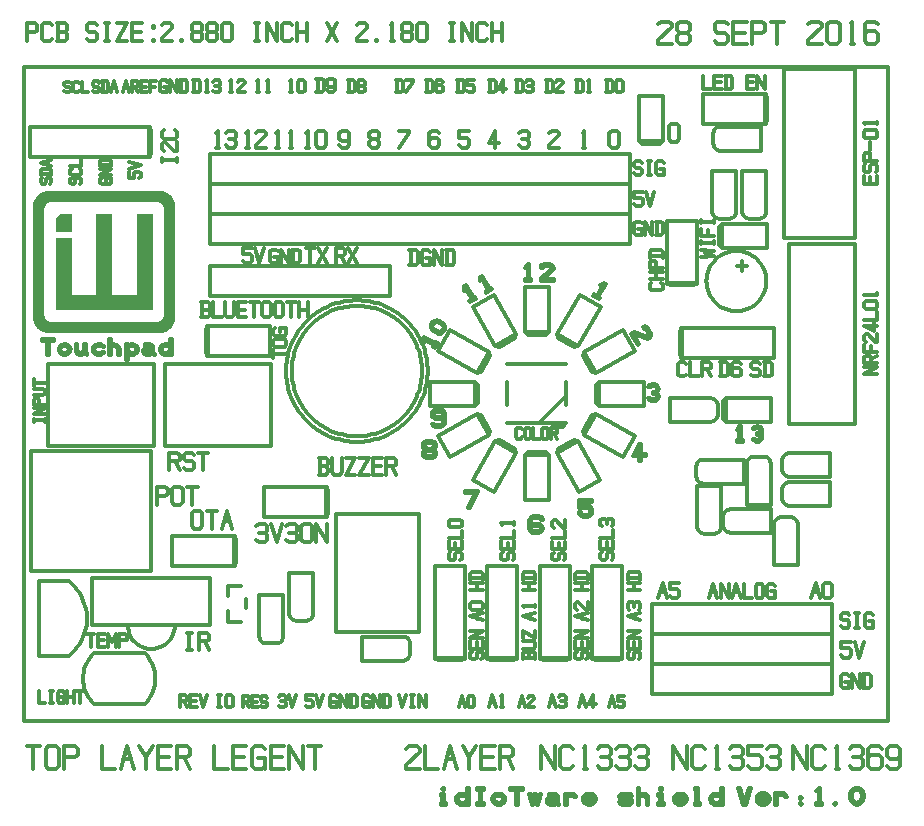
<source format=gbr>
G04 CAM350 V9.5.2 (Build 226) Date:  Wed Sep 28 16:52:40 2016 *
G04 Database: (Untitled) *
G04 Layer 3: 59.gbr *
%FSLAX23Y23*%
%MOIN*%
%SFA1.000B1.000*%

%MIA0B0*%
%IPPOS*%
%ADD10C,0.01200*%
%ADD23C,0.02000*%
%ADD29C,0.00160*%
%LN59.gbr*%
%LPD*%
G54D10*
X1943Y2095D02*
G01Y2135D01*
X1940D02*
G01X1958D01*
X1963Y2130*
Y2100*
X1958Y2095*
X1940*
X1973Y2100D02*
G01Y2130D01*
X1978Y2135*
X1991*
X1996Y2130*
Y2100*
X1991Y2095*
X1978*
X1973Y2100*
X1843Y2095D02*
G01Y2135D01*
X1840D02*
G01X1858D01*
X1863Y2130*
Y2100*
X1858Y2095*
X1840*
X1882D02*
G01X1888D01*
X1885D02*
G01Y2135D01*
X1882Y2132*
X1743Y2095D02*
G01Y2135D01*
X1740D02*
G01X1758D01*
X1763Y2130*
Y2100*
X1758Y2095*
X1740*
X1773Y2130D02*
G01X1778Y2135D01*
X1791*
X1796Y2130*
Y2125*
X1773Y2095D02*
G01X1796D01*
X1773Y2102D02*
G01X1796Y2125D01*
X1773Y2102D02*
G01Y2095D01*
X1643D02*
G01Y2135D01*
X1640D02*
G01X1658D01*
X1663Y2130*
Y2100*
X1658Y2095*
X1640*
X1673Y2130D02*
G01X1678Y2135D01*
X1691*
X1696Y2130*
Y2120*
X1691Y2115*
X1680*
X1691D02*
G01X1696Y2110D01*
Y2100*
X1691Y2095*
X1678*
X1673Y2100*
X1553Y2095D02*
G01Y2135D01*
X1550D02*
G01X1568D01*
X1573Y2130*
Y2100*
X1568Y2095*
X1550*
X1598D02*
G01Y2135D01*
X1583Y2105*
X1606*
X1448Y2095D02*
G01Y2135D01*
X1445D02*
G01X1463D01*
X1468Y2130*
Y2100*
X1463Y2095*
X1445*
X1478Y2100D02*
G01X1483Y2095D01*
X1496*
X1501Y2100*
Y2113*
X1496Y2118*
X1478*
Y2135*
X1501*
X1343Y2095D02*
G01Y2135D01*
X1340D02*
G01X1358D01*
X1363Y2130*
Y2100*
X1358Y2095*
X1340*
X1396Y2130D02*
G01X1391Y2135D01*
X1378*
X1373Y2130*
Y2100*
X1378Y2095*
X1391*
X1396Y2100*
Y2113*
X1391Y2118*
X1378*
X1373Y2113*
X1243Y2095D02*
G01Y2135D01*
X1240D02*
G01X1258D01*
X1263Y2130*
Y2100*
X1258Y2095*
X1240*
X1273D02*
G01X1296Y2130D01*
Y2135*
X1273*
X1083Y2095D02*
G01Y2135D01*
X1080D02*
G01X1098D01*
X1103Y2130*
Y2100*
X1098Y2095*
X1080*
X1118Y2135D02*
G01X1131D01*
X1136Y2130*
Y2120*
X1131Y2115*
X1118*
X1113Y2110*
Y2100*
X1118Y2095*
X1131*
X1136Y2100*
Y2110*
X1131Y2115*
X1118D02*
G01X1113Y2120D01*
Y2130*
X1118Y2135*
X568Y2095D02*
G01Y2135D01*
X565D02*
G01X583D01*
X588Y2130*
Y2100*
X583Y2095*
X565*
X607D02*
G01X613D01*
X610D02*
G01Y2135D01*
X607Y2132*
X631Y2130D02*
G01X636Y2135D01*
X650*
X655Y2130*
Y2120*
X650Y2115*
X638*
X650D02*
G01X655Y2110D01*
Y2100*
X650Y2095*
X636*
X631Y2100*
X467Y2113D02*
G01X473D01*
X478Y2108D02*
G01Y2100D01*
X473Y2095*
X460*
X455Y2100*
Y2130*
X460Y2135*
X473*
X478Y2130*
X473Y2113D02*
G01X478D01*
Y2095*
X488D02*
G01Y2135D01*
X511Y2095*
Y2135*
X525Y2095D02*
G01Y2135D01*
X521D02*
G01X540D01*
X545Y2130*
Y2100*
X540Y2095*
X521*
X330D02*
G01X340Y2131D01*
X351Y2095*
X334Y2110D02*
G01X346D01*
X360Y2095D02*
G01Y2131D01*
X376*
X381Y2126*
Y2116*
X376Y2113*
X360*
X372D02*
G01X381Y2095D01*
X411D02*
G01X390D01*
Y2131*
X411*
X390Y2113D02*
G01X408D01*
X420Y2095D02*
G01Y2131D01*
X441*
X420Y2113D02*
G01X438D01*
X230Y2099D02*
G01X234Y2095D01*
X246*
X251Y2099*
Y2108*
X246Y2113*
X234*
X230Y2117*
Y2126*
X234Y2131*
X246*
X251Y2126*
X263Y2095D02*
G01Y2131D01*
X260D02*
G01X276D01*
X281Y2126*
Y2099*
X276Y2095*
X260*
X290D02*
G01X300Y2131D01*
X311Y2095*
X294Y2110D02*
G01X306D01*
X135Y2099D02*
G01X139Y2095D01*
X151*
X156Y2099*
Y2108*
X151Y2113*
X139*
X135Y2117*
Y2126*
X139Y2130*
X151*
X156Y2126*
X185Y2099D02*
G01X180Y2095D01*
X169*
X164Y2099*
Y2126*
X169Y2130*
X180*
X185Y2126*
X214Y2095D02*
G01X194D01*
Y2130*
X888Y2095D02*
G01X895D01*
X892D02*
G01Y2135D01*
X888Y2132*
X913Y2100D02*
G01Y2130D01*
X918Y2135*
X931*
X936Y2130*
Y2100*
X931Y2095*
X918*
X913Y2100*
X778Y2095D02*
G01X785D01*
X782D02*
G01Y2135D01*
X778Y2132*
X812Y2095D02*
G01X818D01*
X815D02*
G01Y2135D01*
X812Y2132*
X688Y2095D02*
G01X695D01*
X692D02*
G01Y2135D01*
X688Y2132*
X713Y2130D02*
G01X718Y2135D01*
X731*
X736Y2130*
Y2125*
X713Y2095D02*
G01X736D01*
X713Y2102D02*
G01X736Y2125D01*
X713Y2102D02*
G01Y2095D01*
X979D02*
G01Y2139D01*
X975D02*
G01X995D01*
X1001Y2134*
Y2101*
X995Y2095*
X975*
X1012Y2101D02*
G01X1017Y2095D01*
X1032*
X1038Y2101*
Y2134*
X1032Y2139*
X1017*
X1012Y2134*
Y2119*
X1017Y2113*
X1032*
X1038Y2119*
X520Y45D02*
G01Y85D01*
X538*
X543Y80*
Y68*
X538Y65*
X520*
X533D02*
G01X543Y45D01*
X576D02*
G01X553D01*
Y85*
X576*
X553Y65D02*
G01X573D01*
X586Y85D02*
G01X598Y45D01*
X610Y85*
X647Y45D02*
G01X657D01*
X652D02*
G01Y85D01*
X647D02*
G01X657D01*
X673Y50D02*
G01Y80D01*
X678Y85*
X691*
X696Y80*
Y50*
X691Y45*
X678*
X673Y50*
X730Y45D02*
G01Y81D01*
X746*
X751Y76*
Y66*
X746Y63*
X730*
X742D02*
G01X751Y45D01*
X781D02*
G01X760D01*
Y81*
X781*
X760Y63D02*
G01X778D01*
X790Y49D02*
G01X794Y45D01*
X806*
X811Y49*
Y58*
X806Y63*
X794*
X790Y67*
Y76*
X794Y81*
X806*
X811Y76*
X850Y80D02*
G01X855Y85D01*
X868*
X873Y80*
Y70*
X868Y65*
X857*
X868D02*
G01X873Y60D01*
Y50*
X868Y45*
X855*
X850Y50*
X883Y85D02*
G01X895Y45D01*
X906Y85*
X940Y50D02*
G01X945Y45D01*
X958*
X963Y50*
Y63*
X958Y68*
X940*
Y85*
X963*
X973D02*
G01X985Y45D01*
X996Y85*
X1032Y63D02*
G01X1038D01*
X1043Y58D02*
G01Y50D01*
X1038Y45*
X1025*
X1020Y50*
Y80*
X1025Y85*
X1038*
X1043Y80*
X1038Y63D02*
G01X1043D01*
Y45*
X1053D02*
G01Y85D01*
X1076Y45*
Y85*
X1090Y45D02*
G01Y85D01*
X1086D02*
G01X1105D01*
X1110Y80*
Y50*
X1105Y45*
X1086*
X1142Y63D02*
G01X1148D01*
X1153Y58D02*
G01Y50D01*
X1148Y45*
X1135*
X1130Y50*
Y80*
X1135Y85*
X1148*
X1153Y80*
X1148Y63D02*
G01X1153D01*
Y45*
X1163D02*
G01Y85D01*
X1186Y45*
Y85*
X1200Y45D02*
G01Y85D01*
X1196D02*
G01X1215D01*
X1220Y80*
Y50*
X1215Y45*
X1196*
X1250Y85D02*
G01X1262Y45D01*
X1273Y85*
X1290Y45D02*
G01X1300D01*
X1295D02*
G01Y85D01*
X1290D02*
G01X1300D01*
X1316Y45D02*
G01Y85D01*
X1340Y45*
Y85*
X1450Y45D02*
G01X1460Y81D01*
X1471Y45*
X1454Y60D02*
G01X1466D01*
X1480Y49D02*
G01Y76D01*
X1484Y81*
X1496*
X1501Y76*
Y49*
X1496Y45*
X1484*
X1480Y49*
X1550Y45D02*
G01X1562Y85D01*
X1573Y45*
X1555Y62D02*
G01X1568D01*
X1592Y45D02*
G01X1598D01*
X1595D02*
G01Y85D01*
X1592Y82*
X1650Y45D02*
G01X1660Y81D01*
X1671Y45*
X1654Y60D02*
G01X1666D01*
X1680Y76D02*
G01X1684Y81D01*
X1696*
X1701Y76*
Y72*
X1680Y45D02*
G01X1701D01*
X1680Y51D02*
G01X1701Y72D01*
X1680Y51D02*
G01Y45D01*
X1750D02*
G01X1762Y85D01*
X1773Y45*
X1755Y62D02*
G01X1768D01*
X1783Y80D02*
G01X1788Y85D01*
X1801*
X1806Y80*
Y70*
X1801Y65*
X1790*
X1801D02*
G01X1806Y60D01*
Y50*
X1801Y45*
X1788*
X1783Y50*
X1850Y45D02*
G01X1862Y85D01*
X1873Y45*
X1855Y62D02*
G01X1868D01*
X1898Y45D02*
G01Y85D01*
X1883Y55*
X1906*
X1950Y45D02*
G01X1960Y81D01*
X1971Y45*
X1954Y60D02*
G01X1966D01*
X1980Y49D02*
G01X1984Y45D01*
X1996*
X2001Y49*
Y61*
X1996Y66*
X1980*
Y81*
X2001*
X228Y474D02*
G01X622D01*
X346Y317D02*
G01X347Y307D01*
X349Y297*
X352Y287*
X357Y278*
X362Y269*
X369Y261*
X377Y254*
X386Y249*
X395Y244*
X405Y241*
X415Y239*
X425Y238*
X435Y239*
X445Y241*
X455Y244*
X465Y249*
X473Y254*
X481Y261*
X488Y269*
X493Y278*
X498Y287*
X501Y297*
X503Y307*
X504Y317*
X228D02*
G01Y474D01*
X622D02*
G01Y317D01*
X228D02*
G01X622D01*
X233Y225D02*
G01X403D01*
Y55D02*
G01X410Y63D01*
X416Y71*
X422Y80*
X427Y89*
X431Y99*
X434Y109*
X436Y119*
X438Y130*
Y140*
Y150*
X436Y161*
X434Y171*
X431Y181*
X427Y191*
X422Y200*
X416Y209*
X410Y217*
X403Y225*
X233D02*
G01X226Y217D01*
X220Y209*
X214Y200*
X209Y191*
X205Y181*
X202Y171*
X200Y161*
X198Y150*
Y140*
Y130*
X200Y119*
X202Y109*
X205Y99*
X209Y89*
X214Y80*
X220Y71*
X226Y63*
X233Y55*
Y55D02*
G01X403D01*
X72Y60D02*
G01X50D01*
Y98*
X88Y60D02*
G01X97D01*
X92D02*
G01Y98D01*
X88D02*
G01X97D01*
X124Y77D02*
G01X130D01*
X135Y73D02*
G01Y65D01*
X130Y60*
X117*
X113Y65*
Y93*
X117Y98*
X130*
X135Y93*
X130Y77D02*
G01X135D01*
Y60*
X144D02*
G01Y98D01*
Y79D02*
G01X166D01*
Y98D02*
G01Y60D01*
X186D02*
G01Y98D01*
X175D02*
G01X197D01*
X150Y465D02*
G01X50D01*
Y215*
X150*
X158Y222*
X165Y229*
X172Y236*
X178Y244*
X184Y253*
X190Y262*
X194Y271*
X198Y280*
X202Y290*
X205Y299*
X207Y309*
X209Y320*
X210Y330*
Y340*
Y350*
X209Y360*
X207Y371*
X205Y381*
X202Y390*
X198Y400*
X194Y409*
X190Y418*
X184Y427*
X178Y436*
X172Y444*
X165Y451*
X158Y458*
X150Y465*
X223Y245D02*
G01Y288D01*
X210D02*
G01X235D01*
X271Y245D02*
G01X246D01*
Y288*
X271*
X246Y267D02*
G01X268D01*
X282Y245D02*
G01Y288D01*
X295Y263*
X307Y288*
Y245*
X318D02*
G01Y288D01*
X338*
X343Y283*
Y270*
X338Y267*
X318*
X425Y900D02*
G01X25D01*
Y500*
X425*
Y900*
X0Y0D02*
G01X2880D01*
X0Y2180D02*
G01Y0D01*
X705Y614D02*
G01X495D01*
Y514*
X705*
G54D23*
Y604D02*
G01Y524D01*
G54D10*
X445Y720D02*
G01Y779D01*
X472*
X480Y772*
Y755*
X472Y750*
X445*
X495Y727D02*
G01Y772D01*
X502Y779*
X522*
X529Y772*
Y727*
X522Y720*
X502*
X495Y727*
X561Y720D02*
G01Y779D01*
X544D02*
G01X579D01*
X81Y1190D02*
G01Y914D01*
X435Y1190D02*
G01Y914D01*
X81Y1190D02*
G01X435D01*
X81Y914D02*
G01X435D01*
X471Y1190D02*
G01Y914D01*
X825Y1190D02*
G01Y914D01*
X471Y1190D02*
G01X825D01*
X471Y914D02*
G01X825D01*
X485Y835D02*
G01Y893D01*
X511*
X519Y885*
Y869*
X511Y864*
X485*
X504D02*
G01X519Y835D01*
X533Y842D02*
G01X540Y835D01*
X559*
X567Y842*
Y857*
X559Y864*
X540*
X533Y871*
Y885*
X540Y893*
X559*
X567Y885*
X598Y835D02*
G01Y893D01*
X581D02*
G01X615D01*
X70Y996D02*
G01Y1006D01*
Y1001D02*
G01X33D01*
Y996D02*
G01Y1006D01*
X70Y1021D02*
G01X33D01*
X70Y1043*
X33*
X70Y1053D02*
G01X33D01*
Y1070*
X37Y1074*
X48*
X51Y1070*
Y1053*
X33Y1084D02*
G01X65D01*
X70Y1088*
Y1101*
X65Y1106*
X33*
X70Y1126D02*
G01X33D01*
Y1115D02*
G01Y1137D01*
X60Y1265D02*
G01Y1271D01*
X99*
Y1265*
X83*
Y1220*
X77*
Y1265*
X60*
G54D29*
X61Y1270D02*
G01Y1266D01*
X62*
Y1270*
X64*
Y1266*
X65*
Y1270*
X67*
Y1266*
X68*
Y1270*
X70*
Y1266*
X71*
Y1270*
X72*
Y1266*
X74*
Y1270*
X75*
Y1266*
X77*
Y1270*
X78*
Y1221*
X80*
Y1270*
X81*
Y1221*
X83Y1266*
Y1270*
X84*
Y1266*
X86*
Y1270*
X87*
Y1266*
X88*
Y1270*
X90*
Y1266*
X91*
Y1270*
X93*
Y1266*
X94*
Y1270*
X96*
Y1266*
X97*
Y1270*
X99*
Y1266*
G54D10*
X133Y1254D02*
G01X130Y1253D01*
X127*
X125Y1251*
X122Y1250*
X120Y1248*
X119Y1245*
X117Y1243*
Y1240*
X116Y1237*
X117Y1234*
Y1231*
X119Y1228*
X120Y1226*
X122Y1224*
X125Y1222*
X127Y1221*
X130Y1220*
X133*
X139D02*
G01X142D01*
X145Y1221*
X147Y1222*
X150Y1224*
X152Y1226*
X153Y1228*
X155Y1231*
Y1234*
X156Y1237*
X155Y1240*
Y1243*
X153Y1245*
X152Y1248*
X150Y1250*
X147Y1251*
X145Y1253*
X142*
X139Y1254*
X133D02*
G01X139D01*
X133Y1220D02*
G01X139D01*
X133Y1248D02*
G01X131D01*
X129Y1247*
X128*
X126Y1245*
X125Y1244*
X123Y1243*
Y1241*
X122Y1239*
Y1237*
Y1235*
X123Y1233*
Y1231*
X125Y1230*
X126Y1228*
X128Y1227*
X129Y1226*
X131*
X133*
X139D02*
G01X141D01*
X143*
X144Y1227*
X146Y1228*
X147Y1230*
X148Y1231*
X149Y1233*
X150Y1235*
Y1237*
Y1239*
X149Y1241*
X148Y1243*
X147Y1244*
X146Y1245*
X144Y1247*
X143*
X141Y1248*
X139*
Y1248D02*
G01X133D01*
Y1226D02*
G01X139D01*
G54D29*
X129Y1221D02*
G01X143D01*
X146Y1222*
X125*
X123Y1224*
X149*
X150Y1225*
X122*
X121Y1227D02*
G01X128D01*
X144D02*
G01X151D01*
X120Y1228D02*
G01X125D01*
X147D02*
G01X152D01*
X119Y1230D02*
G01X124D01*
X148D02*
G01X153D01*
X118Y1231D02*
G01X123D01*
X149D02*
G01X154D01*
X118Y1232D02*
G01X122D01*
X150D02*
G01X154D01*
X117Y1234D02*
G01X121D01*
X150D02*
G01X155D01*
X117Y1235D02*
G01X121D01*
X151D02*
G01X155D01*
X117Y1237D02*
G01X121D01*
X151D02*
G01X155D01*
X117Y1238D02*
G01X121D01*
X151D02*
G01X155D01*
X117Y1240D02*
G01X121D01*
X150D02*
G01X155D01*
X118Y1241D02*
G01X122D01*
X150D02*
G01X154D01*
X118Y1243D02*
G01X123D01*
X149D02*
G01X154D01*
X119Y1244D02*
G01X124D01*
X148D02*
G01X153D01*
X119Y1246D02*
G01X125D01*
X147D02*
G01X152D01*
X120Y1247D02*
G01X127D01*
X144D02*
G01X151D01*
X150Y1248D02*
G01X122D01*
X123Y1250*
X149*
X147Y1251*
X125*
X128Y1253*
X144*
X143*
X129*
G54D10*
X206Y1254D02*
G01Y1231D01*
Y1231D02*
G01X208Y1227D01*
X212Y1226*
X173Y1234D02*
G01Y1232D01*
Y1229*
X174Y1227*
X176Y1225*
X178Y1223*
X180Y1222*
X182Y1221*
X184Y1220*
X187*
X192D02*
G01X195D01*
X197Y1221*
X199Y1222*
X201Y1223*
X203Y1225*
X173Y1234D02*
G01Y1254D01*
X187Y1220D02*
G01X192D01*
X173Y1254D02*
G01X178D01*
Y1233*
X206Y1254D02*
G01X201D01*
Y1233*
X178D02*
G01X179Y1231D01*
X181Y1229*
X182Y1228*
X184Y1227*
X186Y1226*
X188*
X190*
X193*
X195Y1227*
X196Y1228*
X198Y1229*
X200Y1231*
X201Y1233*
X212Y1226D02*
G01Y1220D01*
X203Y1225D02*
G01X204Y1223D01*
X206Y1222*
X208Y1221*
X210Y1220*
X212*
G54D29*
X173Y1253D02*
G01Y1230D01*
X175Y1227*
Y1253*
X176*
Y1225*
X178Y1224*
Y1253*
X179Y1230*
Y1223*
X181Y1222*
Y1228*
X182Y1227*
Y1222*
X183Y1221*
Y1226*
X185*
Y1221*
X186*
Y1225*
X188*
Y1221*
X189*
Y1225*
X191*
Y1221*
X192*
Y1225*
X194Y1226*
Y1221*
X195*
Y1226*
X197Y1227*
Y1222*
X198*
Y1228*
X199Y1230*
Y1223*
X201Y1224*
Y1253*
X202*
Y1225*
X204Y1224*
Y1253*
X205*
Y1223*
X207Y1222*
Y1228*
X208Y1226*
Y1221*
X210*
Y1225*
X211*
Y1221*
G54D10*
X246Y1254D02*
G01X243Y1253D01*
X240*
X237Y1251*
X235Y1250*
X233Y1248*
X231Y1245*
X230Y1243*
X229Y1240*
Y1237*
Y1234*
X230Y1231*
X231Y1228*
X233Y1226*
X235Y1224*
X237Y1222*
X240Y1221*
X243Y1220*
X246*
Y1220D02*
G01X254D01*
X246Y1254D02*
G01X254D01*
X268Y1246D02*
G01X266Y1248D01*
X264Y1250*
X262Y1252*
X260Y1253*
X257Y1254*
X254*
Y1220D02*
G01X257D01*
X260Y1221*
X262Y1222*
X265Y1224*
X267Y1226*
X268Y1228*
X246Y1248D02*
G01X244D01*
X242Y1247*
X240*
X238Y1245*
X237Y1244*
X236Y1243*
X235Y1241*
Y1239*
X234Y1237*
X235Y1235*
Y1233*
X236Y1231*
X237Y1230*
X238Y1228*
X240Y1227*
X242Y1226*
X244*
X246*
X268Y1246D02*
G01X263D01*
X246Y1248D02*
G01X258D01*
X263Y1246D02*
G01X258Y1248D01*
X268Y1228D02*
G01X262D01*
X246Y1226D02*
G01X256D01*
Y1226D02*
G01X258D01*
X260*
X261Y1227*
X262Y1228*
G54D29*
X241Y1221D02*
G01X258D01*
X262Y1222*
X238*
X236Y1224*
X264*
X265Y1225*
X234*
X233Y1227D02*
G01X240D01*
X261D02*
G01X267D01*
X232Y1228D02*
G01X238D01*
X231Y1230D02*
G01X236D01*
X235Y1231*
X231*
X230Y1232*
X234*
Y1234*
X230*
Y1235*
X234*
Y1237*
X230*
Y1238*
X234*
Y1240*
X230*
Y1241*
X234*
X235Y1243*
X231*
Y1244*
X236*
X238Y1246*
X232*
X233Y1247D02*
G01X240D01*
X262D02*
G01X267D01*
X265Y1248D02*
G01X234D01*
X236Y1250*
X264*
X262Y1251*
X238*
X241Y1253*
X259*
X258*
X241*
G54D10*
X291Y1249D02*
G01Y1271D01*
X302Y1254D02*
G01X299Y1253D01*
X296*
X293Y1251*
X291Y1249*
X319Y1237D02*
G01X318Y1240D01*
Y1243*
X316Y1245*
X315Y1248*
X313Y1250*
X310Y1251*
X308Y1253*
X305*
X302Y1254*
X319Y1237D02*
G01Y1220D01*
X285Y1271D02*
G01X291D01*
X319Y1220D02*
G01X313D01*
Y1239*
X285Y1271D02*
G01Y1220D01*
X291*
X313Y1239D02*
G01X312Y1241D01*
X311Y1243*
X310Y1245*
X309Y1246*
X307Y1247*
X305Y1248*
X303*
X301*
X299*
X297Y1247*
X295Y1246*
X294Y1245*
X292Y1243*
X291Y1241*
Y1239*
Y1239D02*
G01Y1220D01*
G54D29*
X286Y1270D02*
G01Y1221D01*
X287*
Y1270*
X289*
Y1221*
X290*
Y1270*
X292Y1249*
Y1243*
X293Y1245*
Y1250*
X295Y1251*
Y1246*
X296Y1247*
Y1252*
X297*
Y1248*
X299Y1249*
Y1253*
X300*
Y1249*
X302*
Y1253*
X303*
Y1249*
X305*
Y1253*
X306Y1252*
Y1248*
X308Y1247*
Y1252*
X309Y1251*
Y1246*
X311Y1245*
Y1251*
X312Y1250*
Y1243*
X313Y1221*
Y1248*
X315Y1247*
Y1221*
X316*
Y1245*
X318Y1242*
Y1221*
Y1241*
G54D10*
X341Y1254D02*
G01Y1203D01*
X347Y1224D02*
G01X349Y1222D01*
X352Y1221*
X355Y1220*
X358*
X364D02*
G01X367D01*
X370Y1221*
X372Y1222*
X375Y1224*
X377Y1226*
X378Y1228*
X380Y1231*
Y1234*
X381Y1237*
X380Y1240*
Y1243*
X378Y1245*
X377Y1248*
X375Y1250*
X372Y1251*
X370Y1253*
X367*
X364Y1254*
X358D02*
G01X364D01*
X358Y1220D02*
G01X364D01*
X358Y1248D02*
G01X356D01*
X354Y1247*
X353*
X351Y1245*
X350Y1244*
X348Y1243*
Y1241*
X347Y1239*
Y1237*
Y1235*
X348Y1233*
Y1231*
X350Y1230*
X351Y1228*
X353Y1227*
X354Y1226*
X356*
X358*
X364D02*
G01X366D01*
X368*
X369Y1227*
X371Y1228*
X372Y1230*
X373Y1231*
X374Y1233*
X375Y1235*
Y1237*
Y1239*
X374Y1241*
X373Y1243*
X372Y1244*
X371Y1245*
X369Y1247*
X368*
X366Y1248*
X364*
Y1248D02*
G01X358D01*
Y1226D02*
G01X364D01*
X341Y1203D02*
G01X347D01*
Y1224*
X358Y1254D02*
G01X355Y1253D01*
X352*
X349Y1251*
X347Y1249*
X341Y1254D02*
G01X347D01*
Y1249*
G54D29*
X342Y1253D02*
G01Y1204D01*
X344*
Y1253*
X345*
Y1204*
X346*
Y1253*
X348Y1249D02*
G01Y1242D01*
Y1231D02*
G01Y1224D01*
X349Y1250D02*
G01Y1245D01*
Y1229D02*
G01Y1223D01*
X351Y1251D02*
G01Y1246D01*
Y1228D02*
G01Y1222D01*
X352Y1252D02*
G01Y1247D01*
Y1226D02*
G01Y1222D01*
X354Y1252D02*
G01Y1248D01*
Y1226D02*
G01Y1221D01*
X355Y1253D02*
G01Y1249D01*
Y1225D02*
G01Y1221D01*
X357Y1253D02*
G01Y1249D01*
Y1225D02*
G01Y1221D01*
X358Y1253D02*
G01Y1249D01*
Y1225D02*
G01Y1221D01*
X360Y1253D02*
G01Y1249D01*
Y1225D02*
G01Y1221D01*
X361Y1253D02*
G01Y1249D01*
Y1225D02*
G01Y1221D01*
X362Y1253D02*
G01Y1249D01*
Y1225D02*
G01Y1221D01*
X364Y1253D02*
G01Y1249D01*
Y1225D02*
G01Y1221D01*
X365Y1253D02*
G01Y1249D01*
Y1225D02*
G01Y1221D01*
X367Y1253D02*
G01Y1249D01*
Y1225D02*
G01Y1221D01*
X368Y1252D02*
G01Y1248D01*
Y1226D02*
G01Y1221D01*
X370Y1252D02*
G01Y1247D01*
Y1227D02*
G01Y1222D01*
X371Y1251D02*
G01Y1246D01*
Y1228D02*
G01Y1223D01*
X373Y1250D02*
G01Y1245D01*
Y1229D02*
G01Y1223D01*
X374Y1249D02*
G01Y1242D01*
Y1232D02*
G01Y1224D01*
X376Y1226D02*
G01Y1248D01*
X377Y1247*
Y1227*
X378Y1229*
Y1244*
X380Y1241*
Y1233*
G54D10*
X431Y1243D02*
G01Y1228D01*
X420Y1254D02*
G01X403D01*
X409Y1220D02*
G01X420D01*
Y1243D02*
G01X409D01*
X403Y1254D02*
G01Y1248D01*
X420*
X426Y1243D02*
G01X424Y1246D01*
X420Y1248*
X431Y1228D02*
G01X433Y1224D01*
X437Y1223*
Y1220D02*
G01Y1223D01*
X421Y1226D02*
G01X425Y1227D01*
X426Y1231*
X425Y1235*
X421Y1237*
X410D02*
G01X406Y1235D01*
X404Y1231*
X406Y1227*
X410Y1226*
Y1226D02*
G01X421D01*
X410Y1237D02*
G01X421D01*
X426Y1241D02*
G01X424Y1242D01*
X422*
X420Y1243*
X426Y1241D02*
G01Y1243D01*
X420Y1220D02*
G01X422D01*
X424Y1221*
X426Y1222*
X428Y1223*
Y1223D02*
G01X431Y1221D01*
X434Y1220*
X437*
X409Y1243D02*
G01X407Y1242D01*
X405*
X403Y1241*
X402Y1240*
X400Y1238*
X399Y1237*
X398Y1235*
Y1233*
Y1231*
Y1229*
Y1227*
X399Y1226*
X400Y1224*
X402Y1223*
X403Y1222*
X405Y1221*
X407Y1220*
X409*
X431Y1243D02*
G01Y1244D01*
Y1246*
X430Y1248*
X429Y1250*
X427Y1251*
X426Y1252*
X424Y1253*
X422Y1254*
X420*
G54D29*
X406Y1221D02*
G01X423D01*
X433D02*
G01X436D01*
X403Y1222D02*
G01X426D01*
X429D02*
G01X436D01*
X401Y1224D02*
G01X433D01*
X432Y1225*
X400*
X399Y1227D02*
G01X406D01*
X425D02*
G01X431D01*
X399Y1228D02*
G01X404D01*
X426D02*
G01X430D01*
X398Y1229D02*
G01X403D01*
X427D02*
G01X430D01*
X398Y1231D02*
G01X403D01*
X427D02*
G01X430D01*
X398Y1232D02*
G01X403D01*
X427D02*
G01X430D01*
X399Y1234D02*
G01X404D01*
X427D02*
G01X430D01*
X399Y1235D02*
G01X405D01*
X426D02*
G01X430D01*
X400Y1237D02*
G01X408D01*
X423D02*
G01X430D01*
X401Y1238D02*
G01X430D01*
Y1240*
X402*
X404Y1241D02*
G01X425D01*
X427D02*
G01X430D01*
Y1243D02*
G01X427D01*
X426Y1244*
X430*
Y1245*
X426*
X425Y1247*
X430*
X429Y1248*
X404*
Y1250*
X428*
X426Y1251*
X404*
Y1253*
X424*
X423*
X404*
G54D10*
X471Y1254D02*
G01X468Y1253D01*
X465*
X462Y1251*
X460Y1250*
X458Y1248*
X456Y1245*
X455Y1243*
X454Y1240*
Y1237*
Y1234*
X455Y1231*
X456Y1228*
X458Y1226*
X460Y1224*
X462Y1222*
X465Y1221*
X468Y1220*
X471*
Y1254D02*
G01X476D01*
X471Y1220D02*
G01X477D01*
X493D02*
G01Y1271D01*
Y1220D02*
G01X488D01*
Y1271D02*
G01X493D01*
X476Y1226D02*
G01X478D01*
X480*
X482Y1227*
X483Y1228*
X485Y1230*
X486Y1231*
X487Y1233*
Y1235*
X488Y1237*
X487Y1239*
Y1241*
X486Y1243*
X485Y1244*
X483Y1245*
X482Y1247*
X480*
X478Y1248*
X476*
X471D02*
G01X469D01*
X467Y1247*
X465*
X463Y1245*
X462Y1244*
X461Y1243*
X460Y1241*
Y1239*
X459Y1237*
X460Y1235*
Y1233*
X461Y1231*
X462Y1230*
X463Y1228*
X465Y1227*
X467Y1226*
X469*
X471*
X476Y1248D02*
G01X471D01*
Y1226D02*
G01X476D01*
X477Y1220D02*
G01X480D01*
X483Y1221*
X485Y1222*
X488Y1224*
Y1249D02*
G01X485Y1251D01*
X482Y1253*
X479*
X476Y1254*
X488Y1224D02*
G01Y1220D01*
Y1249D02*
G01Y1271D01*
G54D29*
X492Y1221D02*
G01Y1270D01*
X491*
Y1221*
X489*
Y1270*
X488*
Y1221*
X487Y1224D02*
G01Y1231D01*
Y1242D02*
G01Y1249D01*
X485Y1223D02*
G01Y1229D01*
Y1245D02*
G01Y1250D01*
X484Y1222D02*
G01Y1228D01*
Y1246D02*
G01Y1251D01*
X482Y1222D02*
G01Y1226D01*
Y1247D02*
G01Y1252D01*
X481Y1221D02*
G01Y1226D01*
Y1248D02*
G01Y1252D01*
X479Y1221D02*
G01Y1225D01*
Y1249D02*
G01Y1253D01*
X478Y1221D02*
G01Y1225D01*
Y1249D02*
G01Y1253D01*
X476Y1221D02*
G01Y1225D01*
Y1249D02*
G01Y1253D01*
X475Y1221D02*
G01Y1225D01*
Y1249D02*
G01Y1253D01*
X473Y1221D02*
G01Y1225D01*
Y1249D02*
G01Y1253D01*
X472Y1221D02*
G01Y1225D01*
Y1249D02*
G01Y1253D01*
X471Y1221D02*
G01Y1225D01*
Y1249D02*
G01Y1253D01*
X469Y1221D02*
G01Y1225D01*
Y1249D02*
G01Y1253D01*
X468Y1221D02*
G01Y1225D01*
Y1249D02*
G01Y1253D01*
X466Y1221D02*
G01Y1226D01*
Y1248D02*
G01Y1252D01*
X465Y1222D02*
G01Y1227D01*
Y1247D02*
G01Y1252D01*
X463Y1223D02*
G01Y1228D01*
Y1246D02*
G01Y1251D01*
X462Y1223D02*
G01Y1229D01*
Y1245D02*
G01Y1250D01*
X460Y1224D02*
G01Y1232D01*
Y1242D02*
G01Y1249D01*
X459Y1248D02*
G01Y1226D01*
X457Y1227*
Y1247*
X456Y1244*
Y1229*
X455Y1233*
Y1241*
X82Y1766D02*
G01X450D01*
X82*
X92Y1731D02*
G01X440D01*
X92*
X501Y1337D02*
G01Y1723D01*
X500Y1729*
Y1331*
X498Y1327*
Y1733*
X497Y1736*
Y1324*
X495Y1321*
Y1739*
X494Y1742*
Y1318*
X492Y1316*
Y1744*
X491Y1746*
Y1314*
X490Y1313*
Y1747*
X488Y1749*
Y1311*
X487Y1309*
Y1751*
X485Y1752*
Y1308*
X484Y1307*
Y1753*
X482Y1754*
Y1306*
X481Y1305*
Y1755*
X479Y1756*
Y1304*
X478Y1303*
Y1757*
X476Y1758*
Y1302*
X475Y1301*
Y1759*
X474Y1760*
Y1300*
X472Y1299*
Y1761*
X471*
Y1299*
X469Y1298*
Y1762*
X468*
Y1298*
X466Y1297D02*
G01Y1349D01*
Y1711D02*
G01Y1763D01*
X465Y1297D02*
G01Y1344D01*
Y1716D02*
G01Y1763D01*
X463Y1296D02*
G01Y1341D01*
Y1719D02*
G01Y1764D01*
X462Y1296D02*
G01Y1339D01*
Y1721D02*
G01Y1764D01*
X460Y1296D02*
G01Y1337D01*
Y1723D02*
G01Y1764D01*
X459Y1295D02*
G01Y1336D01*
Y1724D02*
G01Y1765D01*
X458Y1295D02*
G01Y1334D01*
Y1726D02*
G01Y1765D01*
X456Y1295D02*
G01Y1333D01*
Y1727D02*
G01Y1765D01*
X455Y1295D02*
G01Y1332D01*
Y1728D02*
G01Y1765D01*
X453Y1295D02*
G01Y1331D01*
Y1729D02*
G01Y1765D01*
X452Y1295D02*
G01Y1331D01*
Y1729D02*
G01Y1765D01*
X450Y1295D02*
G01Y1330D01*
Y1730D02*
G01Y1765D01*
X449Y1295D02*
G01Y1330D01*
Y1730D02*
G01Y1765D01*
X447Y1295D02*
G01Y1329D01*
Y1731D02*
G01Y1765D01*
X446Y1295D02*
G01Y1329D01*
Y1731D02*
G01Y1765D01*
X444Y1295D02*
G01Y1329D01*
Y1731D02*
G01Y1765D01*
X443Y1295D02*
G01Y1328D01*
Y1732D02*
G01Y1765D01*
X442Y1295D02*
G01Y1328D01*
Y1732D02*
G01Y1765D01*
X440Y1295D02*
G01Y1328D01*
Y1732D02*
G01Y1765D01*
X439Y1295D02*
G01Y1328D01*
Y1732D02*
G01Y1765D01*
X437Y1295D02*
G01Y1328D01*
Y1732D02*
G01Y1765D01*
X436Y1295D02*
G01Y1328D01*
Y1732D02*
G01Y1765D01*
X434Y1295D02*
G01Y1328D01*
Y1732D02*
G01Y1765D01*
X433Y1295D02*
G01Y1328D01*
Y1732D02*
G01Y1765D01*
X431Y1295D02*
G01Y1328D01*
Y1732D02*
G01Y1765D01*
X430Y1295D02*
G01Y1328D01*
Y1732D02*
G01Y1765D01*
X428Y1295D02*
G01Y1328D01*
Y1732D02*
G01Y1765D01*
X427Y1295D02*
G01Y1328D01*
Y1732D02*
G01Y1765D01*
X426Y1295D02*
G01Y1328D01*
Y1371D02*
G01Y1689D01*
Y1732D02*
G01Y1765D01*
X424Y1295D02*
G01Y1328D01*
Y1371D02*
G01Y1689D01*
Y1732D02*
G01Y1765D01*
X423Y1295D02*
G01Y1328D01*
Y1371D02*
G01Y1689D01*
Y1732D02*
G01Y1765D01*
X421Y1295D02*
G01Y1328D01*
Y1371D02*
G01Y1689D01*
Y1732D02*
G01Y1765D01*
X420Y1295D02*
G01Y1328D01*
Y1371D02*
G01Y1689D01*
Y1732D02*
G01Y1765D01*
X418Y1295D02*
G01Y1328D01*
Y1371D02*
G01Y1689D01*
Y1732D02*
G01Y1765D01*
X417Y1295D02*
G01Y1328D01*
Y1371D02*
G01Y1689D01*
Y1732D02*
G01Y1765D01*
X415Y1295D02*
G01Y1328D01*
Y1371D02*
G01Y1689D01*
Y1732D02*
G01Y1765D01*
X414Y1295D02*
G01Y1328D01*
Y1371D02*
G01Y1689D01*
Y1732D02*
G01Y1765D01*
X412Y1295D02*
G01Y1328D01*
Y1371D02*
G01Y1689D01*
Y1732D02*
G01Y1765D01*
X411Y1295D02*
G01Y1328D01*
Y1371D02*
G01Y1689D01*
Y1732D02*
G01Y1765D01*
X410Y1295D02*
G01Y1328D01*
Y1371D02*
G01Y1689D01*
Y1732D02*
G01Y1765D01*
X408Y1295D02*
G01Y1328D01*
Y1371D02*
G01Y1689D01*
Y1732D02*
G01Y1765D01*
X407Y1295D02*
G01Y1328D01*
Y1371D02*
G01Y1689D01*
Y1732D02*
G01Y1765D01*
X405Y1295D02*
G01Y1328D01*
Y1371D02*
G01Y1689D01*
Y1732D02*
G01Y1765D01*
X404Y1295D02*
G01Y1328D01*
Y1371D02*
G01Y1689D01*
Y1732D02*
G01Y1765D01*
X402Y1295D02*
G01Y1328D01*
Y1371D02*
G01Y1689D01*
Y1732D02*
G01Y1765D01*
X401Y1295D02*
G01Y1328D01*
Y1371D02*
G01Y1689D01*
Y1732D02*
G01Y1765D01*
X399Y1295D02*
G01Y1328D01*
Y1371D02*
G01Y1689D01*
Y1732D02*
G01Y1765D01*
X398Y1295D02*
G01Y1328D01*
Y1371D02*
G01Y1689D01*
Y1732D02*
G01Y1765D01*
X396Y1295D02*
G01Y1328D01*
Y1371D02*
G01Y1689D01*
Y1732D02*
G01Y1765D01*
X395Y1295D02*
G01Y1328D01*
Y1371D02*
G01Y1689D01*
Y1732D02*
G01Y1765D01*
X394Y1295D02*
G01Y1328D01*
Y1371D02*
G01Y1689D01*
Y1732D02*
G01Y1765D01*
X392Y1295D02*
G01Y1328D01*
Y1371D02*
G01Y1689D01*
Y1732D02*
G01Y1765D01*
X391Y1295D02*
G01Y1328D01*
Y1371D02*
G01Y1689D01*
Y1732D02*
G01Y1765D01*
X389Y1295D02*
G01Y1328D01*
Y1371D02*
G01Y1689D01*
Y1732D02*
G01Y1765D01*
X388Y1295D02*
G01Y1328D01*
Y1371D02*
G01Y1689D01*
Y1732D02*
G01Y1765D01*
X386Y1295D02*
G01Y1328D01*
Y1371D02*
G01Y1689D01*
Y1732D02*
G01Y1765D01*
X385Y1295D02*
G01Y1328D01*
Y1371D02*
G01Y1689D01*
Y1732D02*
G01Y1765D01*
X383Y1295D02*
G01Y1328D01*
Y1371D02*
G01Y1689D01*
Y1732D02*
G01Y1765D01*
X382Y1295D02*
G01Y1328D01*
Y1371D02*
G01Y1689D01*
Y1732D02*
G01Y1765D01*
X380Y1295D02*
G01Y1328D01*
Y1371D02*
G01Y1689D01*
Y1732D02*
G01Y1765D01*
X379Y1295D02*
G01Y1328D01*
Y1371D02*
G01Y1689D01*
Y1732D02*
G01Y1765D01*
X378Y1295D02*
G01Y1328D01*
Y1371D02*
G01Y1689D01*
Y1732D02*
G01Y1765D01*
X376Y1295D02*
G01Y1328D01*
Y1371D02*
G01Y1689D01*
Y1732D02*
G01Y1765D01*
X375Y1295D02*
G01Y1328D01*
Y1371D02*
G01Y1420D01*
Y1732D02*
G01Y1765D01*
X373Y1295D02*
G01Y1328D01*
Y1371D02*
G01Y1420D01*
Y1732D02*
G01Y1765D01*
X372Y1295D02*
G01Y1328D01*
Y1371D02*
G01Y1420D01*
Y1732D02*
G01Y1765D01*
X370Y1295D02*
G01Y1328D01*
Y1371D02*
G01Y1420D01*
Y1732D02*
G01Y1765D01*
X369Y1295D02*
G01Y1328D01*
Y1371D02*
G01Y1420D01*
Y1732D02*
G01Y1765D01*
X367Y1295D02*
G01Y1328D01*
Y1371D02*
G01Y1420D01*
Y1732D02*
G01Y1765D01*
X366Y1295D02*
G01Y1328D01*
Y1371D02*
G01Y1420D01*
Y1732D02*
G01Y1765D01*
X364Y1295D02*
G01Y1328D01*
Y1371D02*
G01Y1420D01*
Y1732D02*
G01Y1765D01*
X363Y1295D02*
G01Y1328D01*
Y1371D02*
G01Y1420D01*
Y1732D02*
G01Y1765D01*
X362Y1295D02*
G01Y1328D01*
Y1371D02*
G01Y1420D01*
Y1732D02*
G01Y1765D01*
X360Y1295D02*
G01Y1328D01*
Y1371D02*
G01Y1420D01*
Y1732D02*
G01Y1765D01*
X359Y1295D02*
G01Y1328D01*
Y1371D02*
G01Y1420D01*
Y1732D02*
G01Y1765D01*
X357Y1295D02*
G01Y1328D01*
Y1371D02*
G01Y1420D01*
Y1732D02*
G01Y1765D01*
X356Y1295D02*
G01Y1328D01*
Y1371D02*
G01Y1420D01*
Y1732D02*
G01Y1765D01*
X354Y1295D02*
G01Y1328D01*
Y1371D02*
G01Y1420D01*
Y1732D02*
G01Y1765D01*
X353Y1295D02*
G01Y1328D01*
Y1371D02*
G01Y1420D01*
Y1732D02*
G01Y1765D01*
X351Y1295D02*
G01Y1328D01*
Y1371D02*
G01Y1420D01*
Y1732D02*
G01Y1765D01*
X350Y1295D02*
G01Y1328D01*
Y1371D02*
G01Y1420D01*
Y1732D02*
G01Y1765D01*
X348Y1295D02*
G01Y1328D01*
Y1371D02*
G01Y1420D01*
Y1732D02*
G01Y1765D01*
X347Y1295D02*
G01Y1328D01*
Y1371D02*
G01Y1420D01*
Y1732D02*
G01Y1765D01*
X346Y1295D02*
G01Y1328D01*
Y1371D02*
G01Y1420D01*
Y1732D02*
G01Y1765D01*
X344Y1295D02*
G01Y1328D01*
Y1371D02*
G01Y1420D01*
Y1732D02*
G01Y1765D01*
X343Y1295D02*
G01Y1328D01*
Y1371D02*
G01Y1420D01*
Y1732D02*
G01Y1765D01*
X341Y1295D02*
G01Y1328D01*
Y1371D02*
G01Y1420D01*
Y1732D02*
G01Y1765D01*
X340Y1295D02*
G01Y1328D01*
Y1371D02*
G01Y1420D01*
Y1732D02*
G01Y1765D01*
X338Y1295D02*
G01Y1328D01*
Y1371D02*
G01Y1420D01*
Y1732D02*
G01Y1765D01*
X337Y1295D02*
G01Y1328D01*
Y1371D02*
G01Y1420D01*
Y1732D02*
G01Y1765D01*
X335Y1295D02*
G01Y1328D01*
Y1371D02*
G01Y1420D01*
Y1732D02*
G01Y1765D01*
X334Y1295D02*
G01Y1328D01*
Y1371D02*
G01Y1420D01*
Y1732D02*
G01Y1765D01*
X332Y1295D02*
G01Y1328D01*
Y1371D02*
G01Y1420D01*
Y1732D02*
G01Y1765D01*
X331Y1295D02*
G01Y1328D01*
Y1371D02*
G01Y1420D01*
Y1732D02*
G01Y1765D01*
X330Y1295D02*
G01Y1328D01*
Y1371D02*
G01Y1420D01*
Y1732D02*
G01Y1765D01*
X328Y1295D02*
G01Y1328D01*
Y1371D02*
G01Y1420D01*
Y1732D02*
G01Y1765D01*
X327Y1295D02*
G01Y1328D01*
Y1371D02*
G01Y1420D01*
Y1732D02*
G01Y1765D01*
X325Y1295D02*
G01Y1328D01*
Y1371D02*
G01Y1420D01*
Y1732D02*
G01Y1765D01*
X324Y1295D02*
G01Y1328D01*
Y1371D02*
G01Y1420D01*
Y1732D02*
G01Y1765D01*
X322Y1295D02*
G01Y1328D01*
Y1371D02*
G01Y1420D01*
Y1732D02*
G01Y1765D01*
X321Y1295D02*
G01Y1328D01*
Y1371D02*
G01Y1420D01*
Y1732D02*
G01Y1765D01*
X319Y1295D02*
G01Y1328D01*
Y1371D02*
G01Y1420D01*
Y1732D02*
G01Y1765D01*
X318Y1295D02*
G01Y1328D01*
Y1371D02*
G01Y1420D01*
Y1732D02*
G01Y1765D01*
X316Y1295D02*
G01Y1328D01*
Y1371D02*
G01Y1420D01*
Y1732D02*
G01Y1765D01*
X315Y1295D02*
G01Y1328D01*
Y1371D02*
G01Y1420D01*
Y1732D02*
G01Y1765D01*
X314Y1295D02*
G01Y1328D01*
Y1371D02*
G01Y1420D01*
Y1732D02*
G01Y1765D01*
X312Y1295D02*
G01Y1328D01*
Y1371D02*
G01Y1420D01*
Y1732D02*
G01Y1765D01*
X311Y1295D02*
G01Y1328D01*
Y1371D02*
G01Y1420D01*
Y1732D02*
G01Y1765D01*
X309Y1295D02*
G01Y1328D01*
Y1371D02*
G01Y1420D01*
Y1732D02*
G01Y1765D01*
X308Y1295D02*
G01Y1328D01*
Y1371D02*
G01Y1420D01*
Y1732D02*
G01Y1765D01*
X306Y1295D02*
G01Y1328D01*
Y1371D02*
G01Y1420D01*
Y1732D02*
G01Y1765D01*
X305Y1295D02*
G01Y1328D01*
Y1371D02*
G01Y1420D01*
Y1732D02*
G01Y1765D01*
X303Y1295D02*
G01Y1328D01*
Y1371D02*
G01Y1420D01*
Y1732D02*
G01Y1765D01*
X302Y1295D02*
G01Y1328D01*
Y1371D02*
G01Y1420D01*
Y1732D02*
G01Y1765D01*
X300Y1295D02*
G01Y1328D01*
Y1371D02*
G01Y1420D01*
Y1732D02*
G01Y1765D01*
X299Y1295D02*
G01Y1328D01*
Y1371D02*
G01Y1420D01*
Y1732D02*
G01Y1765D01*
X298Y1295D02*
G01Y1328D01*
Y1371D02*
G01Y1420D01*
Y1732D02*
G01Y1765D01*
X296Y1295D02*
G01Y1328D01*
Y1371D02*
G01Y1420D01*
Y1732D02*
G01Y1765D01*
X295Y1295D02*
G01Y1328D01*
Y1371D02*
G01Y1420D01*
Y1732D02*
G01Y1765D01*
X293Y1295D02*
G01Y1328D01*
Y1371D02*
G01Y1420D01*
Y1732D02*
G01Y1765D01*
X292Y1295D02*
G01Y1328D01*
Y1371D02*
G01Y1420D01*
Y1732D02*
G01Y1765D01*
X290Y1295D02*
G01Y1328D01*
Y1371D02*
G01Y1689D01*
Y1732D02*
G01Y1765D01*
X289Y1295D02*
G01Y1328D01*
Y1371D02*
G01Y1689D01*
Y1732D02*
G01Y1765D01*
X287Y1295D02*
G01Y1328D01*
Y1371D02*
G01Y1689D01*
Y1732D02*
G01Y1765D01*
X286Y1295D02*
G01Y1328D01*
Y1371D02*
G01Y1689D01*
Y1732D02*
G01Y1765D01*
X284Y1295D02*
G01Y1328D01*
Y1371D02*
G01Y1689D01*
Y1732D02*
G01Y1765D01*
X283Y1295D02*
G01Y1328D01*
Y1371D02*
G01Y1689D01*
Y1732D02*
G01Y1765D01*
X282Y1295D02*
G01Y1328D01*
Y1371D02*
G01Y1689D01*
Y1732D02*
G01Y1765D01*
X280Y1295D02*
G01Y1328D01*
Y1371D02*
G01Y1689D01*
Y1732D02*
G01Y1765D01*
X279Y1295D02*
G01Y1328D01*
Y1371D02*
G01Y1689D01*
Y1732D02*
G01Y1765D01*
X277Y1295D02*
G01Y1328D01*
Y1371D02*
G01Y1689D01*
Y1732D02*
G01Y1765D01*
X276Y1295D02*
G01Y1328D01*
Y1371D02*
G01Y1689D01*
Y1732D02*
G01Y1765D01*
X274Y1295D02*
G01Y1328D01*
Y1371D02*
G01Y1689D01*
Y1732D02*
G01Y1765D01*
X273Y1295D02*
G01Y1328D01*
Y1371D02*
G01Y1689D01*
Y1732D02*
G01Y1765D01*
X271Y1295D02*
G01Y1328D01*
Y1371D02*
G01Y1689D01*
Y1732D02*
G01Y1765D01*
X270Y1295D02*
G01Y1328D01*
Y1371D02*
G01Y1689D01*
Y1732D02*
G01Y1765D01*
X268Y1295D02*
G01Y1328D01*
Y1371D02*
G01Y1689D01*
Y1732D02*
G01Y1765D01*
X267Y1295D02*
G01Y1328D01*
Y1371D02*
G01Y1689D01*
Y1732D02*
G01Y1765D01*
X266Y1295D02*
G01Y1328D01*
Y1371D02*
G01Y1689D01*
Y1732D02*
G01Y1765D01*
X264Y1295D02*
G01Y1328D01*
Y1371D02*
G01Y1689D01*
Y1732D02*
G01Y1765D01*
X263Y1295D02*
G01Y1328D01*
Y1371D02*
G01Y1689D01*
Y1732D02*
G01Y1765D01*
X261Y1295D02*
G01Y1328D01*
Y1371D02*
G01Y1689D01*
Y1732D02*
G01Y1765D01*
X260Y1295D02*
G01Y1328D01*
Y1371D02*
G01Y1689D01*
Y1732D02*
G01Y1765D01*
X258Y1295D02*
G01Y1328D01*
Y1371D02*
G01Y1689D01*
Y1732D02*
G01Y1765D01*
X257Y1295D02*
G01Y1328D01*
Y1371D02*
G01Y1689D01*
Y1732D02*
G01Y1765D01*
X255Y1295D02*
G01Y1328D01*
Y1371D02*
G01Y1689D01*
Y1732D02*
G01Y1765D01*
X254Y1295D02*
G01Y1328D01*
Y1371D02*
G01Y1689D01*
Y1732D02*
G01Y1765D01*
X252Y1295D02*
G01Y1328D01*
Y1371D02*
G01Y1689D01*
Y1732D02*
G01Y1765D01*
X251Y1295D02*
G01Y1328D01*
Y1371D02*
G01Y1689D01*
Y1732D02*
G01Y1765D01*
X250Y1295D02*
G01Y1328D01*
Y1371D02*
G01Y1689D01*
Y1732D02*
G01Y1765D01*
X248Y1295D02*
G01Y1328D01*
Y1371D02*
G01Y1689D01*
Y1732D02*
G01Y1765D01*
X247Y1295D02*
G01Y1328D01*
Y1371D02*
G01Y1689D01*
Y1732D02*
G01Y1765D01*
X245Y1295D02*
G01Y1328D01*
Y1371D02*
G01Y1689D01*
Y1732D02*
G01Y1765D01*
X244Y1295D02*
G01Y1328D01*
Y1371D02*
G01Y1689D01*
Y1732D02*
G01Y1765D01*
X242Y1295D02*
G01Y1328D01*
Y1371D02*
G01Y1689D01*
Y1732D02*
G01Y1765D01*
X241Y1295D02*
G01Y1328D01*
Y1371D02*
G01Y1689D01*
Y1732D02*
G01Y1765D01*
X239Y1295D02*
G01Y1328D01*
Y1371D02*
G01Y1420D01*
Y1732D02*
G01Y1765D01*
X238Y1295D02*
G01Y1328D01*
Y1371D02*
G01Y1420D01*
Y1732D02*
G01Y1765D01*
X236Y1295D02*
G01Y1328D01*
Y1371D02*
G01Y1420D01*
Y1732D02*
G01Y1765D01*
X235Y1295D02*
G01Y1328D01*
Y1371D02*
G01Y1420D01*
Y1732D02*
G01Y1765D01*
X234Y1295D02*
G01Y1328D01*
Y1371D02*
G01Y1420D01*
Y1732D02*
G01Y1765D01*
X232Y1295D02*
G01Y1328D01*
Y1371D02*
G01Y1420D01*
Y1732D02*
G01Y1765D01*
X231Y1295D02*
G01Y1328D01*
Y1371D02*
G01Y1420D01*
Y1732D02*
G01Y1765D01*
X229Y1295D02*
G01Y1328D01*
Y1371D02*
G01Y1420D01*
Y1732D02*
G01Y1765D01*
X228Y1295D02*
G01Y1328D01*
Y1371D02*
G01Y1420D01*
Y1732D02*
G01Y1765D01*
X226Y1295D02*
G01Y1328D01*
Y1371D02*
G01Y1420D01*
Y1732D02*
G01Y1765D01*
X225Y1295D02*
G01Y1328D01*
Y1371D02*
G01Y1420D01*
Y1732D02*
G01Y1765D01*
X223Y1295D02*
G01Y1328D01*
Y1371D02*
G01Y1420D01*
Y1732D02*
G01Y1765D01*
X222Y1295D02*
G01Y1328D01*
Y1371D02*
G01Y1420D01*
Y1732D02*
G01Y1765D01*
X220Y1295D02*
G01Y1328D01*
Y1371D02*
G01Y1420D01*
Y1732D02*
G01Y1765D01*
X219Y1295D02*
G01Y1328D01*
Y1371D02*
G01Y1420D01*
Y1732D02*
G01Y1765D01*
X218Y1295D02*
G01Y1328D01*
Y1371D02*
G01Y1420D01*
Y1732D02*
G01Y1765D01*
X216Y1295D02*
G01Y1328D01*
Y1371D02*
G01Y1420D01*
Y1732D02*
G01Y1765D01*
X215Y1295D02*
G01Y1328D01*
Y1371D02*
G01Y1420D01*
Y1732D02*
G01Y1765D01*
X213Y1295D02*
G01Y1328D01*
Y1371D02*
G01Y1420D01*
Y1732D02*
G01Y1765D01*
X212Y1295D02*
G01Y1328D01*
Y1371D02*
G01Y1420D01*
Y1732D02*
G01Y1765D01*
X210Y1295D02*
G01Y1328D01*
Y1371D02*
G01Y1420D01*
Y1732D02*
G01Y1765D01*
X209Y1295D02*
G01Y1328D01*
Y1371D02*
G01Y1420D01*
Y1732D02*
G01Y1765D01*
X207Y1295D02*
G01Y1328D01*
Y1371D02*
G01Y1420D01*
Y1732D02*
G01Y1765D01*
X206Y1295D02*
G01Y1328D01*
Y1371D02*
G01Y1420D01*
Y1732D02*
G01Y1765D01*
X204Y1295D02*
G01Y1328D01*
Y1371D02*
G01Y1420D01*
Y1732D02*
G01Y1765D01*
X203Y1295D02*
G01Y1328D01*
Y1371D02*
G01Y1420D01*
Y1732D02*
G01Y1765D01*
X202Y1295D02*
G01Y1328D01*
Y1371D02*
G01Y1420D01*
Y1732D02*
G01Y1765D01*
X200Y1295D02*
G01Y1328D01*
Y1371D02*
G01Y1420D01*
Y1732D02*
G01Y1765D01*
X199Y1295D02*
G01Y1328D01*
Y1371D02*
G01Y1420D01*
Y1732D02*
G01Y1765D01*
X197Y1295D02*
G01Y1328D01*
Y1371D02*
G01Y1420D01*
Y1732D02*
G01Y1765D01*
X196Y1295D02*
G01Y1328D01*
Y1371D02*
G01Y1420D01*
Y1732D02*
G01Y1765D01*
X194Y1295D02*
G01Y1328D01*
Y1371D02*
G01Y1420D01*
Y1732D02*
G01Y1765D01*
X193Y1295D02*
G01Y1328D01*
Y1371D02*
G01Y1420D01*
Y1732D02*
G01Y1765D01*
X191Y1295D02*
G01Y1328D01*
Y1371D02*
G01Y1420D01*
Y1732D02*
G01Y1765D01*
X190Y1295D02*
G01Y1328D01*
Y1371D02*
G01Y1420D01*
Y1732D02*
G01Y1765D01*
X188Y1295D02*
G01Y1328D01*
Y1371D02*
G01Y1420D01*
Y1732D02*
G01Y1765D01*
X187Y1295D02*
G01Y1328D01*
Y1371D02*
G01Y1420D01*
Y1732D02*
G01Y1765D01*
X186Y1295D02*
G01Y1328D01*
Y1371D02*
G01Y1420D01*
Y1732D02*
G01Y1765D01*
X184Y1295D02*
G01Y1328D01*
Y1371D02*
G01Y1420D01*
Y1732D02*
G01Y1765D01*
X183Y1295D02*
G01Y1328D01*
Y1371D02*
G01Y1420D01*
Y1732D02*
G01Y1765D01*
X181Y1295D02*
G01Y1328D01*
Y1371D02*
G01Y1420D01*
Y1732D02*
G01Y1765D01*
X180Y1295D02*
G01Y1328D01*
Y1371D02*
G01Y1420D01*
Y1732D02*
G01Y1765D01*
X178Y1295D02*
G01Y1328D01*
Y1371D02*
G01Y1420D01*
Y1732D02*
G01Y1765D01*
X177Y1295D02*
G01Y1328D01*
Y1371D02*
G01Y1420D01*
Y1732D02*
G01Y1765D01*
X175Y1295D02*
G01Y1328D01*
Y1371D02*
G01Y1420D01*
Y1732D02*
G01Y1765D01*
X174Y1295D02*
G01Y1328D01*
Y1371D02*
G01Y1420D01*
Y1732D02*
G01Y1765D01*
X172Y1295D02*
G01Y1328D01*
Y1371D02*
G01Y1420D01*
Y1732D02*
G01Y1765D01*
X171Y1295D02*
G01Y1328D01*
Y1371D02*
G01Y1420D01*
Y1732D02*
G01Y1765D01*
X170Y1295D02*
G01Y1328D01*
Y1371D02*
G01Y1420D01*
Y1732D02*
G01Y1765D01*
X168Y1295D02*
G01Y1328D01*
Y1371D02*
G01Y1420D01*
Y1732D02*
G01Y1765D01*
X167Y1295D02*
G01Y1328D01*
Y1371D02*
G01Y1420D01*
Y1732D02*
G01Y1765D01*
X165Y1295D02*
G01Y1328D01*
Y1371D02*
G01Y1420D01*
Y1732D02*
G01Y1765D01*
X164Y1295D02*
G01Y1328D01*
Y1371D02*
G01Y1420D01*
Y1732D02*
G01Y1765D01*
X162Y1295D02*
G01Y1328D01*
Y1371D02*
G01Y1420D01*
Y1732D02*
G01Y1765D01*
X161Y1295D02*
G01Y1328D01*
Y1371D02*
G01Y1420D01*
Y1732D02*
G01Y1765D01*
X159Y1295D02*
G01Y1328D01*
Y1371D02*
G01Y1420D01*
Y1732D02*
G01Y1765D01*
X158Y1295D02*
G01Y1328D01*
Y1371D02*
G01Y1420D01*
Y1732D02*
G01Y1765D01*
X156Y1295D02*
G01Y1328D01*
Y1371D02*
G01Y1608D01*
Y1632D02*
G01Y1689D01*
Y1732D02*
G01Y1765D01*
X155Y1295D02*
G01Y1328D01*
Y1371D02*
G01Y1608D01*
Y1632D02*
G01Y1689D01*
Y1732D02*
G01Y1765D01*
X154Y1295D02*
G01Y1328D01*
Y1371D02*
G01Y1608D01*
Y1632D02*
G01Y1689D01*
Y1732D02*
G01Y1765D01*
X152Y1295D02*
G01Y1328D01*
Y1371D02*
G01Y1608D01*
Y1632D02*
G01Y1689D01*
Y1732D02*
G01Y1765D01*
X151Y1295D02*
G01Y1328D01*
Y1371D02*
G01Y1608D01*
Y1632D02*
G01Y1689D01*
Y1732D02*
G01Y1765D01*
X149Y1295D02*
G01Y1328D01*
Y1371D02*
G01Y1608D01*
Y1632D02*
G01Y1689D01*
Y1732D02*
G01Y1765D01*
X148Y1295D02*
G01Y1328D01*
Y1371D02*
G01Y1608D01*
Y1632D02*
G01Y1689D01*
Y1732D02*
G01Y1765D01*
X146Y1295D02*
G01Y1328D01*
Y1371D02*
G01Y1608D01*
Y1632D02*
G01Y1689D01*
Y1732D02*
G01Y1765D01*
X145Y1295D02*
G01Y1328D01*
Y1371D02*
G01Y1608D01*
Y1632D02*
G01Y1689D01*
Y1732D02*
G01Y1765D01*
X143Y1295D02*
G01Y1328D01*
Y1371D02*
G01Y1608D01*
Y1632D02*
G01Y1689D01*
Y1732D02*
G01Y1765D01*
X142Y1295D02*
G01Y1328D01*
Y1371D02*
G01Y1608D01*
Y1632D02*
G01Y1689D01*
Y1732D02*
G01Y1765D01*
X140Y1295D02*
G01Y1328D01*
Y1371D02*
G01Y1608D01*
Y1632D02*
G01Y1689D01*
Y1732D02*
G01Y1765D01*
X139Y1295D02*
G01Y1328D01*
Y1371D02*
G01Y1608D01*
Y1632D02*
G01Y1689D01*
Y1732D02*
G01Y1765D01*
X138Y1295D02*
G01Y1328D01*
Y1371D02*
G01Y1608D01*
Y1632D02*
G01Y1689D01*
Y1732D02*
G01Y1765D01*
X136Y1295D02*
G01Y1328D01*
Y1371D02*
G01Y1608D01*
Y1632D02*
G01Y1689D01*
Y1732D02*
G01Y1765D01*
X135Y1295D02*
G01Y1328D01*
Y1371D02*
G01Y1608D01*
Y1632D02*
G01Y1689D01*
Y1732D02*
G01Y1765D01*
X133Y1295D02*
G01Y1328D01*
Y1371D02*
G01Y1608D01*
Y1632D02*
G01Y1689D01*
Y1732D02*
G01Y1765D01*
X132Y1295D02*
G01Y1328D01*
Y1371D02*
G01Y1608D01*
Y1632D02*
G01Y1689D01*
Y1732D02*
G01Y1765D01*
X130Y1295D02*
G01Y1328D01*
Y1371D02*
G01Y1608D01*
Y1632D02*
G01Y1689D01*
Y1732D02*
G01Y1765D01*
X129Y1295D02*
G01Y1328D01*
Y1371D02*
G01Y1608D01*
Y1632D02*
G01Y1689D01*
Y1732D02*
G01Y1765D01*
X127Y1295D02*
G01Y1328D01*
Y1371D02*
G01Y1608D01*
Y1632D02*
G01Y1689D01*
Y1732D02*
G01Y1765D01*
X126Y1295D02*
G01Y1328D01*
Y1371D02*
G01Y1608D01*
Y1632D02*
G01Y1689D01*
Y1732D02*
G01Y1765D01*
X124Y1295D02*
G01Y1328D01*
Y1371D02*
G01Y1608D01*
Y1632D02*
G01Y1688D01*
Y1732D02*
G01Y1765D01*
X123Y1295D02*
G01Y1328D01*
Y1371D02*
G01Y1608D01*
Y1632D02*
G01Y1688D01*
Y1732D02*
G01Y1765D01*
X122Y1295D02*
G01Y1328D01*
Y1371D02*
G01Y1608D01*
Y1632D02*
G01Y1687D01*
Y1732D02*
G01Y1765D01*
X120Y1295D02*
G01Y1328D01*
Y1371D02*
G01Y1608D01*
Y1632D02*
G01Y1686D01*
Y1732D02*
G01Y1765D01*
X119Y1295D02*
G01Y1328D01*
Y1371D02*
G01Y1608D01*
Y1632D02*
G01Y1686D01*
Y1732D02*
G01Y1765D01*
X117Y1295D02*
G01Y1328D01*
Y1371D02*
G01Y1608D01*
Y1632D02*
G01Y1685D01*
Y1732D02*
G01Y1765D01*
X116Y1295D02*
G01Y1328D01*
Y1371D02*
G01Y1608D01*
Y1632D02*
G01Y1684D01*
Y1732D02*
G01Y1765D01*
X114Y1295D02*
G01Y1328D01*
Y1371D02*
G01Y1608D01*
Y1632D02*
G01Y1682D01*
Y1732D02*
G01Y1765D01*
X113Y1295D02*
G01Y1328D01*
Y1371D02*
G01Y1608D01*
Y1632D02*
G01Y1681D01*
Y1732D02*
G01Y1765D01*
X111Y1295D02*
G01Y1328D01*
Y1371D02*
G01Y1608D01*
Y1632D02*
G01Y1679D01*
Y1732D02*
G01Y1765D01*
X110Y1295D02*
G01Y1328D01*
Y1371D02*
G01Y1608D01*
Y1632D02*
G01Y1677D01*
Y1732D02*
G01Y1765D01*
X108Y1295D02*
G01Y1328D01*
Y1371D02*
G01Y1608D01*
Y1632D02*
G01Y1675D01*
Y1732D02*
G01Y1765D01*
X107Y1295D02*
G01Y1328D01*
Y1371D02*
G01Y1608D01*
Y1632D02*
G01Y1671D01*
Y1732D02*
G01Y1765D01*
X106Y1295D02*
G01Y1328D01*
Y1732D02*
G01Y1765D01*
X104Y1295D02*
G01Y1328D01*
Y1732D02*
G01Y1765D01*
X103Y1295D02*
G01Y1328D01*
Y1732D02*
G01Y1765D01*
X101Y1295D02*
G01Y1328D01*
Y1732D02*
G01Y1765D01*
X100Y1295D02*
G01Y1328D01*
Y1732D02*
G01Y1765D01*
X98Y1295D02*
G01Y1328D01*
Y1732D02*
G01Y1765D01*
X97Y1295D02*
G01Y1328D01*
Y1732D02*
G01Y1765D01*
X95Y1295D02*
G01Y1328D01*
Y1732D02*
G01Y1765D01*
X94Y1295D02*
G01Y1328D01*
Y1732D02*
G01Y1765D01*
X92Y1295D02*
G01Y1328D01*
Y1732D02*
G01Y1765D01*
X91Y1295D02*
G01Y1328D01*
Y1732D02*
G01Y1765D01*
X90Y1295D02*
G01Y1328D01*
Y1732D02*
G01Y1765D01*
X88Y1295D02*
G01Y1329D01*
Y1731D02*
G01Y1765D01*
X87Y1295D02*
G01Y1329D01*
Y1731D02*
G01Y1765D01*
X85Y1295D02*
G01Y1329D01*
Y1731D02*
G01Y1765D01*
X84Y1295D02*
G01Y1329D01*
Y1731D02*
G01Y1765D01*
X82Y1295D02*
G01Y1330D01*
Y1730D02*
G01Y1765D01*
X81Y1295D02*
G01Y1330D01*
Y1730D02*
G01Y1765D01*
X79Y1295D02*
G01Y1331D01*
Y1729D02*
G01Y1765D01*
X78Y1295D02*
G01Y1332D01*
Y1728D02*
G01Y1765D01*
X76Y1295D02*
G01Y1333D01*
Y1727D02*
G01Y1765D01*
X75Y1295D02*
G01Y1334D01*
Y1726D02*
G01Y1765D01*
X74Y1295D02*
G01Y1335D01*
Y1725D02*
G01Y1765D01*
X72Y1296D02*
G01Y1337D01*
Y1723D02*
G01Y1764D01*
X71Y1296D02*
G01Y1338D01*
Y1722D02*
G01Y1764D01*
X69Y1296D02*
G01Y1340D01*
Y1720D02*
G01Y1764D01*
X68Y1297D02*
G01Y1343D01*
Y1717D02*
G01Y1763D01*
X66Y1297D02*
G01Y1347D01*
Y1713D02*
G01Y1763D01*
X65Y1297D02*
G01Y1763D01*
X63Y1762*
Y1298*
X62Y1299*
Y1761*
X60*
Y1299*
X59Y1300*
Y1760*
X58Y1759*
Y1301*
X56*
Y1759*
X55Y1758*
Y1302*
X53Y1303*
Y1757*
X52Y1756*
Y1304*
X50Y1305*
Y1755*
X49Y1754*
Y1306*
X47Y1308*
Y1752*
X46Y1751*
Y1309*
X44Y1310*
Y1750*
X43Y1748*
Y1312*
X42Y1314*
Y1746*
X40Y1745*
Y1315*
X39Y1318*
Y1742*
X37Y1740*
Y1320*
X36Y1322*
Y1738*
X34Y1735*
Y1325*
X33Y1329*
Y1731*
X31Y1726*
Y1334*
Y1337*
Y1723*
G54D10*
X420Y1980D02*
G01X20D01*
Y1880*
X420*
G54D23*
Y1970D02*
G01Y1890D01*
G54D10*
X510Y1863D02*
G01Y1876D01*
Y1870D02*
G01X459D01*
Y1863D02*
G01Y1876D01*
X466Y1897D02*
G01X459Y1904D01*
Y1921*
X466Y1927*
X472*
X510Y1897D02*
G01Y1927D01*
X502Y1897D02*
G01X472Y1927D01*
X502Y1897D02*
G01X510D01*
X504Y1969D02*
G01X510Y1963D01*
Y1946*
X504Y1940*
X466*
X459Y1946*
Y1963*
X466Y1969*
X385Y1807D02*
G01X390Y1812D01*
Y1825*
X385Y1830*
X372*
X367Y1825*
Y1807*
X351*
Y1830*
Y1840D02*
G01X390Y1851D01*
X351Y1863*
X274Y1799D02*
G01Y1805D01*
X278Y1810D02*
G01X286D01*
X290Y1805*
Y1793*
X286Y1789*
X259*
X254Y1793*
Y1805*
X259Y1810*
X274Y1805D02*
G01Y1810D01*
X290*
Y1819D02*
G01X254D01*
X290Y1839*
X254*
X290Y1851D02*
G01X254D01*
Y1848D02*
G01Y1864D01*
X259Y1869*
X286*
X290Y1864*
Y1848*
X186Y1789D02*
G01X190Y1793D01*
Y1805*
X186Y1810*
X177*
X172Y1805*
Y1793*
X168Y1789*
X159*
X154Y1793*
Y1805*
X159Y1810*
X186Y1839D02*
G01X190Y1835D01*
Y1823*
X186Y1819*
X159*
X154Y1823*
Y1835*
X159Y1839*
X190Y1869D02*
G01Y1848D01*
X154*
X86Y1790D02*
G01X90Y1794D01*
Y1806*
X86Y1810*
X77*
X73Y1806*
Y1794*
X69Y1790*
X60*
X56Y1794*
Y1806*
X60Y1810*
X90Y1822D02*
G01X56D01*
Y1819D02*
G01Y1834D01*
X60Y1839*
X86*
X90Y1834*
Y1819*
Y1847D02*
G01X56Y1857D01*
X90Y1867*
X76Y1852D02*
G01Y1863D01*
X10Y2265D02*
G01Y2325D01*
X38*
X45Y2318*
Y2300*
X38Y2295*
X10*
X95Y2273D02*
G01X88Y2265D01*
X68*
X60Y2273*
Y2318*
X68Y2325*
X88*
X95Y2318*
X138Y2295D02*
G01X145Y2303D01*
Y2318D02*
G01X138Y2325D01*
X115D02*
G01Y2265D01*
X110D02*
G01X138D01*
X145Y2273*
Y2288*
X138Y2295*
X115*
X110Y2325D02*
G01X138D01*
X145Y2318D02*
G01Y2303D01*
X210Y2273D02*
G01X218Y2265D01*
X238*
X245Y2273*
Y2288*
X238Y2295*
X218*
X210Y2303*
Y2318*
X218Y2325*
X238*
X245Y2318*
X270Y2265D02*
G01X285D01*
X278D02*
G01Y2325D01*
X270D02*
G01X285D01*
X310D02*
G01X345D01*
X310Y2265*
X345*
X395D02*
G01X360D01*
Y2325*
X395*
X360Y2295D02*
G01X390D01*
X430Y2270D02*
G01X435D01*
Y2265*
X430*
Y2270*
Y2315D02*
G01X435D01*
Y2310*
X430*
Y2315*
X460Y2318D02*
G01X468Y2325D01*
X488*
X495Y2318*
Y2310*
X460Y2265D02*
G01X495D01*
X460Y2275D02*
G01X495Y2310D01*
X460Y2275D02*
G01Y2265D01*
X525D02*
G01Y2268D01*
X528*
Y2265*
X525*
X568Y2325D02*
G01X588D01*
X595Y2318*
Y2303*
X588Y2295*
X568*
X560Y2288*
Y2273*
X568Y2265*
X588*
X595Y2273*
Y2288*
X588Y2295*
X568D02*
G01X560Y2303D01*
Y2318*
X568Y2325*
X618D02*
G01X638D01*
X645Y2318*
Y2303*
X638Y2295*
X618*
X610Y2288*
Y2273*
X618Y2265*
X638*
X645Y2273*
Y2288*
X638Y2295*
X618D02*
G01X610Y2303D01*
Y2318*
X618Y2325*
X660Y2273D02*
G01Y2318D01*
X668Y2325*
X688*
X695Y2318*
Y2273*
X688Y2265*
X668*
X660Y2273*
X770Y2265D02*
G01X785D01*
X778D02*
G01Y2325D01*
X770D02*
G01X785D01*
X810Y2265D02*
G01Y2325D01*
X845Y2265*
Y2325*
X895Y2273D02*
G01X888Y2265D01*
X868*
X860Y2273*
Y2318*
X868Y2325*
X888*
X895Y2318*
X910Y2265D02*
G01Y2325D01*
Y2295D02*
G01X945D01*
Y2325D02*
G01Y2265D01*
X1010D02*
G01X1045Y2325D01*
X1010D02*
G01X1045Y2265D01*
X1110Y2318D02*
G01X1118Y2325D01*
X1138*
X1145Y2318*
Y2310*
X1110Y2265D02*
G01X1145D01*
X1110Y2275D02*
G01X1145Y2310D01*
X1110Y2275D02*
G01Y2265D01*
X1175D02*
G01Y2268D01*
X1178*
Y2265*
X1175*
X1223D02*
G01X1233D01*
X1228D02*
G01Y2325D01*
X1223Y2320*
X1268Y2325D02*
G01X1288D01*
X1295Y2318*
Y2303*
X1288Y2295*
X1268*
X1260Y2288*
Y2273*
X1268Y2265*
X1288*
X1295Y2273*
Y2288*
X1288Y2295*
X1268D02*
G01X1260Y2303D01*
Y2318*
X1268Y2325*
X1310Y2273D02*
G01Y2318D01*
X1318Y2325*
X1338*
X1345Y2318*
Y2273*
X1338Y2265*
X1318*
X1310Y2273*
X1420Y2265D02*
G01X1435D01*
X1428D02*
G01Y2325D01*
X1420D02*
G01X1435D01*
X1460Y2265D02*
G01Y2325D01*
X1495Y2265*
Y2325*
X1545Y2273D02*
G01X1538Y2265D01*
X1518*
X1510Y2273*
Y2318*
X1518Y2325*
X1538*
X1545Y2318*
X1560Y2265D02*
G01Y2325D01*
Y2295D02*
G01X1595D01*
Y2325D02*
G01Y2265D01*
X2880Y2180D02*
G01X0D01*
X32Y-160D02*
G01Y-85D01*
X10D02*
G01X54D01*
X73Y-151D02*
G01Y-94D01*
X82Y-85*
X107*
X116Y-94*
Y-151*
X107Y-160*
X82*
X73Y-151*
X135Y-160D02*
G01Y-85D01*
X169*
X179Y-94*
Y-116*
X169Y-123*
X135*
X304Y-160D02*
G01X260D01*
Y-85*
X323Y-160D02*
G01X344Y-85D01*
X366Y-160*
X332Y-129D02*
G01X357D01*
X385Y-85D02*
G01X407Y-123D01*
Y-160*
Y-123D02*
G01X429Y-85D01*
X491Y-160D02*
G01X448D01*
Y-85*
X491*
X448Y-123D02*
G01X485D01*
X510Y-160D02*
G01Y-85D01*
X544*
X554Y-94*
Y-116*
X544Y-123*
X510*
X535D02*
G01X554Y-160D01*
X679D02*
G01X635D01*
Y-85*
X741Y-160D02*
G01X698D01*
Y-85*
X741*
X698Y-123D02*
G01X735D01*
X782Y-126D02*
G01X794D01*
X804Y-135D02*
G01Y-151D01*
X794Y-160*
X769*
X760Y-151*
Y-94*
X769Y-85*
X794*
X804Y-94*
X794Y-126D02*
G01X804D01*
Y-160*
X866D02*
G01X823D01*
Y-85*
X866*
X823Y-123D02*
G01X860D01*
X885Y-160D02*
G01Y-85D01*
X929Y-160*
Y-85*
X969Y-160D02*
G01Y-85D01*
X948D02*
G01X991D01*
X965Y492D02*
G01X885D01*
X965Y358D02*
G01Y492D01*
X885Y358D02*
G01Y492D01*
X939Y332D02*
G01X911D01*
X885Y358D02*
G01Y353D01*
X887Y349*
X888Y345*
X891Y341*
X894Y338*
X898Y335*
X902Y334*
X906Y332*
X911*
X939D02*
G01X944D01*
X948Y334*
X952Y335*
X956Y338*
X959Y341*
X962Y345*
X963Y349*
X965Y353*
Y358*
X865Y417D02*
G01X785D01*
X865Y283D02*
G01Y417D01*
X785Y283D02*
G01Y417D01*
X839Y257D02*
G01X811D01*
X785Y283D02*
G01Y278D01*
X787Y274*
X788Y270*
X791Y266*
X794Y263*
X798Y260*
X802Y259*
X806Y257*
X811*
X839D02*
G01X844D01*
X848Y259*
X852Y260*
X856Y263*
X859Y266*
X862Y270*
X863Y274*
X865Y278*
Y283*
X740Y375D02*
G01Y405D01*
X725Y450D02*
G01X680D01*
Y415*
Y365D02*
G01Y330D01*
X725*
X545Y235D02*
G01X559D01*
X552D02*
G01Y293D01*
X545D02*
G01X559D01*
X583Y235D02*
G01Y293D01*
X610*
X617Y286*
Y269*
X610Y264*
X583*
X603D02*
G01X617Y235D01*
X1110Y929D02*
G01X1120D01*
X1130Y930*
X1140Y931*
X1150Y932*
X1160Y934*
X1169Y937*
X1179Y939*
X1189Y942*
X1198Y946*
X1207Y950*
X1216Y954*
X1225Y959*
X1234Y964*
X1242Y969*
X1250Y975*
X1258Y981*
X1266Y988*
X1273Y995*
X1280Y1002*
X1287Y1009*
X1294Y1017*
X1300Y1025*
X1306Y1033*
X1311Y1041*
X1316Y1050*
X1321Y1059*
X1325Y1068*
X1329Y1077*
X1333Y1086*
X1336Y1096*
X1338Y1106*
X1341Y1115*
X1343Y1125*
X1344Y1135*
X1345Y1145*
X1346Y1155*
Y1165*
Y1175*
X1345Y1185*
X1344Y1195*
X1343Y1205*
X1341Y1215*
X1338Y1224*
X1336Y1234*
X1333Y1244*
X1329Y1253*
X1325Y1262*
X1321Y1271*
X1316Y1280*
X1311Y1289*
X1306Y1297*
X1300Y1305*
X1294Y1313*
X1287Y1321*
X1280Y1328*
X1273Y1335*
X1266Y1342*
X1258Y1349*
X1250Y1355*
X1242Y1361*
X1234Y1366*
X1225Y1371*
X1216Y1376*
X1207Y1380*
X1198Y1384*
X1189Y1388*
X1179Y1391*
X1169Y1393*
X1160Y1396*
X1150Y1398*
X1140Y1399*
X1130Y1400*
X1120Y1401*
X1110*
X1100*
X1090Y1400*
X1080Y1399*
X1070Y1398*
X1060Y1396*
X1051Y1393*
X1041Y1391*
X1031Y1388*
X1022Y1384*
X1013Y1380*
X1004Y1376*
X995Y1371*
X986Y1366*
X978Y1361*
X970Y1355*
X962Y1349*
X954Y1342*
X947Y1335*
X940Y1328*
X933Y1321*
X926Y1313*
X920Y1305*
X914Y1297*
X909Y1289*
X904Y1280*
X899Y1271*
X895Y1262*
X891Y1253*
X887Y1244*
X884Y1234*
X882Y1224*
X879Y1215*
X877Y1205*
X876Y1195*
X875Y1185*
X874Y1175*
Y1165*
Y1155*
X875Y1145*
X876Y1135*
X877Y1125*
X879Y1115*
X882Y1106*
X884Y1096*
X887Y1086*
X891Y1077*
X895Y1068*
X899Y1059*
X904Y1050*
X909Y1041*
X914Y1033*
X920Y1025*
X926Y1017*
X933Y1009*
X940Y1002*
X947Y995*
X954Y988*
X962Y981*
X970Y975*
X978Y969*
X986Y964*
X995Y959*
X1004Y954*
X1013Y950*
X1022Y946*
X1031Y942*
X1041Y939*
X1051Y937*
X1060Y934*
X1070Y932*
X1080Y931*
X1090Y930*
X1100Y929*
X1110*
Y948D02*
G01X1120D01*
X1130Y949*
X1140Y950*
X1150Y952*
X1160Y954*
X1169Y956*
X1179Y959*
X1188Y963*
X1198Y966*
X1207Y971*
X1216Y975*
X1224Y981*
X1233Y986*
X1241Y992*
X1249Y998*
X1256Y1005*
X1263Y1012*
X1270Y1019*
X1277Y1026*
X1283Y1034*
X1289Y1042*
X1294Y1051*
X1300Y1059*
X1304Y1068*
X1309Y1077*
X1312Y1087*
X1316Y1096*
X1319Y1106*
X1321Y1115*
X1323Y1125*
X1325Y1135*
X1326Y1145*
X1327Y1155*
Y1165*
Y1175*
X1326Y1185*
X1325Y1195*
X1323Y1205*
X1321Y1215*
X1319Y1224*
X1316Y1234*
X1312Y1243*
X1309Y1253*
X1304Y1262*
X1300Y1271*
X1294Y1279*
X1289Y1288*
X1283Y1296*
X1277Y1304*
X1270Y1311*
X1263Y1318*
X1256Y1325*
X1249Y1332*
X1241Y1338*
X1233Y1344*
X1224Y1349*
X1216Y1355*
X1207Y1359*
X1198Y1364*
X1188Y1367*
X1179Y1371*
X1169Y1374*
X1160Y1376*
X1150Y1378*
X1140Y1380*
X1130Y1381*
X1120Y1382*
X1110*
X1100*
X1090Y1381*
X1080Y1380*
X1070Y1378*
X1060Y1376*
X1051Y1374*
X1041Y1371*
X1032Y1367*
X1022Y1364*
X1013Y1359*
X1004Y1355*
X996Y1349*
X987Y1344*
X979Y1338*
X971Y1332*
X964Y1325*
X957Y1318*
X950Y1311*
X943Y1304*
X937Y1296*
X931Y1288*
X926Y1279*
X920Y1271*
X916Y1262*
X911Y1253*
X908Y1243*
X904Y1234*
X901Y1224*
X899Y1215*
X897Y1205*
X895Y1195*
X894Y1185*
X893Y1175*
Y1165*
Y1155*
X894Y1145*
X895Y1135*
X897Y1125*
X899Y1115*
X901Y1106*
X904Y1096*
X908Y1087*
X911Y1077*
X916Y1068*
X920Y1059*
X926Y1051*
X931Y1042*
X937Y1034*
X943Y1026*
X950Y1019*
X957Y1012*
X964Y1005*
X971Y998*
X979Y992*
X987Y986*
X996Y981*
X1004Y975*
X1013Y971*
X1022Y966*
X1032Y963*
X1041Y959*
X1051Y956*
X1060Y954*
X1070Y952*
X1080Y950*
X1090Y949*
X1100Y948*
X1110*
X1010Y780D02*
G01X800D01*
Y680*
X1010*
G54D23*
Y770D02*
G01Y690D01*
G54D10*
X775Y648D02*
G01X783Y655D01*
X803*
X810Y648*
Y633*
X803Y625*
X785*
X803D02*
G01X810Y618D01*
Y603*
X803Y595*
X783*
X775Y603*
X825Y655D02*
G01X843Y595D01*
X860Y655*
X875Y648D02*
G01X883Y655D01*
X903*
X910Y648*
Y633*
X903Y625*
X885*
X903D02*
G01X910Y618D01*
Y603*
X903Y595*
X883*
X875Y603*
X925D02*
G01Y648D01*
X933Y655*
X953*
X960Y648*
Y603*
X953Y595*
X933*
X925Y603*
X975Y595D02*
G01Y655D01*
X1010Y595*
Y655*
X560Y648D02*
G01Y693D01*
X568Y700*
X588*
X595Y693*
Y648*
X588Y640*
X568*
X560Y648*
X628Y640D02*
G01Y700D01*
X610D02*
G01X645D01*
X660Y640D02*
G01X678Y700D01*
X695Y640*
X668Y665D02*
G01X688D01*
X1008Y847D02*
G01X1015Y854D01*
Y867D02*
G01X1008Y874D01*
X988D02*
G01Y820D01*
X983D02*
G01X1008D01*
X1015Y827*
Y840*
X1008Y847*
X988*
X983Y874D02*
G01X1008D01*
X1015Y867D02*
G01Y854D01*
X1028Y874D02*
G01Y827D01*
X1035Y820*
X1053*
X1060Y827*
Y874*
X1073D02*
G01X1105D01*
X1073Y820*
X1105*
X1118Y874D02*
G01X1150D01*
X1118Y820*
X1150*
X1195D02*
G01X1163D01*
Y874*
X1195*
X1163Y847D02*
G01X1190D01*
X1208Y820D02*
G01Y874D01*
X1233*
X1240Y867*
Y852*
X1233Y847*
X1208*
X1226D02*
G01X1240Y820D01*
X610Y1215D02*
G01X820D01*
Y1315*
X610*
G54D23*
Y1225D02*
G01Y1305D01*
G54D10*
X875Y1223D02*
G01X832D01*
Y1210D02*
G01Y1235D01*
X870Y1246D02*
G01X837D01*
X832Y1251*
Y1266*
X837Y1271*
X870*
X875Y1266*
Y1251*
X870Y1246*
X855Y1295D02*
G01Y1302D01*
X861Y1307D02*
G01X870D01*
X875Y1302*
Y1288*
X870Y1282*
X837*
X832Y1288*
Y1302*
X837Y1307*
X855Y1302D02*
G01Y1307D01*
X875*
X1220Y1515D02*
G01X620D01*
Y1415*
X1220*
Y1515*
X613Y1370D02*
G01X619Y1376D01*
Y1388D02*
G01X613Y1394D01*
X594D02*
G01Y1345D01*
X590D02*
G01X613D01*
X619Y1351*
Y1363*
X613Y1370*
X594*
X590Y1394D02*
G01X613D01*
X619Y1388D02*
G01Y1376D01*
X660Y1345D02*
G01X631D01*
Y1394*
X672D02*
G01Y1351D01*
X678Y1345*
X695*
X701Y1351*
Y1394*
X742Y1345D02*
G01X713D01*
Y1394*
X742*
X713Y1370D02*
G01X738D01*
X768Y1345D02*
G01Y1394D01*
X754D02*
G01X783D01*
X795Y1351D02*
G01Y1388D01*
X801Y1394*
X817*
X824Y1388*
Y1351*
X817Y1345*
X801*
X795Y1351*
X836D02*
G01Y1388D01*
X842Y1394*
X858*
X865Y1388*
Y1351*
X858Y1345*
X842*
X836Y1351*
X891Y1345D02*
G01Y1394D01*
X877D02*
G01X906D01*
X918Y1345D02*
G01Y1394D01*
Y1370D02*
G01X947D01*
Y1394D02*
G01Y1345D01*
X954Y1525D02*
G01Y1574D01*
X940D02*
G01X969D01*
X981Y1525D02*
G01X1010Y1574D01*
X981D02*
G01X1010Y1525D01*
X833Y1545D02*
G01X840D01*
X846Y1540D02*
G01Y1531D01*
X840Y1525*
X826*
X820Y1531*
Y1564*
X826Y1569*
X840*
X846Y1564*
X840Y1545D02*
G01X846D01*
Y1525*
X857D02*
G01Y1569D01*
X883Y1525*
Y1569*
X898Y1525D02*
G01Y1569D01*
X894D02*
G01X914D01*
X920Y1564*
Y1531*
X914Y1525*
X894*
X730Y1531D02*
G01X736Y1525D01*
X753*
X759Y1531*
Y1548*
X753Y1554*
X730*
Y1574*
X759*
X771D02*
G01X785Y1525D01*
X800Y1574*
X620Y1690D02*
G01X2020D01*
Y1790*
X620*
Y1690*
X2020Y1890D02*
G01X620D01*
Y1790*
X2020*
Y1890*
X620Y1590D02*
G01X2020D01*
Y1690*
X620*
Y1590*
X641Y1910D02*
G01X650D01*
X646D02*
G01Y1964D01*
X641Y1960*
X675Y1957D02*
G01X682Y1964D01*
X700*
X707Y1957*
Y1944*
X700Y1937*
X684*
X700D02*
G01X707Y1930D01*
Y1917*
X700Y1910*
X682*
X675Y1917*
X941Y1910D02*
G01X950D01*
X946D02*
G01Y1964D01*
X941Y1960*
X975Y1917D02*
G01Y1957D01*
X982Y1964*
X1000*
X1007Y1957*
Y1917*
X1000Y1910*
X982*
X975Y1917*
X841Y1910D02*
G01X850D01*
X846D02*
G01Y1964D01*
X841Y1960*
X886Y1910D02*
G01X895D01*
X891D02*
G01Y1964D01*
X886Y1960*
X741Y1910D02*
G01X750D01*
X746D02*
G01Y1964D01*
X741Y1960*
X775Y1957D02*
G01X782Y1964D01*
X800*
X807Y1957*
Y1951*
X775Y1910D02*
G01X807D01*
X775Y1919D02*
G01X807Y1951D01*
X775Y1919D02*
G01Y1910D01*
X1128Y280D02*
G01Y200D01*
X1262Y280D02*
G01X1128D01*
X1262Y200D02*
G01X1128D01*
X1288Y254D02*
G01Y226D01*
X1262Y200D02*
G01X1267D01*
X1271Y202*
X1275Y203*
X1279Y206*
X1282Y209*
X1285Y213*
X1286Y217*
X1288Y221*
Y226*
Y254D02*
G01Y259D01*
X1286Y263*
X1285Y267*
X1282Y271*
X1279Y274*
X1275Y277*
X1271Y278*
X1267Y280*
X1262*
X1470Y205D02*
G01Y515D01*
X1370*
Y205*
G54D23*
X1460D02*
G01X1380D01*
G54D10*
X1042Y688D02*
G01Y294D01*
X1318Y688D02*
G01Y294D01*
X1042Y688D02*
G01X1318D01*
X1042Y294D02*
G01X1318D01*
X1525Y205D02*
G01X1530Y210D01*
Y224*
X1525Y230*
X1514*
X1509Y224*
Y210*
X1504Y205*
X1493*
X1488Y210*
Y224*
X1493Y230*
X1530Y265D02*
G01Y240D01*
X1488*
Y265*
X1509Y240D02*
G01Y261D01*
X1530Y275D02*
G01X1488D01*
X1530Y300*
X1488*
X1530Y335D02*
G01X1488Y347D01*
X1530Y360*
X1512Y340D02*
G01Y354D01*
X1525Y370D02*
G01X1493D01*
X1488Y375*
Y390*
X1493Y395*
X1525*
X1530Y390*
Y375*
X1525Y370*
X1530Y435D02*
G01X1488D01*
X1509D02*
G01Y460D01*
X1488D02*
G01X1530D01*
Y474D02*
G01X1488D01*
Y470D02*
G01Y490D01*
X1493Y495*
X1525*
X1530Y490*
Y470*
X1497Y802D02*
G01X1567Y762D01*
X1572Y932D02*
G01X1497Y802D01*
X1642Y892D02*
G01X1567Y762D01*
X1586Y935D02*
G01X1638Y905D01*
X1642Y892*
X1586Y935D02*
G01X1572Y932D01*
X1642Y892*
X1381Y947D02*
G01X1421Y877D01*
X1511Y1022D02*
G01X1381Y947D01*
X1551Y952D02*
G01X1421Y877D01*
X1524Y1018D02*
G01X1554Y966D01*
X1551Y952*
X1524Y1018D02*
G01X1511Y1022D01*
X1551Y952*
X1455Y535D02*
G01X1460Y540D01*
Y555*
X1455Y561*
X1444*
X1438Y555*
Y540*
X1433Y535*
X1422*
X1416Y540*
Y555*
X1422Y561*
X1460Y597D02*
G01Y571D01*
X1416*
Y597*
X1438Y571D02*
G01Y593D01*
X1460Y633D02*
G01Y608D01*
X1416*
X1455Y644D02*
G01X1422D01*
X1416Y650*
Y664*
X1422Y670*
X1455*
X1460Y664*
Y650*
X1455Y644*
X1470Y766D02*
G01X1514D01*
X1486Y710*
X1470Y766D02*
G01Y760D01*
X1504*
X1479Y710*
X1486*
G54D29*
X1471Y766D02*
G01X1470Y765D01*
Y762*
X1472Y766*
X1474*
X1471Y761*
X1473*
X1475Y766*
X1477*
X1475Y761*
X1476*
X1479Y766*
X1480*
X1478Y761*
X1480*
X1482Y766*
X1484*
X1481Y761*
X1483*
X1485Y766*
X1487*
X1484Y761*
X1486*
X1488Y766*
X1490*
X1488Y761*
X1489*
X1492Y766*
X1493*
X1491Y761*
X1493*
X1495Y766*
X1497*
X1494Y761*
X1496*
X1498Y766*
X1500*
X1497Y761*
X1499*
X1501Y766*
X1503*
X1501Y761*
X1502*
X1505Y766*
X1506*
X1504Y761*
X1481Y711*
X1508Y766*
X1510*
X1482Y711*
X1484*
X1511Y766*
X1512*
X1485Y711*
G54D10*
X1344Y875D02*
G01X1360D01*
Y875D02*
G01X1362D01*
X1364Y876*
X1367Y877*
X1369Y878*
X1370Y880*
X1372Y882*
X1373Y884*
X1374Y887*
Y889*
Y892*
X1373Y894*
X1372Y896*
X1370Y898*
X1369Y900*
X1367Y901*
X1364Y902*
X1362Y903*
X1360*
X1344D02*
G01X1342D01*
X1339Y902*
X1337Y901*
X1335Y900*
X1333Y898*
X1332Y896*
X1331Y894*
X1330Y892*
Y889*
Y887*
X1331Y884*
X1332Y882*
X1333Y880*
X1335Y878*
X1337Y877*
X1339Y876*
X1342Y875*
X1344*
X1360Y903D02*
G01X1362D01*
X1364Y904*
X1367Y905*
X1369Y906*
X1370Y908*
X1372Y910*
X1373Y912*
X1374Y915*
Y917*
Y920*
X1373Y922*
X1372Y924*
X1370Y926*
X1369Y928*
X1367Y929*
X1364Y930*
X1362Y931*
X1360*
Y931D02*
G01X1344D01*
Y931D02*
G01X1342D01*
X1339Y930*
X1337Y929*
X1335Y928*
X1333Y926*
X1332Y924*
X1331Y922*
X1330Y920*
Y917*
Y915*
X1331Y912*
X1332Y910*
X1333Y908*
X1335Y906*
X1337Y905*
X1339Y904*
X1342Y903*
X1344*
X1368Y917D02*
G01X1366Y922D01*
X1361Y925*
X1356Y906D02*
G01X1358D01*
X1360Y907*
X1362Y908*
X1364Y909*
X1365Y911*
X1366Y913*
X1367Y915*
X1368Y917*
X1336Y889D02*
G01X1338Y884D01*
X1343Y881*
X1361D02*
G01X1366Y884D01*
X1367Y889*
Y889D02*
G01Y891D01*
Y893*
X1366Y895*
X1365Y896*
X1363Y898*
X1362Y899*
X1360*
X1358Y900*
X1343Y881D02*
G01X1361D01*
X1346Y900D02*
G01X1344Y899D01*
X1342*
X1340Y898*
X1339Y896*
X1338Y895*
X1337Y893*
X1336Y891*
Y889*
X1358Y900D02*
G01X1346D01*
X1349Y906D02*
G01X1355D01*
X1343Y925D02*
G01X1338Y922D01*
X1336Y917*
Y917D02*
G01X1337Y915D01*
Y913*
X1338Y911*
X1340Y910*
X1341Y908*
X1343Y907*
X1345Y906*
X1347*
X1361Y925D02*
G01X1343D01*
X1356Y906D02*
G01X1355D01*
X1349D02*
G01X1347D01*
G54D29*
X1340Y876D02*
G01X1364D01*
X1367Y877*
X1337*
X1335Y879*
X1368*
X1370Y880*
X1334*
X1333Y882D02*
G01X1341D01*
X1363D02*
G01X1371D01*
X1332Y883D02*
G01X1338D01*
X1365D02*
G01X1372D01*
X1332Y885D02*
G01X1337D01*
X1367D02*
G01X1372D01*
X1331Y886D02*
G01X1336D01*
X1368D02*
G01X1373D01*
X1331Y887D02*
G01X1336D01*
X1368D02*
G01X1373D01*
X1331Y889D02*
G01X1335D01*
X1368D02*
G01X1373D01*
X1331Y890D02*
G01X1336D01*
X1368D02*
G01X1373D01*
X1331Y892D02*
G01X1336D01*
X1368D02*
G01X1373D01*
X1331Y893D02*
G01X1336D01*
X1367D02*
G01X1372D01*
X1332Y895D02*
G01X1337D01*
X1367D02*
G01X1372D01*
X1333Y896D02*
G01X1338D01*
X1366D02*
G01X1371D01*
X1334Y898D02*
G01X1340D01*
X1364D02*
G01X1370D01*
X1335Y899D02*
G01X1342D01*
X1362D02*
G01X1369D01*
X1367Y901D02*
G01X1337D01*
X1339Y902*
X1364*
X1362Y903*
X1342*
X1338Y905*
X1366*
X1336Y906D02*
G01X1345D01*
X1359D02*
G01X1368D01*
X1334Y908D02*
G01X1341D01*
X1362D02*
G01X1369D01*
X1333Y909D02*
G01X1339D01*
X1364D02*
G01X1370D01*
X1332Y911D02*
G01X1338D01*
X1366D02*
G01X1371D01*
X1332Y912D02*
G01X1337D01*
X1367D02*
G01X1372D01*
X1331Y914D02*
G01X1336D01*
X1367D02*
G01X1372D01*
X1331Y915D02*
G01X1336D01*
X1368D02*
G01X1373D01*
X1331Y917D02*
G01X1336D01*
X1368D02*
G01X1373D01*
X1331Y918D02*
G01X1335D01*
X1368D02*
G01X1373D01*
X1331Y919D02*
G01X1336D01*
X1368D02*
G01X1373D01*
X1331Y921D02*
G01X1336D01*
X1367D02*
G01X1372D01*
X1332Y922D02*
G01X1337D01*
X1366D02*
G01X1372D01*
X1332Y924D02*
G01X1339D01*
X1365D02*
G01X1371D01*
X1333Y925D02*
G01X1346D01*
X1358D02*
G01X1370D01*
X1369Y927D02*
G01X1335D01*
X1336Y928*
X1368*
X1365Y930*
X1338*
X1340*
X1364*
G54D10*
X1376Y1036D02*
G01X1373D01*
X1370Y1035*
X1368Y1034*
X1366Y1033*
X1364Y1031*
X1362Y1028*
X1361Y1026*
X1360Y1023*
Y1021*
Y1018*
X1361Y1015*
X1362Y1013*
X1364Y1011*
X1366Y1009*
X1368Y1007*
X1370Y1006*
X1373Y1005*
X1376*
X1388D02*
G01X1391D01*
X1393Y1006*
X1395Y1007*
X1398Y1008*
X1388Y980D02*
G01X1391D01*
X1393Y981*
X1396Y982*
X1398Y984*
X1400Y986*
X1402Y988*
X1403Y990*
X1404Y993*
Y996*
X1376Y1036D02*
G01X1388D01*
X1376Y1005D02*
G01X1388D01*
X1404Y1021D02*
G01Y996D01*
X1369Y980D02*
G01X1388D01*
X1376Y1011D02*
G01X1388D01*
X1376Y1030D02*
G01X1388D01*
Y1011D02*
G01X1395Y1014D01*
X1398Y1021*
X1395Y1027*
X1388Y1030*
X1376D02*
G01X1369Y1027D01*
X1366Y1021*
X1369Y1014*
X1376Y1011*
X1398Y1008D02*
G01Y996D01*
X1369Y986D02*
G01X1388D01*
X1360Y989D02*
G01X1363Y983D01*
X1369Y980*
X1360Y989D02*
G01X1366D01*
Y989D02*
G01X1367Y987D01*
X1369Y986*
X1388D02*
G01X1395Y989D01*
X1398Y996*
X1404Y1021D02*
G01Y1023D01*
X1403Y1026*
X1402Y1028*
X1400Y1031*
X1398Y1033*
X1396Y1034*
X1393Y1035*
X1391Y1036*
X1388*
G54D29*
X1361Y1025D02*
G01Y1016D01*
Y989D02*
G01Y986D01*
X1362Y1028D02*
G01Y1013D01*
Y989D02*
G01Y984D01*
X1364Y1030D02*
G01Y1011D01*
Y989D02*
G01Y983D01*
X1365Y1031D02*
G01Y1010D01*
Y989D02*
G01Y982D01*
X1367Y1033D02*
G01Y1024D01*
Y1017D02*
G01Y1009D01*
Y987D02*
G01Y981D01*
X1368Y1034D02*
G01Y1027D01*
Y1014D02*
G01Y1008D01*
Y986D02*
G01Y981D01*
X1370Y1034D02*
G01Y1029D01*
Y1013D02*
G01Y1007D01*
Y985D02*
G01Y981D01*
X1371Y1035D02*
G01Y1030D01*
Y1012D02*
G01Y1007D01*
Y985D02*
G01Y981D01*
X1372Y1035D02*
G01Y1030D01*
Y1011D02*
G01Y1006D01*
Y985D02*
G01Y981D01*
X1374Y1035D02*
G01Y1031D01*
Y1011D02*
G01Y1006D01*
Y985D02*
G01Y981D01*
X1375Y1035D02*
G01Y1031D01*
Y1010D02*
G01Y1006D01*
Y985D02*
G01Y981D01*
X1377Y1035D02*
G01Y1031D01*
Y1010D02*
G01Y1006D01*
Y985D02*
G01Y981D01*
X1378Y1035D02*
G01Y1031D01*
Y1010D02*
G01Y1006D01*
Y985D02*
G01Y981D01*
X1380Y1035D02*
G01Y1031D01*
Y1010D02*
G01Y1006D01*
Y985D02*
G01Y981D01*
X1381Y1035D02*
G01Y1031D01*
Y1010D02*
G01Y1006D01*
Y985D02*
G01Y981D01*
X1383Y1035D02*
G01Y1031D01*
Y1010D02*
G01Y1006D01*
Y985D02*
G01Y981D01*
X1384Y1035D02*
G01Y1031D01*
Y1010D02*
G01Y1006D01*
Y985D02*
G01Y981D01*
X1386Y1035D02*
G01Y1031D01*
Y1010D02*
G01Y1006D01*
Y985D02*
G01Y981D01*
X1387Y1035D02*
G01Y1031D01*
Y1010D02*
G01Y1006D01*
Y985D02*
G01Y981D01*
X1388Y1035D02*
G01Y1031D01*
Y1010D02*
G01Y1006D01*
Y985D02*
G01Y981D01*
X1390Y1035D02*
G01Y1031D01*
Y1011D02*
G01Y1006D01*
Y986D02*
G01Y981D01*
X1391Y1035D02*
G01Y1030D01*
Y1011D02*
G01Y1006D01*
Y986D02*
G01Y981D01*
X1393Y1035D02*
G01Y1030D01*
Y1012D02*
G01Y1007D01*
Y987D02*
G01Y982D01*
X1394Y1034D02*
G01Y1029D01*
Y1013D02*
G01Y1007D01*
Y988D02*
G01Y982D01*
X1396Y1033D02*
G01Y1027D01*
Y1014D02*
G01Y1008D01*
Y989D02*
G01Y983D01*
X1397Y1033D02*
G01Y1024D01*
Y1017D02*
G01Y1009D01*
Y992D02*
G01Y984D01*
X1399Y1031D02*
G01Y985D01*
X1400Y986*
Y1030*
X1402Y1028*
Y988*
X1403Y991*
Y1025*
G54D10*
X1354Y1130D02*
G01Y1050D01*
X1504Y1130D02*
G01X1354D01*
X1504Y1050D02*
G01X1354D01*
X1514Y1120D02*
G01Y1060D01*
X1504Y1050*
X1514Y1120D02*
G01X1504Y1130D01*
Y1050*
X1421Y1303D02*
G01X1381Y1233D01*
X1551Y1228D02*
G01X1421Y1303D01*
X1511Y1158D02*
G01X1381Y1233D01*
X1554Y1214D02*
G01X1524Y1162D01*
X1511Y1158*
X1554Y1214D02*
G01X1551Y1228D01*
X1511Y1158*
X1567Y1418D02*
G01X1497Y1378D01*
X1642Y1288D02*
G01X1567Y1418D01*
X1572Y1248D02*
G01X1497Y1378D01*
X1638Y1275D02*
G01X1586Y1245D01*
X1572Y1248*
X1638Y1275D02*
G01X1642Y1288D01*
X1572Y1248*
X1289Y1520D02*
G01Y1569D01*
X1285D02*
G01X1307D01*
X1313Y1563*
Y1526*
X1307Y1520*
X1285*
X1340Y1542D02*
G01X1348D01*
X1354Y1536D02*
G01Y1526D01*
X1348Y1520*
X1332*
X1326Y1526*
Y1563*
X1332Y1569*
X1348*
X1354Y1563*
X1348Y1542D02*
G01X1354D01*
Y1520*
X1366D02*
G01Y1569D01*
X1394Y1520*
Y1569*
X1411Y1520D02*
G01Y1569D01*
X1407D02*
G01X1429D01*
X1435Y1563*
Y1526*
X1429Y1520*
X1407*
X1040Y1525D02*
G01Y1574D01*
X1063*
X1069Y1568*
Y1554*
X1063Y1550*
X1040*
X1056D02*
G01X1069Y1525D01*
X1081D02*
G01X1110Y1574D01*
X1081D02*
G01X1110Y1525D01*
X1472Y1441D02*
G01X1493Y1405D01*
X1485Y1400*
X1488Y1395*
X1507Y1406*
X1504Y1411*
X1499Y1408*
X1474Y1451*
X1468Y1448*
X1466Y1433*
X1472Y1436*
Y1441*
G54D29*
X1506Y1406D02*
G01X1504Y1410D01*
X1502Y1409*
X1505Y1405*
X1503Y1404*
X1501Y1408*
X1500*
X1502Y1404*
X1501Y1403*
X1474Y1450*
X1472*
X1500Y1402*
X1498*
X1471Y1449*
X1470Y1448*
X1497Y1401*
X1496Y1400*
X1469Y1447*
X1495Y1399D02*
G01X1492Y1403D01*
X1472Y1439D02*
G01X1468Y1445D01*
X1493Y1399D02*
G01X1491Y1403D01*
X1471Y1437D02*
G01X1468Y1443D01*
X1492Y1398D02*
G01X1490Y1402D01*
X1470Y1436D02*
G01X1468Y1440D01*
X1491Y1397D02*
G01X1489Y1401D01*
X1469Y1435D02*
G01X1467Y1438D01*
X1490Y1396D02*
G01X1487Y1400D01*
X1468Y1434D02*
G01X1467Y1435D01*
X1488Y1396D02*
G01X1486Y1400D01*
G54D10*
X1526Y1472D02*
G01X1547Y1436D01*
X1539Y1431*
X1542Y1426*
X1561Y1437*
X1558Y1442*
X1553Y1439*
X1528Y1482*
X1522Y1479*
X1520Y1464*
X1526Y1467*
Y1472*
G54D29*
X1560Y1437D02*
G01X1558Y1441D01*
X1557Y1440*
X1559Y1436*
X1558*
X1555Y1440*
X1554Y1439*
X1556Y1435*
X1555Y1434*
X1528Y1482*
X1526Y1481*
X1554Y1434*
X1553Y1433*
X1525Y1480*
X1524Y1479*
X1551Y1432*
X1550Y1431*
X1523Y1479*
X1549Y1431D02*
G01X1546Y1435D01*
X1526Y1471D02*
G01X1522Y1476D01*
X1548Y1430D02*
G01X1545Y1434D01*
X1525Y1468D02*
G01X1522Y1474D01*
X1546Y1429D02*
G01X1544Y1433D01*
X1524Y1467D02*
G01X1522Y1472D01*
X1545Y1428D02*
G01X1543Y1432D01*
X1523Y1466D02*
G01X1521Y1469D01*
X1544Y1428D02*
G01X1541Y1432D01*
X1522Y1466D02*
G01X1521Y1467D01*
X1543Y1427D02*
G01X1540Y1431D01*
G54D10*
X1337Y1270D02*
G01X1368Y1252D01*
X1364Y1245*
X1369Y1242*
X1379Y1259*
X1374Y1262*
X1371Y1257*
X1333Y1279*
X1330Y1274*
X1336Y1261*
X1339Y1266*
X1337Y1270*
G54D29*
X1378Y1259D02*
G01X1374Y1260D01*
Y1259*
X1377Y1257*
X1376Y1256*
X1373Y1258*
X1372Y1257*
X1375Y1255*
Y1253*
X1333Y1277*
Y1276*
X1374Y1252*
X1373Y1251*
X1332Y1275*
X1331Y1274*
X1373Y1250*
X1372Y1248D02*
G01X1368Y1250D01*
X1337Y1269D02*
G01X1332Y1271D01*
X1371Y1247D02*
G01X1368Y1249D01*
X1338Y1266D02*
G01X1333Y1269D01*
X1370Y1246D02*
G01X1367Y1248D01*
X1337Y1265D02*
G01X1334Y1267D01*
X1370Y1245D02*
G01X1366Y1247D01*
X1336Y1264D02*
G01X1335Y1265D01*
X1369Y1243D02*
G01X1366Y1245D01*
X1369Y1243D02*
G01X1365Y1245D01*
G54D10*
X1386Y1331D02*
G01X1383Y1333D01*
X1379*
X1376Y1334*
X1373Y1333*
X1369*
X1366Y1331*
X1364Y1329*
X1361Y1327*
X1359Y1324*
X1358Y1321*
X1357Y1318*
Y1314*
Y1311*
X1358Y1308*
X1359Y1305*
X1361Y1302*
X1364Y1300*
X1366Y1298*
Y1298D02*
G01X1376Y1292D01*
Y1292D02*
G01X1379Y1291D01*
X1382Y1290*
X1385*
X1389*
X1392Y1291*
X1395Y1292*
X1398Y1294*
X1400Y1297*
X1402Y1299*
X1404Y1302*
Y1306*
X1405Y1309*
X1404Y1312*
Y1316*
X1402Y1319*
X1400Y1321*
X1398Y1324*
X1395Y1326*
Y1326D02*
G01X1386Y1331D01*
X1369Y1303D02*
G01X1379Y1297D01*
X1383Y1326D02*
G01X1392Y1321D01*
X1379Y1297D02*
G01X1381Y1296D01*
X1383Y1295*
X1385*
X1388*
X1390Y1296*
X1392Y1297*
X1394Y1298*
X1396Y1300*
X1397Y1302*
X1398Y1304*
X1399Y1307*
Y1309*
Y1311*
X1398Y1314*
X1397Y1316*
X1396Y1318*
X1394Y1319*
X1392Y1321*
X1383Y1326D02*
G01X1381Y1327D01*
X1378Y1328*
X1376*
X1374*
X1371Y1327*
X1369Y1326*
X1367Y1325*
X1365Y1323*
X1364Y1321*
X1363Y1319*
X1362Y1317*
Y1314*
Y1312*
X1363Y1310*
X1364Y1308*
X1365Y1306*
X1367Y1304*
X1369Y1303*
G54D29*
X1363Y1301D02*
G01X1380Y1291D01*
X1384Y1290*
X1360Y1304*
X1359Y1306*
X1387Y1290*
X1389Y1291*
X1358Y1308*
Y1310D02*
G01X1364Y1307D01*
X1385Y1295D02*
G01X1391Y1291D01*
X1357Y1312D02*
G01X1363Y1309D01*
X1387Y1295D02*
G01X1393Y1292D01*
X1357Y1314D02*
G01X1362Y1311D01*
X1390Y1295D02*
G01X1394Y1293D01*
X1357Y1316D02*
G01X1362Y1313D01*
X1392Y1296D02*
G01X1396Y1293D01*
X1358Y1317D02*
G01X1361Y1315D01*
X1393Y1297D02*
G01X1397Y1294D01*
X1358Y1319D02*
G01X1362Y1317D01*
X1394Y1298D02*
G01X1398Y1295D01*
X1358Y1320D02*
G01X1362Y1318D01*
X1396Y1299D02*
G01X1399Y1297D01*
X1359Y1321D02*
G01X1362Y1319D01*
X1397Y1300D02*
G01X1400Y1298D01*
X1359Y1323D02*
G01X1363Y1321D01*
X1398Y1301D02*
G01X1401Y1299D01*
X1360Y1324D02*
G01X1364Y1322D01*
X1398Y1302D02*
G01X1402Y1300D01*
X1361Y1325D02*
G01X1364Y1323D01*
X1399Y1303D02*
G01X1402Y1301D01*
X1362Y1326D02*
G01X1365Y1324D01*
X1399Y1305D02*
G01X1403Y1303D01*
X1363Y1328D02*
G01X1366Y1325D01*
X1400Y1306D02*
G01X1403Y1304D01*
X1364Y1329D02*
G01X1368Y1326D01*
X1400Y1308D02*
G01X1404Y1306D01*
X1365Y1330D02*
G01X1369Y1327D01*
X1400Y1310D02*
G01X1404Y1307D01*
X1367Y1330D02*
G01X1371Y1328D01*
X1400Y1311D02*
G01X1404Y1309D01*
X1368Y1331D02*
G01X1373Y1328D01*
X1399Y1313D02*
G01X1404Y1311D01*
X1370Y1332D02*
G01X1376Y1329D01*
X1398Y1316D02*
G01X1404Y1312D01*
X1372Y1333D02*
G01X1380Y1328D01*
X1395Y1319D02*
G01X1403Y1314D01*
Y1316D02*
G01X1374Y1333D01*
X1376*
X1402Y1319*
X1400Y1321*
X1379Y1333*
X1381*
X1399Y1323*
G54D10*
X1452Y1917D02*
G01X1459Y1910D01*
X1477*
X1484Y1917*
Y1935*
X1477Y1942*
X1452*
Y1964*
X1484*
X1384Y1957D02*
G01X1377Y1964D01*
X1359*
X1352Y1957*
Y1917*
X1359Y1910*
X1377*
X1384Y1917*
Y1935*
X1377Y1942*
X1359*
X1352Y1935*
X1252Y1910D02*
G01X1284Y1957D01*
Y1964*
X1252*
X1159D02*
G01X1177D01*
X1184Y1957*
Y1944*
X1177Y1937*
X1159*
X1152Y1930*
Y1917*
X1159Y1910*
X1177*
X1184Y1917*
Y1930*
X1177Y1937*
X1159D02*
G01X1152Y1944D01*
Y1957*
X1159Y1964*
X1052Y1917D02*
G01X1059Y1910D01*
X1077*
X1084Y1917*
Y1957*
X1077Y1964*
X1059*
X1052Y1957*
Y1939*
X1059Y1933*
X1077*
X1084Y1939*
X1275Y-94D02*
G01X1284Y-85D01*
X1309*
X1319Y-94*
Y-104*
X1275Y-160D02*
G01X1319D01*
X1275Y-148D02*
G01X1319Y-104D01*
X1275Y-148D02*
G01Y-160D01*
X1381D02*
G01X1338D01*
Y-85*
X1400Y-160D02*
G01X1422Y-85D01*
X1444Y-160*
X1409Y-129D02*
G01X1434D01*
X1463Y-85D02*
G01X1484Y-123D01*
Y-160*
Y-123D02*
G01X1506Y-85D01*
X1569Y-160D02*
G01X1525D01*
Y-85*
X1569*
X1525Y-123D02*
G01X1563D01*
X1588Y-160D02*
G01Y-85D01*
X1622*
X1631Y-94*
Y-116*
X1622Y-123*
X1588*
X1613D02*
G01X1631Y-160D01*
X1389Y-244D02*
G01X1401D01*
X1395Y-229D02*
G01X1396Y-231D01*
X1398Y-232*
X1400Y-231*
X1401Y-229*
X1400Y-226*
X1398*
X1396*
X1395Y-229*
X1389Y-244D02*
G01Y-250D01*
X1395*
Y-274*
X1389*
Y-280*
X1407*
Y-274*
X1401*
Y-244*
G54D29*
X1406Y-279D02*
G01Y-275D01*
X1405*
Y-279*
X1404*
Y-275*
X1402*
Y-279*
X1401D02*
G01Y-245D01*
Y-230D02*
G01Y-228D01*
X1399Y-279D02*
G01Y-245D01*
Y-231D02*
G01Y-227D01*
X1398Y-279D02*
G01Y-245D01*
Y-231D02*
G01Y-226D01*
X1396Y-279D02*
G01Y-245D01*
Y-230D02*
G01Y-227D01*
X1395Y-279D02*
G01Y-275D01*
Y-249D02*
G01Y-245D01*
X1393Y-279D02*
G01Y-275D01*
Y-249D02*
G01Y-245D01*
X1392Y-279D02*
G01Y-275D01*
Y-249D02*
G01Y-245D01*
X1390Y-279D02*
G01Y-275D01*
Y-249D02*
G01Y-245D01*
Y-279D02*
G01Y-275D01*
Y-249D02*
G01Y-245D01*
G54D10*
X1459Y-244D02*
G01X1455D01*
X1452Y-245*
X1450Y-246*
X1447Y-248*
X1445Y-250*
X1443Y-253*
X1442Y-256*
X1441Y-259*
Y-262*
Y-265*
X1442Y-268*
X1443Y-271*
X1445Y-274*
X1447Y-276*
X1450Y-278*
X1452Y-279*
X1455Y-280*
X1459*
Y-244D02*
G01X1465D01*
X1459Y-280D02*
G01X1466D01*
X1483D02*
G01Y-226D01*
Y-280D02*
G01X1477D01*
Y-226D02*
G01X1483D01*
X1465Y-274D02*
G01X1467D01*
X1469Y-273*
X1471Y-272*
X1472Y-271*
X1474Y-270*
X1475Y-268*
X1476Y-266*
X1477Y-264*
Y-262*
Y-260*
X1476Y-258*
X1475Y-256*
X1474Y-254*
X1472Y-253*
X1471Y-251*
X1469Y-250*
X1467*
X1465*
X1459D02*
G01X1457D01*
X1455*
X1453Y-251*
X1451Y-253*
X1449Y-254*
X1448Y-256*
X1447Y-258*
Y-260*
Y-262*
Y-264*
Y-266*
X1448Y-268*
X1449Y-270*
X1451Y-271*
X1453Y-272*
X1455Y-273*
X1457Y-274*
X1459*
X1465Y-250D02*
G01X1459D01*
Y-274D02*
G01X1465D01*
X1466Y-280D02*
G01X1469D01*
X1472Y-279*
X1474Y-277*
X1477Y-276*
Y-248D02*
G01X1474Y-246D01*
X1471Y-245*
X1468Y-244*
X1465*
X1477Y-275D02*
G01Y-280D01*
Y-248D02*
G01Y-226D01*
G54D29*
X1482Y-279D02*
G01Y-226D01*
X1481*
Y-279*
X1479*
Y-226*
X1478*
Y-279*
X1476Y-275D02*
G01Y-266D01*
Y-257D02*
G01Y-249D01*
X1475Y-276D02*
G01Y-269D01*
Y-254D02*
G01Y-248D01*
X1473Y-277D02*
G01Y-271D01*
Y-253D02*
G01Y-247D01*
X1472Y-278D02*
G01Y-272D01*
Y-251D02*
G01Y-246D01*
X1470Y-278D02*
G01Y-273D01*
Y-250D02*
G01Y-245D01*
X1469Y-279D02*
G01Y-274D01*
Y-250D02*
G01Y-245D01*
X1468Y-279D02*
G01Y-274D01*
Y-249D02*
G01Y-245D01*
X1466Y-279D02*
G01Y-275D01*
Y-249D02*
G01Y-245D01*
X1465Y-279D02*
G01Y-275D01*
Y-249D02*
G01Y-245D01*
X1463Y-279D02*
G01Y-275D01*
Y-249D02*
G01Y-245D01*
X1462Y-279D02*
G01Y-275D01*
Y-249D02*
G01Y-245D01*
X1460Y-279D02*
G01Y-275D01*
Y-249D02*
G01Y-245D01*
X1459Y-279D02*
G01Y-275D01*
Y-249D02*
G01Y-245D01*
X1457Y-279D02*
G01Y-275D01*
Y-249D02*
G01Y-245D01*
X1456Y-279D02*
G01Y-274D01*
Y-249D02*
G01Y-245D01*
X1454Y-279D02*
G01Y-274D01*
Y-250D02*
G01Y-245D01*
X1453Y-278D02*
G01Y-273D01*
Y-250D02*
G01Y-245D01*
X1452Y-278D02*
G01Y-272D01*
Y-251D02*
G01Y-246D01*
X1450Y-277D02*
G01Y-271D01*
Y-253D02*
G01Y-247D01*
X1449Y-276D02*
G01Y-269D01*
Y-254D02*
G01Y-248D01*
X1447Y-275D02*
G01Y-266D01*
Y-257D02*
G01Y-249D01*
X1446Y-250D02*
G01Y-274D01*
X1444Y-272*
Y-252*
X1443Y-254*
Y-270*
X1441Y-266*
Y-257*
Y-266*
G54D10*
X1510Y-280D02*
G01Y-274D01*
X1519*
Y-232*
X1510*
Y-226*
X1534*
Y-232*
X1525*
Y-274*
X1534*
Y-280*
X1510*
G54D29*
X1533Y-279D02*
G01Y-275D01*
Y-231D02*
G01Y-226D01*
X1532Y-279D02*
G01Y-275D01*
Y-231D02*
G01Y-226D01*
X1531Y-279D02*
G01Y-275D01*
Y-231D02*
G01Y-226D01*
X1529Y-279D02*
G01Y-275D01*
Y-231D02*
G01Y-226D01*
X1528Y-279D02*
G01Y-275D01*
Y-231D02*
G01Y-226D01*
X1526Y-279D02*
G01Y-275D01*
Y-231D02*
G01Y-226D01*
X1525Y-279D02*
G01Y-226D01*
X1523*
Y-279*
X1522*
Y-226*
X1520*
Y-279*
X1519D02*
G01Y-275D01*
Y-231D02*
G01Y-226D01*
X1517Y-279D02*
G01Y-275D01*
Y-231D02*
G01Y-226D01*
X1516Y-279D02*
G01Y-275D01*
Y-231D02*
G01Y-226D01*
X1515Y-279D02*
G01Y-275D01*
Y-231D02*
G01Y-226D01*
X1513Y-279D02*
G01Y-275D01*
Y-231D02*
G01Y-226D01*
X1512Y-279D02*
G01Y-275D01*
Y-231D02*
G01Y-226D01*
X1511Y-279D02*
G01Y-275D01*
Y-231D02*
G01Y-226D01*
G54D10*
X1580Y-244D02*
G01X1576D01*
X1573Y-245*
X1571Y-246*
X1568Y-248*
X1566Y-250*
X1564Y-253*
X1563Y-256*
X1562Y-259*
Y-262*
Y-265*
X1563Y-268*
X1564Y-271*
X1566Y-274*
X1568Y-276*
X1571Y-278*
X1573Y-279*
X1576Y-280*
X1580*
X1586D02*
G01X1589D01*
X1592Y-279*
X1595Y-278*
X1597Y-276*
X1600Y-274*
X1601Y-271*
X1603Y-268*
X1604Y-265*
Y-262*
Y-259*
X1603Y-256*
X1601Y-253*
X1600Y-250*
X1597Y-248*
X1595Y-246*
X1592Y-245*
X1589Y-244*
X1586*
X1580D02*
G01X1586D01*
X1580Y-280D02*
G01X1586D01*
X1580Y-250D02*
G01X1578D01*
X1576*
X1574Y-251*
X1572Y-253*
X1570Y-254*
X1569Y-256*
X1568Y-258*
Y-260*
Y-262*
Y-264*
Y-266*
X1569Y-268*
X1570Y-270*
X1572Y-271*
X1574Y-272*
X1576Y-273*
X1578Y-274*
X1580*
X1586D02*
G01X1588D01*
X1590Y-273*
X1592Y-272*
X1593Y-271*
X1595Y-270*
X1596Y-268*
X1597Y-266*
X1598Y-264*
Y-262*
Y-260*
X1597Y-258*
X1596Y-256*
X1595Y-254*
X1593Y-253*
X1592Y-251*
X1590Y-250*
X1588*
X1586*
Y-250D02*
G01X1580D01*
Y-274D02*
G01X1586D01*
G54D29*
X1575Y-279D02*
G01X1590D01*
X1594Y-278*
X1572*
X1569Y-276*
X1596*
X1598Y-275*
X1568*
X1566Y-273D02*
G01X1575D01*
X1590D02*
G01X1599D01*
X1565Y-272D02*
G01X1572D01*
X1593D02*
G01X1600D01*
X1564Y-270D02*
G01X1570D01*
X1595D02*
G01X1601D01*
X1564Y-269D02*
G01X1569D01*
X1596D02*
G01X1602D01*
X1563Y-268D02*
G01X1568D01*
X1597D02*
G01X1602D01*
X1563Y-266D02*
G01X1568D01*
X1598D02*
G01X1603D01*
X1563Y-265D02*
G01X1567D01*
X1598D02*
G01X1603D01*
X1562Y-263D02*
G01X1567D01*
X1599D02*
G01X1603D01*
X1562Y-262D02*
G01X1567D01*
X1599D02*
G01X1603D01*
X1562Y-260D02*
G01X1567D01*
X1598D02*
G01X1603D01*
X1563Y-259D02*
G01X1567D01*
X1598D02*
G01X1603D01*
X1563Y-257D02*
G01X1568D01*
X1598D02*
G01X1602D01*
X1563Y-256D02*
G01X1568D01*
X1597D02*
G01X1602D01*
X1564Y-254D02*
G01X1569D01*
X1596D02*
G01X1601D01*
X1565Y-253D02*
G01X1571D01*
X1595D02*
G01X1601D01*
X1565Y-252D02*
G01X1572D01*
X1593D02*
G01X1600D01*
X1567Y-250D02*
G01X1576D01*
X1589D02*
G01X1599D01*
X1597Y-249D02*
G01X1568D01*
X1570Y-247*
X1596*
X1593Y-246*
X1572*
X1575Y-245*
X1590*
G54D10*
X1622Y-232D02*
G01Y-226D01*
X1664*
Y-232*
X1646*
Y-280*
X1640*
Y-232*
X1622*
G54D29*
X1623Y-226D02*
G01Y-231D01*
X1624*
Y-226*
X1626*
Y-231*
X1627*
Y-226*
X1629*
Y-231*
X1630*
Y-226*
X1632*
Y-231*
X1633*
Y-226*
X1634*
Y-231*
X1636*
Y-226*
X1637*
Y-231*
X1639*
Y-226*
X1640*
Y-279*
X1642*
Y-226*
X1643*
Y-279*
X1645*
Y-226*
X1646*
Y-279*
X1648Y-231*
Y-226*
X1649*
Y-231*
X1650*
Y-226*
X1652*
Y-231*
X1653*
Y-226*
X1655*
Y-231*
X1656*
Y-226*
X1658*
Y-231*
X1659*
Y-226*
X1661*
Y-231*
X1662*
Y-226*
X1664*
Y-231*
Y-226*
G54D10*
X1683Y-244D02*
G01X1693Y-280D01*
X1714D02*
G01X1725Y-244D01*
X1683D02*
G01X1689D01*
X1695Y-264*
X1701Y-244*
X1707*
X1713Y-264*
X1714Y-280D02*
G01X1711D01*
X1704Y-254*
X1693Y-280D02*
G01X1696D01*
X1704Y-254*
X1725Y-244D02*
G01X1719D01*
X1713Y-264*
G54D29*
X1684Y-244D02*
G01X1694Y-279D01*
X1695*
X1685Y-244*
X1687*
X1696Y-278*
X1697Y-275*
X1688Y-244*
X1695Y-264*
X1698Y-273*
X1699Y-270*
X1696Y-261*
X1697Y-259*
X1699Y-267*
X1700Y-265*
X1698Y-256*
Y-253*
X1701Y-262*
X1702Y-260*
X1699Y-251*
X1700Y-248*
X1702Y-257*
X1703Y-254*
X1701Y-246*
X1702Y-244*
X1712Y-279*
X1713*
X1703Y-244*
X1705*
X1714Y-278*
X1715Y-275*
X1706Y-244*
X1713Y-264*
X1716Y-273*
X1717Y-270*
X1714Y-261*
X1715Y-259*
X1718Y-267*
Y-265*
X1716Y-256*
Y-253*
X1719Y-262*
X1720Y-260*
X1717Y-251*
X1718Y-248*
X1721Y-257*
Y-254*
X1719Y-246*
X1720Y-244*
X1722Y-252*
X1723Y-249*
X1721Y-244*
X1723*
X1724Y-247*
Y-244*
G54D10*
X1779Y-256D02*
G01Y-271D01*
X1767Y-244D02*
G01X1749D01*
X1755Y-280D02*
G01X1767D01*
X1768Y-256D02*
G01X1755D01*
X1749Y-244D02*
G01Y-250D01*
X1768*
X1774Y-256D02*
G01X1772Y-252D01*
X1768Y-250*
X1779Y-271D02*
G01X1781Y-275D01*
X1785Y-277*
Y-280D02*
G01Y-277D01*
X1768Y-274D02*
G01X1772Y-272D01*
X1774Y-268*
X1772Y-264*
X1768Y-262*
X1756D02*
G01X1752Y-264D01*
X1750Y-268*
X1752Y-272*
X1756Y-274*
Y-274D02*
G01X1768D01*
X1756Y-262D02*
G01X1768D01*
X1774Y-258D02*
G01X1772Y-257D01*
X1770Y-256*
X1768*
X1774Y-258D02*
G01Y-256D01*
X1767Y-280D02*
G01X1769D01*
X1772Y-279*
X1774Y-278*
X1776Y-277*
Y-277D02*
G01X1779Y-279D01*
X1782Y-280*
X1785*
X1755Y-256D02*
G01X1753D01*
X1751Y-257*
X1749*
X1747Y-259*
X1746Y-260*
X1745Y-262*
X1744Y-264*
X1743Y-266*
Y-268*
Y-270*
X1744Y-272*
X1745Y-274*
X1746Y-276*
X1747Y-277*
X1749Y-278*
X1751Y-279*
X1753Y-280*
X1755*
X1779Y-256D02*
G01Y-254D01*
Y-252*
X1778Y-250*
X1776Y-248*
X1775Y-247*
X1773Y-245*
X1771Y-244*
X1769*
X1767*
G54D29*
X1752Y-279D02*
G01X1771D01*
X1781D02*
G01X1785D01*
X1749Y-278D02*
G01X1774D01*
X1777D02*
G01X1785D01*
X1747Y-276D02*
G01X1782D01*
X1780Y-275*
X1746*
X1745Y-273D02*
G01X1753D01*
X1771D02*
G01X1779D01*
X1745Y-272D02*
G01X1751D01*
X1773D02*
G01X1779D01*
X1744Y-271D02*
G01X1750D01*
X1774D02*
G01X1779D01*
X1744Y-269D02*
G01X1749D01*
X1775D02*
G01X1779D01*
X1744Y-268D02*
G01X1749D01*
X1775D02*
G01X1779D01*
X1744Y-266D02*
G01X1749D01*
X1775D02*
G01X1779D01*
X1744Y-265D02*
G01X1750D01*
X1774D02*
G01X1779D01*
X1745Y-263D02*
G01X1751D01*
X1773D02*
G01X1779D01*
X1745Y-262D02*
G01X1779D01*
Y-260*
X1746*
X1748Y-259*
X1779*
X1750Y-257D02*
G01X1772D01*
X1774D02*
G01X1779D01*
X1754Y-256D02*
G01X1769D01*
X1774D02*
G01X1779D01*
X1778Y-255D02*
G01X1774D01*
Y-253*
X1778*
Y-252*
X1773*
X1771Y-250*
X1777*
X1776Y-249*
X1750*
Y-247*
X1775*
X1773Y-246*
X1750*
Y-245*
X1771*
G54D10*
X1804Y-280D02*
G01Y-244D01*
X1840Y-256D02*
G01Y-254D01*
X1839Y-252*
X1838Y-250*
X1837Y-248*
X1835Y-247*
X1834Y-245*
X1832Y-244*
X1830*
X1828*
X1816D02*
G01X1813D01*
X1811*
X1810Y-245*
X1816Y-244D02*
G01X1828D01*
X1840Y-256D02*
G01X1834D01*
Y-256D02*
G01X1832Y-252D01*
X1828Y-250*
Y-250D02*
G01X1816D01*
Y-250D02*
G01X1811Y-252D01*
X1810Y-256*
Y-256D02*
G01Y-280D01*
X1804Y-244D02*
G01X1810D01*
Y-245*
Y-280D02*
G01X1804D01*
G54D29*
X1839Y-255D02*
G01Y-252D01*
X1838Y-250*
Y-255*
X1836*
Y-248*
X1835Y-247*
Y-255*
X1833Y-252*
Y-246*
X1832Y-245*
Y-250*
X1830*
Y-245*
X1829*
Y-249*
X1827*
Y-245*
X1826*
Y-249*
X1824*
Y-245*
X1823*
Y-249*
X1822*
Y-245*
X1820*
Y-249*
X1819*
Y-245*
X1817*
Y-249*
X1816*
Y-245*
X1814*
Y-249*
X1813Y-250*
Y-245*
X1811*
Y-251*
X1810Y-253*
Y-246*
X1808Y-245*
Y-279*
X1807*
Y-245*
X1806*
Y-279*
X1804*
Y-245*
G54D10*
X1882Y-244D02*
G01X1879D01*
X1876Y-245*
X1873Y-246*
X1870Y-248*
X1868Y-250*
X1866Y-253*
X1865Y-256*
X1864Y-259*
Y-262*
Y-265*
X1865Y-268*
X1866Y-271*
X1868Y-274*
X1870Y-276*
X1873Y-278*
X1876Y-279*
X1879Y-280*
X1882*
X1906Y-262D02*
G01Y-259D01*
X1905Y-256*
X1904Y-253*
X1902Y-250*
X1900Y-248*
X1897Y-246*
X1894Y-245*
X1891Y-244*
X1888*
Y-244D02*
G01X1882D01*
G54D29*
X1893Y-245D02*
G01X1878D01*
X1874Y-246*
X1896*
X1898Y-247*
X1872*
X1870Y-249*
X1900*
X1901Y-250D02*
G01X1893D01*
X1877D02*
G01X1869D01*
X1902Y-252D02*
G01X1896D01*
X1874D02*
G01X1868D01*
X1903Y-253D02*
G01X1898D01*
X1873D02*
G01X1867D01*
X1904Y-255D02*
G01X1899D01*
X1871D02*
G01X1866D01*
X1905Y-256D02*
G01X1900D01*
X1871D02*
G01X1866D01*
X1905Y-258D02*
G01X1900D01*
X1870D02*
G01X1865D01*
X1905Y-259D02*
G01X1865D01*
Y-261*
X1905*
X1906Y-262*
X1865*
Y-263*
X1905*
Y-265*
X1865*
Y-266*
X1870*
X1871Y-268*
X1866*
Y-269*
X1872*
X1873Y-271*
X1867*
X1902Y-272D02*
G01X1895D01*
X1875D02*
G01X1868D01*
X1901Y-274D02*
G01X1892D01*
X1878D02*
G01X1869D01*
X1870Y-275D02*
G01X1900D01*
X1898Y-277*
X1872*
X1875Y-278*
X1896*
X1893Y-279*
X1878*
G54D10*
X1888Y-274D02*
G01X1890D01*
X1892Y-273*
X1894Y-272*
X1896Y-271*
X1888Y-280D02*
G01X1891D01*
X1894Y-279*
X1897Y-278*
X1900Y-276*
X1902Y-274*
X1904Y-271*
Y-271D02*
G01X1896D01*
X1882Y-280D02*
G01X1888D01*
X1882Y-274D02*
G01X1888D01*
X1900Y-259D02*
G01X1870D01*
X1882Y-250D02*
G01X1880D01*
X1878*
X1876Y-251*
X1875Y-252*
X1873Y-254*
X1872Y-255*
X1871Y-257*
X1870Y-259*
Y-265D02*
G01X1871Y-267D01*
X1872Y-269*
X1873Y-270*
X1875Y-271*
X1876Y-273*
X1878*
X1880Y-274*
X1882*
X1900Y-259D02*
G01X1899Y-257D01*
X1898Y-255*
X1897Y-254*
X1896Y-252*
X1894Y-251*
X1892Y-250*
X1890*
X1888*
X1906Y-265D02*
G01Y-262D01*
Y-265D02*
G01X1870D01*
X1882Y-250D02*
G01X1888D01*
X2027Y-253D02*
G01X2025Y-246D01*
X2018Y-244*
Y-244D02*
G01X1996D01*
X2017Y-280D02*
G01X1994D01*
X1985Y-271D02*
G01X1988Y-277D01*
X1994Y-280*
X2017Y-259D02*
G01X1996D01*
Y-265D02*
G01X2018D01*
Y-274D02*
G01X1994D01*
X1985Y-271D02*
G01X1991D01*
X1996Y-250D02*
G01X2018D01*
X2027Y-253D02*
G01X2021D01*
Y-253D02*
G01X2020Y-251D01*
X2018Y-250*
X1996Y-244D02*
G01X1994D01*
X1992*
X1990Y-245*
X1989Y-246*
X1987Y-247*
X1986Y-249*
Y-251*
X1985Y-252*
Y-254*
Y-256*
X1986Y-258*
Y-260*
X1987Y-261*
X1989Y-262*
X1990Y-263*
X1992Y-264*
X1994Y-265*
X1996*
Y-250D02*
G01X1992Y-251D01*
X1991Y-254*
X1992Y-257*
X1996Y-259*
X2017Y-280D02*
G01X2019D01*
X2020Y-279*
X2022*
X2024Y-278*
X2025Y-276*
X2026Y-275*
X2027Y-273*
Y-271*
Y-269*
Y-268*
Y-266*
X2026Y-264*
X2025Y-263*
X2024Y-261*
X2022Y-260*
X2020Y-259*
X2019*
X2017*
X2018Y-274D02*
G01X2021Y-273D01*
X2023Y-269*
X2021Y-266*
X2018Y-265*
X1991Y-271D02*
G01X1992Y-273D01*
X1994Y-274*
G54D29*
X2021Y-245D02*
G01X1992D01*
X1990Y-246*
X2023*
X2025Y-247*
X1988*
X1987Y-249*
X2026*
Y-250D02*
G01X2021D01*
X1993D02*
G01X1987D01*
X2026Y-252D02*
G01X2022D01*
X1991D02*
G01X1986D01*
X1990Y-253D02*
G01X1986D01*
Y-255*
X1990*
X1991Y-256*
X1986*
Y-258*
X1992*
X2018Y-259*
X1987*
X1988Y-261*
X2022*
X2023Y-262*
X1989*
X1991Y-263*
X2025*
X2026Y-265*
X1996*
X2022Y-266*
X2026*
Y-268*
X2023*
X2024Y-269*
X2027*
X2026Y-271*
X2023*
X2026Y-272D02*
G01X2023D01*
X1991D02*
G01X1986D01*
X2026Y-274D02*
G01X2021D01*
X1992D02*
G01X1986D01*
X1987Y-275D02*
G01X2025D01*
X2024Y-277*
X1988*
X1989Y-278*
X2022*
X2020Y-279*
X1991*
G54D10*
X2052Y-248D02*
G01Y-226D01*
X2064Y-244D02*
G01X2060D01*
X2057Y-245*
X2054Y-246*
X2052Y-248*
X2082Y-262D02*
G01Y-259D01*
X2081Y-256*
X2079Y-253*
X2078Y-250*
X2075Y-248*
X2073Y-246*
X2070Y-245*
X2067Y-244*
X2064*
X2082Y-262D02*
G01Y-280D01*
X2046Y-226D02*
G01X2052D01*
X2082Y-280D02*
G01X2076D01*
Y-259*
X2046Y-226D02*
G01Y-280D01*
X2052*
X2076Y-259D02*
G01X2075Y-257D01*
X2074Y-255*
X2073Y-253*
X2071Y-252*
X2069Y-251*
X2067Y-250*
X2065*
X2063*
X2060*
X2058Y-251*
X2056Y-252*
X2055Y-253*
X2053Y-255*
X2052Y-257*
Y-259*
Y-259D02*
G01Y-280D01*
G54D29*
X2046Y-226D02*
G01Y-279D01*
X2048*
Y-226*
X2049*
Y-279*
X2051*
Y-226*
X2052Y-249*
Y-257*
X2054Y-254*
Y-248*
X2055Y-247*
Y-252*
X2056Y-251*
Y-246*
X2058Y-245*
Y-250*
X2059*
Y-245*
X2061*
Y-249*
X2062*
Y-245*
X2064*
Y-249*
X2065*
Y-245*
X2067*
Y-249*
X2068Y-250*
Y-245*
X2070*
Y-250*
X2071Y-251*
Y-246*
X2072Y-247*
Y-253*
X2074Y-254*
Y-248*
X2075Y-249*
Y-257*
X2077Y-279*
Y-250*
X2078Y-252*
Y-279*
X2080*
Y-254*
X2081Y-257*
Y-279*
G54D10*
X2115Y-244D02*
G01X2127D01*
X2121Y-229D02*
G01X2122Y-231D01*
X2124Y-232*
X2126Y-231*
X2127Y-229*
X2126Y-226*
X2124*
X2122*
X2121Y-229*
X2115Y-244D02*
G01Y-250D01*
X2121*
Y-274*
X2115*
Y-280*
X2133*
Y-274*
X2127*
Y-244*
G54D29*
X2132Y-279D02*
G01Y-275D01*
X2131*
Y-279*
X2130*
Y-275*
X2128*
Y-279*
X2127D02*
G01Y-245D01*
Y-230D02*
G01Y-228D01*
X2125Y-279D02*
G01Y-245D01*
Y-231D02*
G01Y-227D01*
X2124Y-279D02*
G01Y-245D01*
Y-231D02*
G01Y-226D01*
X2122Y-279D02*
G01Y-245D01*
Y-230D02*
G01Y-227D01*
X2121Y-279D02*
G01Y-275D01*
Y-249D02*
G01Y-245D01*
X2119Y-279D02*
G01Y-275D01*
Y-249D02*
G01Y-245D01*
X2118Y-279D02*
G01Y-275D01*
Y-249D02*
G01Y-245D01*
X2116Y-279D02*
G01Y-275D01*
Y-249D02*
G01Y-245D01*
Y-279D02*
G01Y-275D01*
Y-249D02*
G01Y-245D01*
G54D10*
X2185Y-244D02*
G01X2181D01*
X2178Y-245*
X2176Y-246*
X2173Y-248*
X2171Y-250*
X2169Y-253*
X2168Y-256*
X2167Y-259*
Y-262*
Y-265*
X2168Y-268*
X2169Y-271*
X2171Y-274*
X2173Y-276*
X2176Y-278*
X2178Y-279*
X2181Y-280*
X2185*
X2209Y-262D02*
G01Y-259D01*
X2208Y-256*
X2206Y-253*
X2205Y-250*
X2202Y-248*
X2200Y-246*
X2197Y-245*
X2194Y-244*
X2191*
Y-244D02*
G01X2185D01*
G54D29*
X2195Y-245D02*
G01X2180D01*
X2177Y-246*
X2199*
X2201Y-247*
X2174*
X2173Y-249*
X2203*
X2204Y-250D02*
G01X2195D01*
X2180D02*
G01X2171D01*
X2205Y-252D02*
G01X2198D01*
X2177D02*
G01X2170D01*
X2206Y-253D02*
G01X2200D01*
X2175D02*
G01X2169D01*
X2207Y-255D02*
G01X2201D01*
X2174D02*
G01X2169D01*
X2207Y-256D02*
G01X2202D01*
X2173D02*
G01X2168D01*
X2208Y-258D02*
G01X2203D01*
X2172D02*
G01X2168D01*
X2208Y-259D02*
G01X2168D01*
X2167Y-261*
X2208*
Y-262*
X2167*
Y-263*
X2208*
Y-265*
X2168*
Y-266*
X2173*
Y-268*
X2168*
X2169Y-269*
X2174*
X2175Y-271*
X2170*
X2205Y-272D02*
G01X2198D01*
X2177D02*
G01X2170D01*
X2204Y-274D02*
G01X2194D01*
X2181D02*
G01X2172D01*
X2173Y-275D02*
G01X2202D01*
X2201Y-277*
X2175*
X2177Y-278*
X2198*
X2195Y-279*
X2180*
G54D10*
X2191Y-274D02*
G01X2193D01*
X2195Y-273*
X2197Y-272*
X2198Y-271*
X2191Y-280D02*
G01X2194D01*
X2197Y-279*
X2200Y-278*
X2202Y-276*
X2204Y-274*
X2206Y-271*
X2198*
X2185Y-280D02*
G01X2191D01*
X2185Y-274D02*
G01X2191D01*
X2202Y-259D02*
G01X2173D01*
X2185Y-250D02*
G01X2183D01*
X2181*
X2179Y-251*
X2177Y-252*
X2176Y-254*
X2174Y-255*
Y-257*
X2173Y-259*
Y-265D02*
G01X2174Y-267D01*
Y-269*
X2176Y-270*
X2177Y-271*
X2179Y-273*
X2181*
X2183Y-274*
X2185*
X2202Y-259D02*
G01Y-257D01*
X2201Y-255*
X2200Y-254*
X2198Y-252*
X2196Y-251*
X2195Y-250*
X2193*
X2191*
X2209Y-265D02*
G01Y-262D01*
Y-265D02*
G01X2173D01*
X2185Y-250D02*
G01X2191D01*
X2248Y-226D02*
G01X2242D01*
Y-274D02*
G01X2236D01*
Y-280*
X2254*
Y-274*
X2248*
Y-226*
X2236*
Y-232*
X2242*
Y-274*
G54D29*
X2253Y-279D02*
G01Y-275D01*
X2252*
Y-279*
X2251*
Y-275*
X2249*
Y-279*
X2248D02*
G01Y-226D01*
X2246Y-279D02*
G01Y-226D01*
X2245Y-279D02*
G01Y-226D01*
X2243*
Y-279*
X2242D02*
G01Y-275D01*
Y-231D02*
G01Y-226D01*
X2240Y-279D02*
G01Y-275D01*
Y-231D02*
G01Y-226D01*
X2239Y-279D02*
G01Y-275D01*
Y-231D02*
G01Y-226D01*
X2237Y-279D02*
G01Y-275D01*
Y-231D02*
G01Y-226D01*
Y-279D02*
G01Y-275D01*
Y-231D02*
G01Y-226D01*
G54D10*
X2306Y-244D02*
G01X2302D01*
X2299Y-245*
X2297Y-246*
X2294Y-248*
X2292Y-250*
X2290Y-253*
X2289Y-256*
X2288Y-259*
Y-262*
Y-265*
X2289Y-268*
X2290Y-271*
X2292Y-274*
X2294Y-276*
X2297Y-278*
X2299Y-279*
X2302Y-280*
X2306*
Y-244D02*
G01X2312D01*
X2306Y-280D02*
G01X2313D01*
X2330D02*
G01Y-226D01*
Y-280D02*
G01X2324D01*
Y-226D02*
G01X2330D01*
X2312Y-274D02*
G01X2314D01*
X2316Y-273*
X2318Y-272*
X2319Y-271*
X2321Y-270*
X2322Y-268*
X2323Y-266*
X2324Y-264*
Y-262*
Y-260*
X2323Y-258*
X2322Y-256*
X2321Y-254*
X2319Y-253*
X2318Y-251*
X2316Y-250*
X2314*
X2312*
X2306D02*
G01X2304D01*
X2302*
X2300Y-251*
X2298Y-253*
X2296Y-254*
X2295Y-256*
X2294Y-258*
Y-260*
Y-262*
Y-264*
Y-266*
X2295Y-268*
X2296Y-270*
X2298Y-271*
X2300Y-272*
X2302Y-273*
X2304Y-274*
X2306*
X2312Y-250D02*
G01X2306D01*
Y-274D02*
G01X2312D01*
X2313Y-280D02*
G01X2316D01*
X2319Y-279*
X2321Y-277*
X2324Y-276*
Y-248D02*
G01X2321Y-246D01*
X2318Y-245*
X2315Y-244*
X2312*
X2324Y-275D02*
G01Y-280D01*
Y-248D02*
G01Y-226D01*
G54D29*
X2329Y-279D02*
G01Y-226D01*
X2328*
Y-279*
X2326*
Y-226*
X2325*
Y-279*
X2323Y-275D02*
G01Y-266D01*
Y-257D02*
G01Y-249D01*
X2322Y-276D02*
G01Y-269D01*
Y-254D02*
G01Y-248D01*
X2320Y-277D02*
G01Y-271D01*
Y-253D02*
G01Y-247D01*
X2319Y-278D02*
G01Y-272D01*
Y-251D02*
G01Y-246D01*
X2317Y-278D02*
G01Y-273D01*
Y-250D02*
G01Y-245D01*
X2316Y-279D02*
G01Y-274D01*
Y-250D02*
G01Y-245D01*
X2315Y-279D02*
G01Y-274D01*
Y-249D02*
G01Y-245D01*
X2313Y-279D02*
G01Y-275D01*
Y-249D02*
G01Y-245D01*
X2312Y-279D02*
G01Y-275D01*
Y-249D02*
G01Y-245D01*
X2310Y-279D02*
G01Y-275D01*
Y-249D02*
G01Y-245D01*
X2309Y-279D02*
G01Y-275D01*
Y-249D02*
G01Y-245D01*
X2307Y-279D02*
G01Y-275D01*
Y-249D02*
G01Y-245D01*
X2306Y-279D02*
G01Y-275D01*
Y-249D02*
G01Y-245D01*
X2304Y-279D02*
G01Y-275D01*
Y-249D02*
G01Y-245D01*
X2303Y-279D02*
G01Y-274D01*
Y-249D02*
G01Y-245D01*
X2301Y-279D02*
G01Y-274D01*
Y-250D02*
G01Y-245D01*
X2300Y-278D02*
G01Y-273D01*
Y-250D02*
G01Y-245D01*
X2299Y-278D02*
G01Y-272D01*
Y-251D02*
G01Y-246D01*
X2297Y-277D02*
G01Y-271D01*
Y-253D02*
G01Y-247D01*
X2296Y-276D02*
G01Y-269D01*
Y-254D02*
G01Y-248D01*
X2294Y-275D02*
G01Y-266D01*
Y-257D02*
G01Y-249D01*
X2293Y-250D02*
G01Y-274D01*
X2291Y-272*
Y-252*
X2290Y-254*
Y-270*
X2288Y-266*
Y-257*
Y-266*
G54D10*
X1645Y205D02*
G01Y515D01*
X1545*
Y205*
G54D23*
X1635D02*
G01X1555D01*
G54D10*
X1820D02*
G01Y515D01*
X1720*
Y205*
G54D23*
X1810D02*
G01X1730D01*
G54D10*
X1995D02*
G01Y515D01*
X1895*
Y205*
G54D23*
X1985D02*
G01X1905D01*
G54D10*
X1875D02*
G01X1880Y210D01*
Y224*
X1875Y230*
X1864*
X1859Y224*
Y210*
X1854Y205*
X1843*
X1838Y210*
Y224*
X1843Y230*
X1880Y265D02*
G01Y240D01*
X1838*
Y265*
X1859Y240D02*
G01Y261D01*
X1880Y275D02*
G01X1838D01*
X1880Y300*
X1838*
X2050Y205D02*
G01X2055Y210D01*
Y224*
X2050Y230*
X2039*
X2034Y224*
Y210*
X2029Y205*
X2018*
X2013Y210*
Y224*
X2018Y230*
X2055Y265D02*
G01Y240D01*
X2013*
Y265*
X2034Y240D02*
G01Y261D01*
X2055Y275D02*
G01X2013D01*
X2055Y300*
X2013*
X1684Y224D02*
G01X1679Y230D01*
X1668D02*
G01X1663Y224D01*
Y209D02*
G01X1705D01*
Y205D02*
G01Y224D01*
X1700Y230*
X1689*
X1684Y224*
Y209*
X1663Y205D02*
G01Y224D01*
X1668Y230D02*
G01X1679D01*
X1663Y240D02*
G01X1700D01*
X1705Y245*
Y260*
X1700Y265*
X1663*
Y275D02*
G01Y300D01*
X1705Y275*
Y300*
Y335D02*
G01X1663Y347D01*
X1705Y360*
X1687Y340D02*
G01Y354D01*
X1705Y379D02*
G01Y386D01*
Y383D02*
G01X1663D01*
X1666Y379*
X1880Y335D02*
G01X1838Y347D01*
X1880Y360*
X1862Y340D02*
G01Y354D01*
X1843Y370D02*
G01X1838Y375D01*
Y390*
X1843Y395*
X1848*
X1880Y370D02*
G01Y395D01*
X1873Y370D02*
G01X1848Y395D01*
X1873Y370D02*
G01X1880D01*
X2055Y335D02*
G01X2013Y347D01*
X2055Y360*
X2037Y340D02*
G01Y354D01*
X2018Y370D02*
G01X2013Y375D01*
Y390*
X2018Y395*
X2029*
X2034Y390*
Y377*
Y390D02*
G01X2039Y395D01*
X2050*
X2055Y390*
Y375*
X2050Y370*
X1705Y435D02*
G01X1663D01*
X1684D02*
G01Y460D01*
X1663D02*
G01X1705D01*
Y474D02*
G01X1663D01*
Y470D02*
G01Y490D01*
X1668Y495*
X1700*
X1705Y490*
Y470*
X1880Y435D02*
G01X1838D01*
X1859D02*
G01Y460D01*
X1838D02*
G01X1880D01*
Y474D02*
G01X1838D01*
Y470D02*
G01Y490D01*
X1843Y495*
X1875*
X1880Y490*
Y470*
X2055Y435D02*
G01X2013D01*
X2034D02*
G01Y460D01*
X2013D02*
G01X2055D01*
Y474D02*
G01X2013D01*
Y470D02*
G01Y490D01*
X2018Y495*
X2050*
X2055Y490*
Y470*
X1998Y877D02*
G01X2038Y947D01*
X1868Y952D02*
G01X1998Y877D01*
X1908Y1022D02*
G01X2038Y947D01*
X1865Y966D02*
G01X1895Y1018D01*
X1908Y1022*
X1865Y966D02*
G01X1868Y952D01*
X1908Y1022*
X1670Y734D02*
G01X1750D01*
X1670Y884D02*
G01Y734D01*
X1750Y884D02*
G01Y734D01*
X1680Y894D02*
G01X1740D01*
X1750Y884*
X1680Y894D02*
G01X1670Y884D01*
X1750*
X1630Y535D02*
G01X1635Y540D01*
Y555*
X1630Y561*
X1619*
X1613Y555*
Y540*
X1608Y535*
X1597*
X1591Y540*
Y555*
X1597Y561*
X1635Y597D02*
G01Y571D01*
X1591*
Y597*
X1613Y571D02*
G01Y593D01*
X1635Y633D02*
G01Y608D01*
X1591*
X1635Y653D02*
G01Y661D01*
Y657D02*
G01X1591D01*
X1595Y653*
X1800Y535D02*
G01X1805Y540D01*
Y555*
X1800Y560*
X1789*
X1783Y555*
Y540*
X1778Y535*
X1767*
X1762Y540*
Y555*
X1767Y560*
X1805Y596D02*
G01Y571D01*
X1762*
Y596*
X1783Y571D02*
G01Y593D01*
X1805Y632D02*
G01Y607D01*
X1762*
X1767Y643D02*
G01X1762Y649D01*
Y663*
X1767Y669*
X1773*
X1805Y643D02*
G01Y669D01*
X1798Y643D02*
G01X1773Y669D01*
X1798Y643D02*
G01X1805D01*
X1959Y535D02*
G01X1965Y541D01*
Y556*
X1959Y561*
X1948*
X1943Y556*
Y541*
X1937Y535*
X1926*
X1920Y541*
Y556*
X1926Y561*
X1965Y599D02*
G01Y572D01*
X1920*
Y599*
X1943Y572D02*
G01Y595D01*
X1965Y636D02*
G01Y610D01*
X1920*
X1926Y647D02*
G01X1920Y653D01*
Y668*
X1926Y673*
X1937*
X1943Y668*
Y655*
Y668D02*
G01X1948Y673D01*
X1959*
X1965Y668*
Y653*
X1959Y647*
X1612Y1129D02*
G01Y1051D01*
X1808Y1129D02*
G01Y1051D01*
X1612Y1188D02*
G01X1808D01*
X1612Y992D02*
G01X1808D01*
G54D23*
X1768Y982D02*
G01X1798D01*
G54D10*
X1718Y991D02*
G01X1808Y1081D01*
X1852Y763D02*
G01X1922Y803D01*
X1777Y892D02*
G01X1852Y763D01*
X1847Y932D02*
G01X1922Y803D01*
X1781Y906D02*
G01X1833Y936D01*
X1847Y932*
X1781Y906D02*
G01X1777Y892D01*
X1847Y932*
X1660Y944D02*
G01X1656Y940D01*
X1644*
X1640Y944*
Y971*
X1644Y975*
X1656*
X1660Y971*
X1669Y944D02*
G01Y971D01*
X1674Y975*
X1685*
X1690Y971*
Y944*
X1685Y940*
X1674*
X1669Y944*
X1719Y940D02*
G01X1698D01*
Y975*
X1727Y944D02*
G01Y971D01*
X1732Y975*
X1744*
X1748Y971*
Y944*
X1744Y940*
X1732*
X1727Y944*
X1757Y940D02*
G01Y975D01*
X1773*
X1777Y971*
Y960*
X1773Y957*
X1757*
X1768D02*
G01X1777Y940D01*
X2058Y887D02*
G01X2074D01*
Y881*
X2058Y921D02*
G01Y887D01*
X2052Y881D02*
G01Y865D01*
X2058*
Y881*
X2074*
X2030D02*
G01X2052D01*
X2058Y921D02*
G01X2052D01*
X2030Y881*
X2052Y887D02*
G01Y906D01*
X2042Y887D02*
G01X2052D01*
Y906D02*
G01X2042Y887D01*
G54D29*
X2052Y921D02*
G01X2031Y881D01*
X2033*
X2054Y921*
X2056*
X2035Y881*
X2036*
X2057Y921*
X2058Y918*
X2038Y881*
X2058Y915D02*
G01X2052Y905D01*
X2042Y886D02*
G01X2040Y881D01*
X2058Y912D02*
G01X2052Y902D01*
X2044Y886D02*
G01X2041Y881D01*
X2058Y909D02*
G01X2052Y899D01*
X2045Y886D02*
G01X2043Y881D01*
X2058Y906D02*
G01X2052Y896D01*
X2047Y886D02*
G01X2045Y881D01*
X2058Y903D02*
G01X2052Y893D01*
X2049Y886D02*
G01X2046Y881D01*
X2058Y900D02*
G01X2052Y890D01*
X2050Y886D02*
G01X2048Y881D01*
X2049D02*
G01X2058Y897D01*
Y894*
X2051Y881*
X2052Y880*
X2058Y891*
Y888*
X2052Y877*
Y874*
X2059Y886*
X2060*
X2052Y871*
X2062Y886D02*
G01X2059Y881D01*
X2058Y878D02*
G01X2052Y868D01*
X2064Y886D02*
G01X2061Y881D01*
X2058Y875D02*
G01X2053Y866D01*
X2065Y886D02*
G01X2063Y881D01*
X2058Y872D02*
G01X2054Y866D01*
X2067Y886D02*
G01X2064Y881D01*
X2058Y869D02*
G01X2056Y866D01*
X2069Y886D02*
G01X2066Y881D01*
X2070Y886D02*
G01X2068Y881D01*
X2069*
X2072Y886*
X2073*
X2071Y881*
X2073*
Y883*
Y882*
Y881*
G54D10*
X1850Y696D02*
G01Y693D01*
X1851Y690*
X1852Y688*
X1854Y686*
X1856Y684*
X1858Y682*
X1860Y681*
X1863Y680*
X1866*
Y680D02*
G01X1878D01*
Y680D02*
G01X1881D01*
X1883Y681*
X1886Y682*
X1888Y684*
X1890Y686*
X1892Y688*
X1893Y690*
X1894Y693*
Y696*
Y696D02*
G01Y702D01*
Y702D02*
G01Y704D01*
X1893Y706*
X1892Y708*
X1891Y710*
X1889Y711*
X1888Y713*
X1886Y714*
X1883*
X1881*
X1856*
X1850Y708D02*
G01Y736D01*
X1894*
Y730*
X1856*
Y714*
X1850Y708D02*
G01X1881D01*
X1850Y696D02*
G01X1856D01*
Y696D02*
G01X1859Y689D01*
X1866Y686*
Y686D02*
G01X1878D01*
Y686D02*
G01X1885Y689D01*
X1888Y696*
Y702D02*
G01X1886Y706D01*
X1881Y708*
X1888Y696D02*
G01Y702D01*
G54D29*
X1861Y681D02*
G01X1882D01*
X1885Y682*
X1858*
X1856Y684*
X1887*
X1889Y685*
X1855*
X1854Y687D02*
G01X1862D01*
X1882D02*
G01X1890D01*
X1853Y688D02*
G01X1859D01*
X1884D02*
G01X1891D01*
X1852Y690D02*
G01X1858D01*
X1886D02*
G01X1892D01*
X1852Y691D02*
G01X1857D01*
X1887D02*
G01X1892D01*
X1851Y692D02*
G01X1856D01*
X1888D02*
G01X1893D01*
X1851Y694D02*
G01X1856D01*
X1888D02*
G01X1893D01*
X1851Y695D02*
G01X1855D01*
X1888D02*
G01X1893D01*
Y697D02*
G01X1888D01*
Y698*
X1893*
Y700*
X1888*
Y701*
X1893*
Y703*
X1888*
Y704*
X1893*
X1892Y706*
X1887*
X1886Y707*
X1892*
X1891Y708*
X1851*
Y710*
X1890*
X1889Y711*
X1851*
Y713*
X1887*
X1882Y714*
X1851*
Y716*
X1855*
Y717*
X1851*
Y719*
X1855*
Y720*
X1851*
Y722*
X1855*
Y723*
X1851*
Y724*
X1855*
Y726*
X1851*
Y727*
X1855*
Y729*
X1851*
Y730*
X1893*
Y732*
X1851*
Y733*
X1893*
Y735*
X1851*
X1893*
G54D10*
X1716Y681D02*
G01X1701D01*
Y681D02*
G01X1698D01*
X1695Y680*
X1693Y679*
X1691Y678*
X1689Y676*
X1687Y673*
X1686Y671*
X1685Y668*
Y666*
Y666D02*
G01Y641D01*
Y641D02*
G01Y638D01*
X1686Y635*
X1687Y633*
X1689Y631*
X1691Y629*
X1693Y627*
X1695Y626*
X1698Y625*
X1701*
Y625D02*
G01X1713D01*
Y625D02*
G01X1716D01*
X1718Y626*
X1721Y627*
X1723Y629*
X1725Y631*
X1727Y633*
X1728Y635*
X1729Y638*
Y641*
Y643*
X1728Y646*
X1727Y648*
X1725Y651*
X1723Y653*
X1721Y654*
X1718Y655*
X1716Y656*
X1713*
X1701*
Y656D02*
G01X1698D01*
X1696Y655*
X1693Y654*
X1691Y653*
X1729Y669D02*
G01Y671D01*
X1728Y673*
X1727Y675*
X1726Y677*
X1724Y678*
X1723Y680*
X1721*
X1718Y681*
X1716*
X1729Y669D02*
G01X1723D01*
Y669D02*
G01X1721Y673D01*
X1716Y675*
X1698*
Y675D02*
G01X1693Y673D01*
X1691Y669*
Y669D02*
G01Y653D01*
X1713Y650D02*
G01X1701D01*
Y631D02*
G01X1713D01*
Y631D02*
G01X1720Y634D01*
X1723Y641*
X1720Y647*
X1713Y650*
X1701D02*
G01X1694Y647D01*
X1692Y641*
X1694Y634*
X1701Y631*
G54D29*
X1686Y670D02*
G01Y636D01*
X1687Y633*
Y673*
X1689Y675*
Y631*
X1690Y630*
Y676*
X1692Y678D02*
G01Y672D01*
Y653D02*
G01Y642D01*
Y639D02*
G01Y629D01*
X1693Y679D02*
G01Y674D01*
Y654D02*
G01Y647D01*
Y635D02*
G01Y628D01*
X1695Y679D02*
G01Y675D01*
Y654D02*
G01Y648D01*
Y633D02*
G01Y627D01*
X1696Y680D02*
G01Y676D01*
Y655D02*
G01Y649D01*
Y632D02*
G01Y627D01*
X1697Y680D02*
G01Y676D01*
Y655D02*
G01Y650D01*
Y631D02*
G01Y626D01*
X1699Y680D02*
G01Y676D01*
Y655D02*
G01Y651D01*
Y631D02*
G01Y626D01*
X1700Y680D02*
G01Y676D01*
Y655D02*
G01Y651D01*
Y630D02*
G01Y626D01*
X1702Y680D02*
G01Y676D01*
Y655D02*
G01Y651D01*
Y630D02*
G01Y626D01*
X1703Y680D02*
G01Y676D01*
Y655D02*
G01Y651D01*
Y630D02*
G01Y626D01*
X1705Y680D02*
G01Y676D01*
Y655D02*
G01Y651D01*
Y630D02*
G01Y626D01*
X1706Y680D02*
G01Y676D01*
Y655D02*
G01Y651D01*
Y630D02*
G01Y626D01*
X1708Y680D02*
G01Y676D01*
Y655D02*
G01Y651D01*
Y630D02*
G01Y626D01*
X1709Y680D02*
G01Y676D01*
Y655D02*
G01Y651D01*
Y630D02*
G01Y626D01*
X1711Y680D02*
G01Y676D01*
Y655D02*
G01Y651D01*
Y630D02*
G01Y626D01*
X1712Y680D02*
G01Y676D01*
Y655D02*
G01Y651D01*
Y630D02*
G01Y626D01*
X1713Y680D02*
G01Y676D01*
Y655D02*
G01Y651D01*
Y630D02*
G01Y626D01*
X1715Y680D02*
G01Y676D01*
Y655D02*
G01Y651D01*
Y631D02*
G01Y626D01*
X1716Y680D02*
G01Y676D01*
Y655D02*
G01Y650D01*
Y631D02*
G01Y626D01*
X1718Y680D02*
G01Y676D01*
Y655D02*
G01Y650D01*
Y632D02*
G01Y627D01*
X1719Y680D02*
G01Y675D01*
Y654D02*
G01Y649D01*
Y633D02*
G01Y627D01*
X1721Y680D02*
G01Y674D01*
Y653D02*
G01Y647D01*
Y634D02*
G01Y628D01*
X1722Y679D02*
G01Y672D01*
Y653D02*
G01Y644D01*
Y637D02*
G01Y629D01*
X1724Y678D02*
G01Y670D01*
Y651D02*
G01Y630D01*
X1725Y677D02*
G01Y670D01*
Y650D02*
G01Y631D01*
X1727Y675D02*
G01Y670D01*
Y648D02*
G01Y633D01*
X1728Y672D02*
G01Y670D01*
Y645D02*
G01Y636D01*
G54D10*
X1923Y1378D02*
G01X1853Y1418D01*
X1848Y1248D02*
G01X1923Y1378D01*
X1778Y1288D02*
G01X1853Y1418D01*
X1834Y1245D02*
G01X1782Y1275D01*
X1778Y1288*
X1834Y1245D02*
G01X1848Y1248D01*
X1778Y1288*
X2038Y1233D02*
G01X1998Y1303D01*
X1908Y1158D02*
G01X2038Y1233D01*
X1868Y1228D02*
G01X1998Y1303D01*
X1895Y1162D02*
G01X1865Y1214D01*
X1868Y1228*
X1895Y1162D02*
G01X1908Y1158D01*
X1868Y1228*
X2066Y1050D02*
G01Y1130D01*
X1916Y1050D02*
G01X2066D01*
X1916Y1130D02*
G01X2066D01*
X1906Y1060D02*
G01Y1120D01*
X1916Y1130*
X1906Y1060D02*
G01X1916Y1050D01*
Y1130*
X1750Y1446D02*
G01X1670D01*
X1750Y1296D02*
G01Y1446D01*
X1670Y1296D02*
G01Y1446D01*
X1740Y1286D02*
G01X1680D01*
X1670Y1296*
X1740Y1286D02*
G01X1750Y1296D01*
X1670*
X1930Y1452D02*
G01X1909Y1416D01*
X1901Y1421*
X1898Y1415*
X1917Y1404*
X1920Y1410*
X1915Y1413*
X1940Y1456*
X1934Y1459*
X1920Y1453*
X1925Y1450*
X1930Y1452*
G54D29*
X1917Y1405D02*
G01X1919Y1409D01*
X1918Y1410*
X1916Y1406*
X1914Y1407*
X1917Y1411*
X1915Y1412*
X1913Y1408*
X1912*
X1939Y1456*
X1938*
X1910Y1409*
X1909Y1410*
X1937Y1457*
X1935Y1458*
X1908Y1411*
X1907*
X1934Y1459*
X1905Y1412D02*
G01X1908Y1416D01*
X1929Y1452D02*
G01X1932Y1458D01*
X1904Y1413D02*
G01X1906Y1417D01*
X1926Y1451D02*
G01X1930Y1457D01*
X1903Y1413D02*
G01X1905Y1417D01*
X1925Y1451D02*
G01X1927Y1456D01*
X1902Y1414D02*
G01X1904Y1418D01*
X1924Y1452D02*
G01X1925Y1455D01*
X1900Y1415D02*
G01X1903Y1419D01*
X1922Y1453D02*
G01X1923Y1454D01*
X1899Y1416D02*
G01X1902Y1420D01*
G54D10*
X2047Y1252D02*
G01X2025Y1290D01*
X2033Y1295*
X2079Y1278*
X2080Y1307D02*
G01X2079Y1309D01*
X2077Y1311*
X2075Y1312*
X2073Y1313*
X2071*
X2069Y1314*
X2067Y1313*
X2065*
X2063Y1312*
Y1312D02*
G01X2066Y1306D01*
X2075Y1304D02*
G01X2082Y1291D01*
X2075Y1304D02*
G01X2071Y1307D01*
X2066Y1306*
X2035Y1289D02*
G01X2081Y1272D01*
X2034Y1288D02*
G01X2052Y1255D01*
X2047Y1252*
X2082Y1272D02*
G01X2084Y1274D01*
X2086Y1276*
X2088Y1278*
X2089Y1281*
X2090Y1283*
Y1286*
Y1289*
X2089Y1291*
X2088Y1294*
Y1294D02*
G01X2080Y1307D01*
X2079Y1278D02*
G01X2083Y1284D01*
X2082Y1291*
X2081Y1272D02*
G01X2082D01*
X2035Y1289D02*
G01X2034Y1288D01*
G54D29*
X2047Y1253D02*
G01X2049Y1254D01*
X2046Y1255*
X2045Y1257*
X2050Y1255*
X2051Y1256*
X2044Y1259*
X2042Y1261*
X2050Y1258*
X2049Y1260*
X2041Y1263*
X2040Y1265*
X2048Y1262*
X2047Y1264*
X2039Y1267*
X2038Y1269*
X2046Y1266*
X2044Y1268*
X2037Y1271*
X2036Y1273*
X2043Y1270*
X2042Y1272*
X2035Y1275*
X2033Y1277*
X2041Y1274*
X2040Y1276*
X2032Y1278*
X2031Y1280*
X2039Y1278*
X2038Y1280*
X2030Y1282*
X2029Y1284*
X2036Y1282*
X2035Y1284*
X2028Y1286*
X2027Y1288*
X2034Y1286*
X2033Y1287*
X2026Y1290*
X2028Y1291*
X2034Y1289*
X2081Y1273*
X2030Y1292*
X2031Y1293*
X2083Y1274*
X2084Y1275*
X2033Y1294*
X2080Y1278*
X2085Y1276*
X2086Y1277*
X2082Y1279*
X2083Y1280*
X2087Y1278*
X2088Y1280*
X2083Y1281*
X2084Y1283*
X2088Y1281*
X2089Y1283*
X2084Y1284*
Y1286*
X2089Y1284*
Y1285*
X2084Y1287*
Y1289*
X2089Y1287*
Y1289*
X2083Y1291*
X2082Y1293*
X2089Y1290*
X2088Y1292*
X2081Y1295*
X2079Y1297*
X2087Y1294*
X2086Y1296*
X2078Y1299*
X2077Y1301*
X2085Y1298*
X2084Y1300*
X2076Y1303*
X2066Y1308D02*
G01X2067Y1307D01*
X2075Y1305D02*
G01X2083Y1302D01*
X2081Y1304D02*
G01X2065Y1310D01*
X2064Y1312*
X2080Y1306*
X2079Y1308*
X2066Y1313*
X2069*
X2077Y1310*
Y1311*
X2070Y1313*
G54D10*
X1679Y1513D02*
G01Y1471D01*
X1669*
Y1465*
X1691*
Y1471*
X1685*
Y1521*
X1679*
X1669Y1509*
X1676*
X1679Y1513*
G54D29*
X1690Y1466D02*
G01Y1470D01*
X1689*
Y1466*
X1688*
Y1470*
X1686*
Y1466*
X1685*
Y1520*
X1683*
Y1466*
X1682*
Y1520*
X1680*
Y1466*
X1679*
Y1520*
X1677Y1466D02*
G01Y1470D01*
Y1512D02*
G01Y1519D01*
X1676Y1466D02*
G01Y1470D01*
Y1510D02*
G01Y1517D01*
X1674Y1466D02*
G01Y1470D01*
Y1510D02*
G01Y1515D01*
X1673Y1466D02*
G01Y1470D01*
Y1510D02*
G01Y1513D01*
X1672Y1466D02*
G01Y1470D01*
Y1510D02*
G01Y1511D01*
X1670Y1466D02*
G01Y1470D01*
G54D10*
X1766Y1465D02*
G01X1723D01*
Y1474*
X1760Y1506*
X1735Y1521D02*
G01X1733D01*
X1731Y1520*
X1729*
X1727Y1518*
X1725Y1517*
X1724Y1515*
X1723Y1513*
Y1511*
Y1509*
Y1509D02*
G01X1729D01*
X1735Y1515D02*
G01X1751D01*
X1735D02*
G01X1731Y1513D01*
X1729Y1509*
Y1473D02*
G01X1766Y1504D01*
X1729Y1471D02*
G01X1766D01*
Y1465*
Y1506D02*
G01Y1508D01*
X1765Y1511*
X1764Y1513*
X1763Y1516*
X1761Y1518*
X1758Y1519*
X1756Y1520*
X1753Y1521*
X1751*
Y1521D02*
G01X1735D01*
X1760Y1506D02*
G01X1757Y1512D01*
X1751Y1515*
X1766Y1504D02*
G01Y1505D01*
X1729Y1473D02*
G01Y1471D01*
G54D29*
X1766Y1466D02*
G01Y1467D01*
X1763Y1466*
X1761*
X1766Y1469*
X1765Y1471*
X1759Y1466*
X1757*
X1763Y1471*
X1761*
X1754Y1466*
X1752*
X1758Y1471*
X1756*
X1750Y1466*
X1747*
X1754Y1471*
X1751*
X1745Y1466*
X1743*
X1749Y1471*
X1747*
X1741Y1466*
X1738*
X1745Y1471*
X1742*
X1736Y1466*
X1734*
X1740Y1471*
X1738*
X1732Y1466*
X1729*
X1736Y1471*
X1733*
X1727Y1466*
X1725*
X1731Y1471*
X1729*
X1723Y1466*
Y1468*
X1728Y1472*
X1766Y1505*
X1723Y1470*
Y1472*
X1766Y1507*
X1765Y1509*
X1723Y1474*
X1761Y1507*
X1765Y1510*
X1764Y1512*
X1760Y1508*
Y1510*
X1764Y1513*
X1763Y1514*
X1759Y1511*
X1758Y1512*
X1762Y1515*
X1761Y1516*
X1757Y1513*
X1756Y1514*
X1760Y1517*
X1758Y1518*
X1754Y1515*
X1753*
X1757Y1519*
X1756Y1520*
X1751Y1516*
X1748*
X1754Y1520*
X1752Y1521*
X1746Y1516*
X1744*
X1750Y1521*
X1748*
X1742Y1516*
X1739*
X1746Y1521*
X1743*
X1737Y1516*
X1727Y1509D02*
G01X1728Y1510D01*
X1735Y1515D02*
G01X1741Y1521D01*
X1739D02*
G01X1725Y1509D01*
X1723Y1510*
X1736Y1521*
X1734*
X1723Y1512*
X1724Y1514*
X1732Y1520*
X1730*
X1725Y1515*
G54D10*
X1952Y1917D02*
G01Y1957D01*
X1959Y1964*
X1977*
X1984Y1957*
Y1917*
X1977Y1910*
X1959*
X1952Y1917*
X2035Y1825D02*
G01X2040Y1820D01*
X2055*
X2061Y1825*
Y1836*
X2055Y1842*
X2040*
X2035Y1847*
Y1858*
X2040Y1864*
X2055*
X2061Y1858*
X2079Y1820D02*
G01X2090D01*
X2084D02*
G01Y1864D01*
X2079D02*
G01X2090D01*
X2121Y1840D02*
G01X2128D01*
X2133Y1835D02*
G01Y1825D01*
X2128Y1820*
X2113*
X2108Y1825*
Y1858*
X2113Y1864*
X2128*
X2133Y1858*
X2128Y1840D02*
G01X2133D01*
Y1820*
X2035Y1721D02*
G01X2041Y1715D01*
X2057*
X2063Y1721*
Y1737*
X2057Y1743*
X2035*
Y1762*
X2063*
X2074D02*
G01X2088Y1715D01*
X2102Y1762*
X2047Y1639D02*
G01X2054D01*
X2060Y1634D02*
G01Y1625D01*
X2054Y1620*
X2040*
X2035Y1625*
Y1657*
X2040Y1663*
X2054*
X2060Y1657*
X2054Y1639D02*
G01X2060D01*
Y1620*
X2070D02*
G01Y1663D01*
X2095Y1620*
Y1663*
X2109Y1620D02*
G01Y1663D01*
X2106D02*
G01X2125D01*
X2131Y1657*
Y1625*
X2125Y1620*
X2106*
X1863Y1910D02*
G01X1872D01*
X1868D02*
G01Y1964D01*
X1863Y1960*
X1752Y1957D02*
G01X1759Y1964D01*
X1777*
X1784Y1957*
Y1951*
X1752Y1910D02*
G01X1784D01*
X1752Y1919D02*
G01X1784Y1951D01*
X1752Y1919D02*
G01Y1910D01*
X1652Y1957D02*
G01X1659Y1964D01*
X1677*
X1684Y1957*
Y1944*
X1677Y1937*
X1661*
X1677D02*
G01X1684Y1930D01*
Y1917*
X1677Y1910*
X1659*
X1652Y1917*
X1572Y1910D02*
G01Y1964D01*
X1552Y1924*
X1584*
X1725Y-160D02*
G01Y-85D01*
X1769Y-160*
Y-85*
X1831Y-151D02*
G01X1822Y-160D01*
X1797*
X1788Y-151*
Y-94*
X1797Y-85*
X1822*
X1831Y-94*
X1866Y-160D02*
G01X1878D01*
X1872D02*
G01Y-85D01*
X1866Y-91*
X1913Y-94D02*
G01X1922Y-85D01*
X1947*
X1956Y-94*
Y-113*
X1947Y-123*
X1925*
X1947D02*
G01X1956Y-132D01*
Y-151*
X1947Y-160*
X1922*
X1913Y-151*
X1975Y-94D02*
G01X1984Y-85D01*
X2009*
X2019Y-94*
Y-113*
X2009Y-123*
X1988*
X2009D02*
G01X2019Y-132D01*
Y-151*
X2009Y-160*
X1984*
X1975Y-151*
X2038Y-94D02*
G01X2047Y-85D01*
X2072*
X2081Y-94*
Y-113*
X2072Y-123*
X2050*
X2072D02*
G01X2081Y-132D01*
Y-151*
X2072Y-160*
X2047*
X2038Y-151*
X2695Y190D02*
G01X2095D01*
Y90*
X2695*
Y190*
Y290D02*
G01X2095D01*
Y190*
X2695*
Y290*
Y390D02*
G01X2095D01*
Y290*
X2695*
Y390*
X2285Y410D02*
G01X2298Y456D01*
X2312Y410*
X2291Y429D02*
G01X2306D01*
X2323Y410D02*
G01Y456D01*
X2350Y410*
Y456*
X2362Y410D02*
G01X2375Y456D01*
X2389Y410*
X2368Y429D02*
G01X2383D01*
X2427Y410D02*
G01X2400D01*
Y456*
X2439Y416D02*
G01Y450D01*
X2444Y456*
X2460*
X2465Y450*
Y416*
X2460Y410*
X2444*
X2439Y416*
X2490Y431D02*
G01X2498D01*
X2504Y425D02*
G01Y416D01*
X2498Y410*
X2483*
X2477Y416*
Y450*
X2483Y456*
X2498*
X2504Y450*
X2498Y431D02*
G01X2504D01*
Y410*
X2115D02*
G01X2129Y458D01*
X2143Y410*
X2121Y430D02*
G01X2137D01*
X2155Y416D02*
G01X2161Y410D01*
X2177*
X2183Y416*
Y432*
X2177Y438*
X2155*
Y458*
X2183*
X2492Y995D02*
G01Y1075D01*
X2342Y995D02*
G01X2492D01*
X2342Y1075D02*
G01X2492D01*
X2332Y1005D02*
G01Y1065D01*
X2342Y1075*
X2332Y1005D02*
G01X2342Y995D01*
Y1075*
X2153D02*
G01Y995D01*
X2287Y1075D02*
G01X2153D01*
X2287Y995D02*
G01X2153D01*
X2313Y1049D02*
G01Y1021D01*
X2287Y995D02*
G01X2292D01*
X2296Y997*
X2300Y998*
X2304Y1001*
X2307Y1004*
X2310Y1008*
X2311Y1012*
X2313Y1016*
Y1021*
Y1049D02*
G01Y1054D01*
X2311Y1058*
X2310Y1062*
X2307Y1066*
X2304Y1069*
X2300Y1072*
X2296Y1073*
X2292Y1075*
X2287*
X2325Y782D02*
G01X2245D01*
X2325Y648D02*
G01Y782D01*
X2245Y648D02*
G01Y782D01*
X2299Y622D02*
G01X2271D01*
X2245Y648D02*
G01Y643D01*
X2247Y639*
X2248Y635*
X2251Y631*
X2254Y628*
X2258Y625*
X2262Y624*
X2266Y622*
X2271*
X2299D02*
G01X2304D01*
X2308Y624*
X2312Y625*
X2316Y628*
X2319Y631*
X2322Y635*
X2323Y639*
X2325Y643*
Y648*
X2410Y720D02*
G01X2490D01*
X2410Y854D02*
G01Y720D01*
X2490Y854D02*
G01Y720D01*
X2436Y880D02*
G01X2464D01*
X2490Y854D02*
G01Y859D01*
X2488Y863*
X2487Y867*
X2484Y871*
X2481Y874*
X2477Y877*
X2473Y878*
X2469Y880*
X2464*
X2436D02*
G01X2431D01*
X2427Y878*
X2423Y877*
X2419Y874*
X2416Y871*
X2413Y867*
X2412Y863*
X2410Y859*
Y854*
X2687Y715D02*
G01Y795D01*
X2553Y715D02*
G01X2687D01*
X2553Y795D02*
G01X2687D01*
X2527Y741D02*
G01Y769D01*
X2553Y795D02*
G01X2548D01*
X2544Y793*
X2540Y792*
X2536Y789*
X2533Y786*
X2530Y782*
X2529Y778*
X2527Y774*
Y769*
Y741D02*
G01Y736D01*
X2529Y732*
X2530Y728*
X2533Y724*
X2536Y721*
X2540Y718*
X2544Y717*
X2548Y715*
X2553*
X2687Y812D02*
G01Y892D01*
X2553Y812D02*
G01X2687D01*
X2553Y892D02*
G01X2687D01*
X2527Y838D02*
G01Y866D01*
X2553Y892D02*
G01X2548D01*
X2544Y890*
X2540Y889*
X2536Y886*
X2533Y883*
X2530Y879*
X2529Y875*
X2527Y871*
Y866*
Y838D02*
G01Y833D01*
X2529Y829*
X2530Y825*
X2533Y821*
X2536Y818*
X2540Y815*
X2544Y814*
X2548Y812*
X2553*
X2492Y625D02*
G01Y705D01*
X2358Y625D02*
G01X2492D01*
X2358Y705D02*
G01X2492D01*
X2332Y651D02*
G01Y679D01*
X2358Y705D02*
G01X2353D01*
X2349Y703*
X2345Y702*
X2341Y699*
X2338Y696*
X2335Y692*
X2334Y688*
X2332Y684*
Y679*
Y651D02*
G01Y646D01*
X2334Y642*
X2335Y638*
X2338Y634*
X2341Y631*
X2345Y628*
X2349Y627*
X2353Y625*
X2358*
X2500Y518D02*
G01X2580D01*
X2500Y652D02*
G01Y518D01*
X2580Y652D02*
G01Y518D01*
X2526Y678D02*
G01X2554D01*
X2580Y652D02*
G01Y657D01*
X2578Y661*
X2577Y665*
X2574Y669*
X2571Y672*
X2567Y675*
X2563Y676*
X2559Y678*
X2554*
X2526D02*
G01X2521D01*
X2517Y676*
X2513Y675*
X2509Y672*
X2506Y669*
X2503Y665*
X2502Y661*
X2500Y657*
Y652*
X2402Y790D02*
G01Y870D01*
X2268Y790D02*
G01X2402D01*
X2268Y870D02*
G01X2402D01*
X2242Y816D02*
G01Y844D01*
X2268Y870D02*
G01X2263D01*
X2259Y868*
X2255Y867*
X2251Y864*
X2248Y861*
X2245Y857*
X2244Y853*
X2242Y849*
Y844*
Y816D02*
G01Y811D01*
X2244Y807*
X2245Y803*
X2248Y799*
X2251Y796*
X2255Y793*
X2259Y792*
X2263Y790*
X2268*
X2550Y990D02*
G01X2770D01*
X2550Y1590D02*
G01X2770D01*
X2550D02*
G01Y990D01*
X2770Y1590D02*
G01Y990D01*
X2385Y973D02*
G01Y936D01*
X2376*
Y930*
X2396*
Y936*
X2391*
Y981*
X2385*
X2376Y969*
X2382*
X2385Y973*
G54D29*
X2395Y931D02*
G01Y935D01*
X2394*
Y931*
X2392*
Y935*
X2391*
Y931*
X2390*
Y980*
X2388*
Y931*
X2387*
Y980*
X2385*
Y931*
X2384D02*
G01Y935D01*
Y972D02*
G01Y978D01*
X2382Y931D02*
G01Y935D01*
Y970D02*
G01Y976D01*
X2381Y931D02*
G01Y935D01*
Y970D02*
G01Y974D01*
X2379Y931D02*
G01Y935D01*
Y970D02*
G01Y972D01*
X2378Y931D02*
G01Y935D01*
X2377Y931D02*
G01Y935D01*
G54D10*
X2444Y981D02*
G01X2441Y980D01*
X2438*
X2436Y978*
X2433Y977*
X2431Y975*
X2429Y972*
Y938D02*
G01X2431Y936D01*
X2433Y934*
X2436Y932*
X2438Y931*
X2441Y930*
X2444*
Y930D02*
G01X2448D01*
X2444Y981D02*
G01X2447D01*
Y958D02*
G01X2445D01*
Y953*
X2447*
X2429Y938D02*
G01X2436D01*
X2441Y936D02*
G01X2447D01*
X2448Y930D02*
G01X2450D01*
X2452Y931*
X2455Y932*
X2457Y934*
X2458Y936*
X2459Y938*
X2460Y940*
X2461Y942*
Y945*
X2460Y947*
Y950*
X2459Y952*
X2457Y954*
X2455Y955*
X2447Y936D02*
G01X2453Y938D01*
X2455Y944*
X2453Y950*
X2447Y953*
X2455Y955D02*
G01X2457Y957D01*
X2459Y959*
X2460Y961*
Y964*
X2461Y966*
Y969*
X2460Y971*
X2459Y973*
X2458Y975*
X2456Y977*
X2454Y979*
X2452Y980*
X2449*
X2447Y981*
Y958D02*
G01X2453Y961D01*
X2455Y967*
X2453Y973*
X2447Y975*
Y975D02*
G01X2443D01*
X2429Y972D02*
G01X2435D01*
X2443Y975D02*
G01X2441D01*
X2439Y974*
X2437Y973*
X2435Y972*
X2436Y938D02*
G01X2437Y937D01*
X2439Y936*
X2441*
G54D29*
X2440Y931D02*
G01X2451D01*
X2454Y932*
X2436*
X2434Y934*
X2456*
X2457Y935*
X2433*
X2431Y937D02*
G01X2437D01*
X2452D02*
G01X2458D01*
X2430Y938D02*
G01X2435D01*
X2454D02*
G01X2459D01*
X2455Y940D02*
G01X2459D01*
X2460Y941*
X2455*
X2456Y942*
X2460*
Y944*
X2456*
Y945*
X2460*
Y947*
X2456*
X2455Y948*
X2459*
Y950*
X2454*
X2452Y951*
X2458*
X2457Y953*
X2446*
Y954*
X2456*
X2455Y956*
X2446*
Y957*
X2456*
X2457Y958*
X2450*
X2453Y960*
X2458*
X2459Y961*
X2454*
X2455Y963*
X2460*
Y964*
X2456*
Y966*
X2460*
Y967*
X2456*
Y969*
X2460*
Y970*
X2455*
X2454Y972*
X2459*
X2431Y973D02*
G01X2436D01*
X2453D02*
G01X2458D01*
X2432Y974D02*
G01X2439D01*
X2450D02*
G01X2458D01*
X2456Y976D02*
G01X2433D01*
X2435Y977*
X2455*
X2453Y979*
X2437*
X2440Y980*
X2451*
G54D10*
X2245Y1455D02*
G01Y1665D01*
X2145*
Y1455*
G54D23*
X2235D02*
G01X2155D01*
G54D10*
X2125Y1460D02*
G01X2130Y1455D01*
Y1440*
X2125Y1435*
X2092*
X2087Y1440*
Y1455*
X2092Y1460*
X2130Y1471D02*
G01X2087D01*
X2108D02*
G01Y1496D01*
X2087D02*
G01X2130D01*
Y1507D02*
G01X2087D01*
Y1527*
X2092Y1532*
X2105*
X2108Y1527*
Y1507*
X2130Y1547D02*
G01X2087D01*
Y1543D02*
G01Y1563D01*
X2092Y1569*
X2125*
X2130Y1563*
Y1543*
X2190Y1210D02*
G01X2500D01*
Y1310*
X2190*
G54D23*
Y1220D02*
G01Y1300D01*
G54D10*
X2378Y1515D02*
G01X2412D01*
X2395Y1532D02*
G01Y1498D01*
X2475Y1465D02*
G01X2474Y1475D01*
X2473Y1485*
X2470Y1495*
X2467Y1504*
X2462Y1514*
X2457Y1522*
X2451Y1530*
X2444Y1537*
X2436Y1544*
X2428Y1550*
X2419Y1555*
X2410Y1559*
X2400Y1562*
X2390Y1564*
X2380Y1565*
X2370*
X2360Y1564*
X2350Y1562*
X2340Y1559*
X2331Y1555*
X2322Y1550*
X2314Y1544*
X2306Y1537*
X2299Y1530*
X2293Y1522*
X2288Y1514*
X2283Y1504*
X2280Y1495*
X2277Y1485*
X2276Y1475*
X2275Y1465*
X2276Y1455*
X2277Y1445*
X2280Y1435*
X2283Y1426*
X2288Y1416*
X2293Y1408*
X2299Y1400*
X2306Y1393*
X2314Y1386*
X2322Y1380*
X2331Y1375*
X2340Y1371*
X2350Y1368*
X2360Y1366*
X2370Y1365*
X2380*
X2390Y1366*
X2400Y1368*
X2410Y1371*
X2419Y1375*
X2428Y1380*
X2436Y1386*
X2444Y1393*
X2451Y1400*
X2457Y1408*
X2462Y1416*
X2467Y1426*
X2470Y1435*
X2473Y1445*
X2474Y1455*
X2475Y1465*
X2097Y1121D02*
G01X2094D01*
X2090Y1120*
X2088Y1119*
X2085Y1117*
X2083Y1115*
X2081Y1112*
Y1074D02*
G01X2083Y1072D01*
X2085Y1069*
X2088Y1068*
X2090Y1066*
X2094Y1065*
X2097*
Y1065D02*
G01X2101D01*
X2097Y1121D02*
G01X2100D01*
Y1096D02*
G01X2098D01*
Y1090*
X2100*
X2081Y1074D02*
G01X2088D01*
X2094Y1071D02*
G01X2100D01*
X2101Y1065D02*
G01X2104D01*
X2106Y1066*
X2109Y1068*
X2111Y1069*
X2113Y1071*
X2114Y1074*
X2115Y1076*
X2116Y1079*
Y1082*
X2115Y1084*
X2114Y1087*
X2113Y1089*
X2111Y1091*
X2109Y1093*
X2100Y1071D02*
G01X2107Y1074D01*
X2109Y1081*
X2107Y1087*
X2100Y1090*
X2109Y1093D02*
G01X2111Y1095D01*
X2113Y1097*
X2114Y1100*
X2115Y1102*
X2116Y1105*
X2115Y1108*
Y1111*
X2114Y1113*
X2112Y1115*
X2110Y1117*
X2108Y1119*
X2105Y1120*
X2103Y1121*
X2100*
Y1096D02*
G01X2107Y1099D01*
X2109Y1106*
X2107Y1112*
X2100Y1115*
X2095*
X2081Y1112D02*
G01X2087D01*
X2095Y1115D02*
G01X2093D01*
X2091Y1114*
X2089Y1113*
X2087Y1112*
X2088Y1074D02*
G01X2089Y1073D01*
X2091Y1072*
X2094Y1071*
G54D29*
X2092Y1066D02*
G01X2104D01*
X2107Y1067*
X2089*
X2087Y1069*
X2109*
X2111Y1070*
X2085*
X2084Y1072D02*
G01X2091D01*
X2104D02*
G01X2112D01*
X2082Y1073D02*
G01X2088D01*
X2106D02*
G01X2113D01*
X2108Y1075D02*
G01X2114D01*
Y1076*
X2109*
X2110Y1077*
X2115*
Y1079*
X2110*
Y1080*
X2115*
Y1082*
X2110*
Y1083*
X2115*
X2114Y1085*
X2109*
X2108Y1086*
X2114*
X2113Y1088*
X2107*
X2105Y1089*
X2112*
X2111Y1091*
X2099*
Y1092*
X2110*
X2109Y1093*
X2099*
Y1095*
X2111*
X2112Y1096*
X2102*
X2106Y1098*
X2113*
Y1099*
X2108*
X2109Y1101*
X2114*
Y1102*
X2110*
Y1104*
X2115*
Y1105*
X2110*
Y1107*
X2115*
Y1108*
X2110*
X2109Y1109*
X2114*
Y1111*
X2109*
X2082Y1112D02*
G01X2087D01*
X2107D02*
G01X2113D01*
X2083Y1114D02*
G01X2090D01*
X2105D02*
G01X2112D01*
X2084Y1115D02*
G01X2111D01*
X2110Y1117*
X2085*
X2087Y1118*
X2108*
X2106Y1120*
X2090*
X2092*
X2104*
G54D10*
X2425Y1153D02*
G01X2431Y1147D01*
X2447*
X2453Y1153*
Y1165*
X2447Y1171*
X2431*
X2425Y1177*
Y1190*
X2431Y1196*
X2447*
X2453Y1190*
X2470Y1147D02*
G01Y1196D01*
X2466D02*
G01X2488D01*
X2494Y1190*
Y1153*
X2488Y1147*
X2466*
X2208Y1153D02*
G01X2202Y1147D01*
X2186*
X2180Y1153*
Y1190*
X2186Y1196*
X2202*
X2208Y1190*
X2249Y1147D02*
G01X2221D01*
Y1196*
X2261Y1147D02*
G01Y1196D01*
X2283*
X2289Y1190*
Y1175*
X2283Y1171*
X2261*
X2277D02*
G01X2289Y1147D01*
X2324D02*
G01Y1196D01*
X2320D02*
G01X2342D01*
X2348Y1190*
Y1153*
X2342Y1147*
X2320*
X2389Y1190D02*
G01X2383Y1196D01*
X2367*
X2361Y1190*
Y1153*
X2367Y1147*
X2383*
X2389Y1153*
Y1169*
X2383Y1175*
X2367*
X2361Y1169*
X2130Y2082D02*
G01X2050D01*
X2130Y1932D02*
G01Y2082D01*
X2050Y1932D02*
G01Y2082D01*
X2120Y1922D02*
G01X2060D01*
X2050Y1932*
X2120Y1922D02*
G01X2130Y1932D01*
X2050*
X2375Y1832D02*
G01X2295D01*
X2375Y1698D02*
G01Y1832D01*
X2295Y1698D02*
G01Y1832D01*
X2349Y1672D02*
G01X2321D01*
X2295Y1698D02*
G01Y1693D01*
X2297Y1689*
X2298Y1685*
X2301Y1681*
X2304Y1678*
X2308Y1675*
X2312Y1674*
X2316Y1672*
X2321*
X2349D02*
G01X2354D01*
X2358Y1674*
X2362Y1675*
X2366Y1678*
X2369Y1681*
X2372Y1685*
X2373Y1689*
X2375Y1693*
Y1698*
X2457Y1900D02*
G01Y1980D01*
X2323Y1900D02*
G01X2457D01*
X2323Y1980D02*
G01X2457D01*
X2297Y1926D02*
G01Y1954D01*
X2323Y1980D02*
G01X2318D01*
X2314Y1978*
X2310Y1977*
X2306Y1974*
X2303Y1971*
X2300Y1967*
X2299Y1963*
X2297Y1959*
Y1954*
Y1926D02*
G01Y1921D01*
X2299Y1917*
X2300Y1913*
X2303Y1909*
X2306Y1906*
X2310Y1903*
X2314Y1902*
X2318Y1900*
X2323*
X2475Y1832D02*
G01X2395D01*
X2475Y1698D02*
G01Y1832D01*
X2395Y1698D02*
G01Y1832D01*
X2449Y1672D02*
G01X2421D01*
X2395Y1698D02*
G01Y1693D01*
X2397Y1689*
X2398Y1685*
X2401Y1681*
X2404Y1678*
X2408Y1675*
X2412Y1674*
X2416Y1672*
X2421*
X2449D02*
G01X2454D01*
X2458Y1674*
X2462Y1675*
X2466Y1678*
X2469Y1681*
X2472Y1685*
X2473Y1689*
X2475Y1693*
Y1698*
X2535Y2172D02*
G01X2770D01*
Y1608*
X2535*
Y2172*
X2477Y1575D02*
G01Y1655D01*
X2327Y1575D02*
G01X2477D01*
X2327Y1655D02*
G01X2477D01*
X2317Y1585D02*
G01Y1645D01*
X2327Y1655*
X2317Y1585D02*
G01X2327Y1575D01*
Y1655*
X2475Y2090D02*
G01X2265D01*
Y1990*
X2475*
G54D23*
Y2080D02*
G01Y2000D01*
G54D10*
X2150Y1938D02*
G01Y1983D01*
X2158Y1990*
X2178*
X2185Y1983*
Y1938*
X2178Y1930*
X2158*
X2150Y1938*
X2258Y1545D02*
G01X2300Y1550D01*
X2272Y1557*
X2300Y1564*
X2258Y1570*
X2300Y1587D02*
G01Y1598D01*
Y1592D02*
G01X2258D01*
Y1587D02*
G01Y1598D01*
X2300Y1615D02*
G01X2258D01*
Y1640*
X2279Y1615D02*
G01Y1636D01*
X2300Y1657D02*
G01Y1668D01*
Y1662D02*
G01X2258D01*
Y1657D02*
G01Y1668D01*
X2290Y2105D02*
G01X2265D01*
Y2148*
X2326Y2105D02*
G01X2301D01*
Y2148*
X2326*
X2301Y2127D02*
G01X2323D01*
X2341Y2105D02*
G01Y2148D01*
X2337D02*
G01X2357D01*
X2362Y2143*
Y2110*
X2357Y2105*
X2337*
X2434D02*
G01X2409D01*
Y2148*
X2434*
X2409Y2127D02*
G01X2431D01*
X2445Y2105D02*
G01Y2148D01*
X2470Y2105*
Y2148*
X2115Y2321D02*
G01X2124Y2330D01*
X2149*
X2159Y2321*
Y2311*
X2115Y2255D02*
G01X2159D01*
X2115Y2268D02*
G01X2159Y2311D01*
X2115Y2268D02*
G01Y2255D01*
X2187Y2330D02*
G01X2212D01*
X2221Y2321*
Y2302*
X2212Y2293*
X2187*
X2178Y2283*
Y2264*
X2187Y2255*
X2212*
X2221Y2264*
Y2283*
X2212Y2293*
X2187D02*
G01X2178Y2302D01*
Y2321*
X2187Y2330*
X2303Y2264D02*
G01X2312Y2255D01*
X2337*
X2346Y2264*
Y2283*
X2337Y2293*
X2312*
X2303Y2302*
Y2321*
X2312Y2330*
X2337*
X2346Y2321*
X2409Y2255D02*
G01X2365D01*
Y2330*
X2409*
X2365Y2293D02*
G01X2403D01*
X2428Y2255D02*
G01Y2330D01*
X2462*
X2471Y2321*
Y2299*
X2462Y2293*
X2428*
X2512Y2255D02*
G01Y2330D01*
X2490D02*
G01X2534D01*
X2615Y2321D02*
G01X2624Y2330D01*
X2649*
X2659Y2321*
Y2311*
X2615Y2255D02*
G01X2659D01*
X2615Y2268D02*
G01X2659Y2311D01*
X2615Y2268D02*
G01Y2255D01*
X2678Y2264D02*
G01Y2321D01*
X2687Y2330*
X2712*
X2721Y2321*
Y2264*
X2712Y2255*
X2687*
X2678Y2264*
X2756Y2255D02*
G01X2768D01*
X2762D02*
G01Y2330D01*
X2756Y2324*
X2846Y2321D02*
G01X2837Y2330D01*
X2812*
X2803Y2321*
Y2264*
X2812Y2255*
X2837*
X2846Y2264*
Y2289*
X2837Y2299*
X2812*
X2803Y2289*
X2165Y-160D02*
G01Y-85D01*
X2209Y-160*
Y-85*
X2271Y-151D02*
G01X2262Y-160D01*
X2237*
X2228Y-151*
Y-94*
X2237Y-85*
X2262*
X2271Y-94*
X2306Y-160D02*
G01X2318D01*
X2312D02*
G01Y-85D01*
X2306Y-91*
X2353Y-94D02*
G01X2362Y-85D01*
X2387*
X2396Y-94*
Y-113*
X2387Y-123*
X2365*
X2387D02*
G01X2396Y-132D01*
Y-151*
X2387Y-160*
X2362*
X2353Y-151*
X2415D02*
G01X2424Y-160D01*
X2449*
X2459Y-151*
Y-126*
X2449Y-116*
X2415*
Y-85*
X2459*
X2478Y-94D02*
G01X2487Y-85D01*
X2512*
X2521Y-94*
Y-113*
X2512Y-123*
X2490*
X2512D02*
G01X2521Y-132D01*
Y-151*
X2512Y-160*
X2487*
X2478Y-151*
X2397Y-280D02*
G01X2407D01*
X2424Y-224*
X2416*
X2402Y-271*
X2397Y-280D02*
G01X2380Y-224D01*
X2388*
X2402Y-271*
G54D29*
X2406Y-279D02*
G01X2423Y-225D01*
X2421*
X2404Y-279*
X2403*
X2420Y-225*
X2418*
X2401Y-279*
X2400*
X2417Y-225*
X2401Y-270*
X2398Y-279*
X2397Y-278*
X2400Y-267*
Y-265*
X2396Y-276*
Y-273*
X2399Y-262*
X2398Y-260*
X2395Y-271*
X2394Y-268*
X2397Y-257*
Y-255*
X2393Y-266*
Y-263*
X2396Y-252*
X2395Y-250*
X2392Y-261*
X2391Y-258*
X2394Y-247*
Y-245*
X2390Y-256*
Y-253*
X2393Y-242*
X2392Y-240*
X2389Y-251*
X2388Y-248*
X2391Y-237*
Y-235*
X2387Y-246*
X2386Y-243*
X2390Y-232*
X2389Y-230*
X2386Y-241*
X2385Y-238*
X2388Y-227*
Y-225*
X2384Y-236*
X2383Y-233*
X2386Y-225*
X2385*
X2383Y-231*
X2382Y-228*
X2383Y-225*
X2382*
X2381Y-226*
Y-224*
G54D10*
X2461Y-243D02*
G01X2458D01*
X2455Y-244*
X2452Y-245*
X2449Y-247*
X2447Y-249*
X2445Y-252*
X2444Y-255*
X2443Y-258*
Y-261*
Y-265*
X2444Y-268*
X2445Y-271*
X2447Y-273*
X2449Y-276*
X2452Y-277*
X2455Y-279*
X2458Y-280*
X2461*
X2486Y-261D02*
G01Y-258D01*
X2485Y-255*
X2484Y-252*
X2482Y-249*
X2480Y-247*
X2477Y-245*
X2474Y-244*
X2471Y-243*
X2468*
Y-243D02*
G01X2461D01*
G54D29*
X2472D02*
G01X2457D01*
X2453Y-245*
X2476*
X2478Y-246*
X2451*
X2449Y-248*
X2480*
X2481Y-249D02*
G01X2472D01*
X2457D02*
G01X2448D01*
X2482Y-251D02*
G01X2475D01*
X2454D02*
G01X2447D01*
X2483Y-252D02*
G01X2477D01*
X2452D02*
G01X2446D01*
X2484Y-253D02*
G01X2478D01*
X2451D02*
G01X2445D01*
X2484Y-255D02*
G01X2479D01*
X2450D02*
G01X2444D01*
X2485Y-256D02*
G01X2480D01*
X2449D02*
G01X2444D01*
X2485Y-258D02*
G01X2480D01*
X2448D02*
G01X2444D01*
X2443Y-259D02*
G01X2485D01*
Y-261*
X2443*
Y-262*
X2485*
Y-264*
X2443*
X2444Y-265*
X2448*
X2449Y-267*
X2444*
X2445Y-268*
X2450*
X2451Y-269*
X2445*
X2483Y-271D02*
G01X2476D01*
X2452D02*
G01X2446D01*
X2482Y-272D02*
G01X2474D01*
X2455D02*
G01X2447D01*
X2481Y-274D02*
G01X2468D01*
X2461D02*
G01X2448D01*
X2479Y-275D02*
G01X2450D01*
X2452Y-277*
X2477*
X2475Y-278*
X2454*
X2457Y-279*
X2472*
G54D10*
X2468Y-274D02*
G01X2470D01*
X2472Y-273*
X2474Y-272*
X2475Y-271*
X2468Y-280D02*
G01X2471D01*
X2474Y-279*
X2477Y-278*
X2479Y-276*
X2482Y-273*
X2484Y-271*
Y-271D02*
G01X2475D01*
X2461Y-280D02*
G01X2468D01*
X2461Y-274D02*
G01X2467D01*
X2480Y-258D02*
G01X2449D01*
X2461Y-249D02*
G01X2459D01*
X2457*
X2455Y-250*
X2454Y-251*
X2452Y-253*
X2451Y-254*
X2450Y-256*
X2449Y-258*
Y-264D02*
G01X2450Y-266D01*
X2451Y-268*
X2452Y-270*
X2454Y-271*
X2455Y-272*
X2457Y-273*
X2459Y-274*
X2461*
X2480Y-258D02*
G01X2479Y-256D01*
X2478Y-254*
X2477Y-253*
X2475Y-251*
X2473Y-250*
X2472Y-249*
X2470*
X2468*
X2486Y-264D02*
G01Y-261D01*
Y-264D02*
G01X2449D01*
X2461Y-249D02*
G01X2468D01*
X2467Y-274D02*
G01X2468D01*
X2505Y-280D02*
G01Y-243D01*
X2543Y-255D02*
G01X2542Y-253D01*
Y-251*
X2541Y-249*
X2540Y-247*
X2538Y-245*
X2536Y-244*
X2534Y-243*
X2532*
X2530*
X2518D02*
G01X2515D01*
X2513*
X2511Y-244*
X2518Y-243D02*
G01X2530D01*
X2543Y-255D02*
G01X2536D01*
Y-255D02*
G01X2534Y-251D01*
X2530Y-249*
Y-249D02*
G01X2518D01*
Y-249D02*
G01X2513Y-251D01*
X2511Y-255*
Y-280*
X2505Y-243D02*
G01X2511D01*
Y-244*
Y-280D02*
G01X2505D01*
G54D29*
X2542Y-254D02*
G01Y-251D01*
X2540Y-249*
Y-254*
X2539*
Y-247*
X2537Y-246*
Y-254*
X2536Y-252*
Y-245*
X2534Y-244*
Y-250*
X2533Y-249*
Y-244*
X2532Y-243*
Y-248*
X2530*
Y-243*
X2529*
Y-248*
X2527*
Y-243*
X2526*
Y-248*
X2524*
Y-243*
X2523*
Y-248*
X2521*
Y-243*
X2520*
Y-248*
X2518*
Y-243*
X2517*
Y-248*
X2516*
Y-243*
X2514Y-244*
Y-249*
X2513Y-250*
Y-244*
X2511Y-243*
Y-279*
X2510*
Y-243*
X2508*
Y-279*
X2507*
Y-243*
X2506*
Y-279*
G54D10*
X2589Y-274D02*
G01X2587Y-275D01*
X2586Y-277*
X2587Y-279*
X2589Y-280*
X2592Y-279*
X2593Y-277*
X2592Y-275*
X2589Y-274*
Y-255D02*
G01X2587Y-256D01*
X2586Y-258*
X2587Y-260*
X2589Y-261*
X2592Y-260*
X2593Y-258*
X2592Y-256*
X2589Y-255*
G54D29*
X2588Y-279D02*
G01X2591D01*
X2592Y-278*
X2587*
Y-276*
X2592*
X2591Y-275*
X2588*
X2591Y-260D02*
G01X2588D01*
X2587Y-259*
X2592*
Y-257*
X2587*
X2588Y-256*
X2591*
X2588*
G54D10*
X2649Y-232D02*
G01Y-274D01*
X2639*
Y-280*
X2661*
Y-274*
X2655*
Y-224*
X2649*
X2639Y-236*
X2646*
X2649Y-232*
G54D29*
X2660Y-279D02*
G01Y-275D01*
X2659*
Y-279*
X2658*
Y-275*
X2656*
Y-279*
X2655*
Y-225*
X2653*
Y-279*
X2652*
Y-225*
X2650*
Y-279*
X2649*
Y-225*
X2647Y-279D02*
G01Y-275D01*
Y-233D02*
G01Y-226D01*
X2646Y-279D02*
G01Y-275D01*
Y-235D02*
G01Y-228D01*
X2644Y-279D02*
G01Y-275D01*
Y-235D02*
G01Y-230D01*
X2643Y-279D02*
G01Y-275D01*
Y-235D02*
G01Y-232D01*
X2642Y-279D02*
G01Y-275D01*
Y-235D02*
G01Y-234D01*
X2640Y-279D02*
G01Y-275D01*
G54D10*
X2705Y-274D02*
G01X2703Y-275D01*
X2702Y-277*
X2703Y-279*
X2705Y-280*
X2707Y-279*
X2708Y-277*
X2707Y-275*
X2705Y-274*
G54D29*
X2704Y-279D02*
G01X2706D01*
X2707Y-278*
X2703*
Y-276*
X2707*
Y-275*
X2703*
X2704*
X2706*
G54D10*
X2799Y-246D02*
G01X2798Y-242D01*
X2797Y-238*
X2796Y-235*
X2794Y-232*
X2791Y-229*
X2788Y-227*
X2784Y-225*
X2781Y-224*
X2777*
X2773*
X2769Y-225*
X2766Y-227*
X2763Y-229*
X2760Y-232*
X2758Y-235*
X2756Y-238*
X2755Y-242*
Y-246*
Y-246D02*
G01Y-258D01*
Y-258D02*
G01Y-262D01*
X2756Y-266*
X2758Y-269*
X2760Y-272*
X2763Y-275*
X2766Y-277*
X2769Y-279*
X2773Y-280*
X2777*
X2781*
X2784Y-279*
X2788Y-277*
X2791Y-275*
X2794Y-272*
X2796Y-269*
X2797Y-266*
X2798Y-262*
X2799Y-258*
Y-258D02*
G01Y-246D01*
X2761D02*
G01Y-258D01*
X2793Y-246D02*
G01Y-258D01*
X2761D02*
G01Y-261D01*
X2762Y-263*
X2763Y-266*
X2765Y-268*
X2767Y-270*
X2769Y-272*
X2772Y-273*
X2774Y-274*
X2777*
X2780*
X2782Y-273*
X2785Y-272*
X2787Y-270*
X2789Y-268*
X2790Y-266*
X2792Y-263*
Y-261*
X2793Y-258*
Y-246D02*
G01X2792Y-243D01*
Y-240*
X2790Y-238*
X2789Y-236*
X2787Y-234*
X2785Y-232*
X2782Y-231*
X2780Y-230*
X2777*
X2774*
X2772Y-231*
X2769Y-232*
X2767Y-234*
X2765Y-236*
X2763Y-238*
X2762Y-240*
X2761Y-243*
Y-246*
G54D29*
X2756Y-241D02*
G01Y-263D01*
X2757Y-267*
Y-237*
X2759Y-234*
Y-270*
X2760Y-271*
Y-232*
X2762Y-231D02*
G01Y-241D01*
Y-262D02*
G01Y-273D01*
X2763Y-229D02*
G01Y-238D01*
Y-266D02*
G01Y-274D01*
X2765Y-228D02*
G01Y-235D01*
Y-268D02*
G01Y-275D01*
X2766Y-227D02*
G01Y-234D01*
Y-270D02*
G01Y-276D01*
X2767Y-227D02*
G01Y-232D01*
Y-271D02*
G01Y-277D01*
X2769Y-226D02*
G01Y-231D01*
Y-272D02*
G01Y-278D01*
X2770Y-226D02*
G01Y-231D01*
Y-273D02*
G01Y-278D01*
X2772Y-225D02*
G01Y-230D01*
Y-274D02*
G01Y-279D01*
X2773Y-225D02*
G01Y-230D01*
Y-274D02*
G01Y-279D01*
X2775Y-225D02*
G01Y-229D01*
Y-274D02*
G01Y-279D01*
X2776Y-225D02*
G01Y-229D01*
Y-275D02*
G01Y-279D01*
X2778Y-225D02*
G01Y-229D01*
Y-275D02*
G01Y-279D01*
X2779Y-225D02*
G01Y-229D01*
Y-274D02*
G01Y-279D01*
X2781Y-225D02*
G01Y-230D01*
Y-274D02*
G01Y-279D01*
X2782Y-225D02*
G01Y-230D01*
Y-274D02*
G01Y-279D01*
X2783Y-226D02*
G01Y-231D01*
Y-273D02*
G01Y-278D01*
X2785Y-226D02*
G01Y-231D01*
Y-272D02*
G01Y-278D01*
X2786Y-227D02*
G01Y-232D01*
Y-271D02*
G01Y-277D01*
X2788Y-227D02*
G01Y-234D01*
Y-270D02*
G01Y-276D01*
X2789Y-228D02*
G01Y-235D01*
Y-268D02*
G01Y-275D01*
X2791Y-229D02*
G01Y-238D01*
Y-266D02*
G01Y-274D01*
X2792Y-231D02*
G01Y-242D01*
Y-262D02*
G01Y-273D01*
X2794Y-232D02*
G01Y-271D01*
X2795Y-269*
Y-234*
X2797Y-237*
Y-267*
X2798Y-263*
Y-241*
G54D10*
X2738Y130D02*
G01X2745D01*
X2751Y125D02*
G01Y115D01*
X2745Y110*
X2730*
X2725Y115*
Y148*
X2730Y154*
X2745*
X2751Y148*
X2745Y130D02*
G01X2751D01*
Y110*
X2761D02*
G01Y154D01*
X2787Y110*
Y154*
X2802Y110D02*
G01Y154D01*
X2798D02*
G01X2818D01*
X2823Y148*
Y115*
X2818Y110*
X2798*
X2725Y316D02*
G01X2731Y310D01*
X2747*
X2752Y316*
Y328*
X2747Y334*
X2731*
X2725Y339*
Y351*
X2731Y357*
X2747*
X2752Y351*
X2772Y310D02*
G01X2784D01*
X2778D02*
G01Y357D01*
X2772D02*
G01X2784D01*
X2817Y332D02*
G01X2825D01*
X2831Y326D02*
G01Y316D01*
X2825Y310*
X2809*
X2803Y316*
Y351*
X2809Y357*
X2825*
X2831Y351*
X2825Y332D02*
G01X2831D01*
Y310*
X2725Y217D02*
G01X2732Y210D01*
X2749*
X2756Y217*
Y234*
X2749Y241*
X2725*
Y263*
X2756*
X2769D02*
G01X2785Y210D01*
X2800Y263*
X2625Y410D02*
G01X2639Y458D01*
X2653Y410*
X2631Y430D02*
G01X2647D01*
X2665Y416D02*
G01Y452D01*
X2671Y458*
X2687*
X2693Y452*
Y416*
X2687Y410*
X2671*
X2665Y416*
X2880Y0D02*
G01Y2180D01*
X2845Y1155D02*
G01X2802D01*
X2845Y1180*
X2802*
X2845Y1191D02*
G01X2802D01*
Y1211*
X2807Y1216*
X2820*
X2823Y1211*
Y1191*
Y1206D02*
G01X2845Y1216D01*
Y1227D02*
G01X2802D01*
Y1252*
X2823Y1227D02*
G01Y1249D01*
X2807Y1263D02*
G01X2802Y1269D01*
Y1283*
X2807Y1289*
X2813*
X2845Y1263D02*
G01Y1289D01*
X2838Y1263D02*
G01X2813Y1289D01*
X2838Y1263D02*
G01X2845D01*
Y1316D02*
G01X2802D01*
X2834Y1299*
Y1325*
X2845Y1361D02*
G01Y1335D01*
X2802*
X2840Y1372D02*
G01X2807D01*
X2802Y1377*
Y1391*
X2807Y1397*
X2840*
X2845Y1391*
Y1377*
X2840Y1372*
X2845Y1417D02*
G01Y1424D01*
Y1420D02*
G01X2802D01*
X2805Y1417*
X2845Y1816D02*
G01Y1790D01*
X2800*
Y1816*
X2822Y1790D02*
G01Y1813D01*
X2839Y1828D02*
G01X2845Y1833D01*
Y1848*
X2839Y1854*
X2828*
X2822Y1848*
Y1833*
X2817Y1828*
X2805*
X2800Y1833*
Y1848*
X2805Y1854*
X2845Y1865D02*
G01X2800D01*
Y1886*
X2805Y1892*
X2819*
X2822Y1886*
Y1865*
Y1903D02*
G01Y1930D01*
X2839Y1941D02*
G01X2805D01*
X2800Y1946*
Y1962*
X2805Y1967*
X2839*
X2845Y1962*
Y1946*
X2839Y1941*
X2845Y1988D02*
G01Y1996D01*
Y1992D02*
G01X2800D01*
X2804Y1988*
X2565Y-160D02*
G01Y-85D01*
X2609Y-160*
Y-85*
X2671Y-151D02*
G01X2662Y-160D01*
X2637*
X2628Y-151*
Y-94*
X2637Y-85*
X2662*
X2671Y-94*
X2706Y-160D02*
G01X2718D01*
X2712D02*
G01Y-85D01*
X2706Y-91*
X2753Y-94D02*
G01X2762Y-85D01*
X2787*
X2796Y-94*
Y-113*
X2787Y-123*
X2765*
X2787D02*
G01X2796Y-132D01*
Y-151*
X2787Y-160*
X2762*
X2753Y-151*
X2859Y-94D02*
G01X2849Y-85D01*
X2824*
X2815Y-94*
Y-151*
X2824Y-160*
X2849*
X2859Y-151*
Y-126*
X2849Y-116*
X2824*
X2815Y-126*
X2878Y-151D02*
G01X2887Y-160D01*
X2912*
X2921Y-151*
Y-94*
X2912Y-85*
X2887*
X2878Y-94*
Y-119*
X2887Y-129*
X2912*
X2921Y-119*
M02*

</source>
